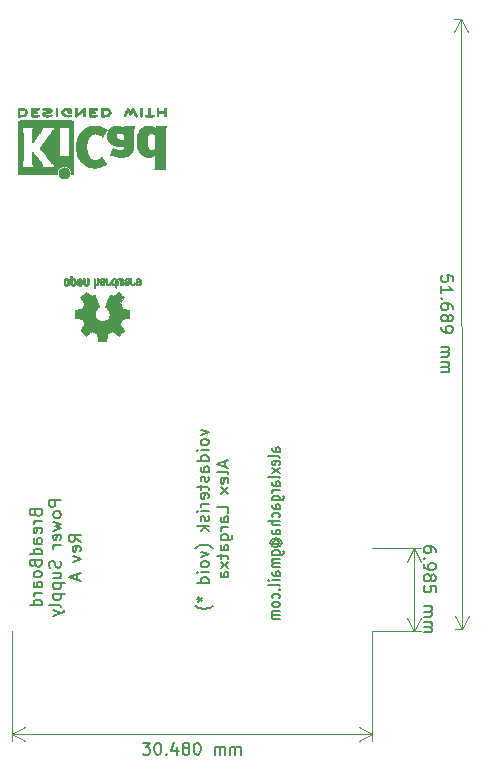
<source format=gbo>
%TF.GenerationSoftware,KiCad,Pcbnew,5.1.8-db9833491~88~ubuntu18.04.1*%
%TF.CreationDate,2021-01-02T19:35:10+01:00*%
%TF.ProjectId,Breadboard_power_supply,42726561-6462-46f6-9172-645f706f7765,Rev A*%
%TF.SameCoordinates,Original*%
%TF.FileFunction,Legend,Bot*%
%TF.FilePolarity,Positive*%
%FSLAX46Y46*%
G04 Gerber Fmt 4.6, Leading zero omitted, Abs format (unit mm)*
G04 Created by KiCad (PCBNEW 5.1.8-db9833491~88~ubuntu18.04.1) date 2021-01-02 19:35:10*
%MOMM*%
%LPD*%
G01*
G04 APERTURE LIST*
%ADD10C,0.150000*%
%ADD11C,0.120000*%
%ADD12C,0.180000*%
%ADD13C,0.010000*%
G04 APERTURE END LIST*
D10*
X124587523Y-121753380D02*
X125206571Y-121753380D01*
X124873238Y-122134333D01*
X125016095Y-122134333D01*
X125111333Y-122181952D01*
X125158952Y-122229571D01*
X125206571Y-122324809D01*
X125206571Y-122562904D01*
X125158952Y-122658142D01*
X125111333Y-122705761D01*
X125016095Y-122753380D01*
X124730380Y-122753380D01*
X124635142Y-122705761D01*
X124587523Y-122658142D01*
X125825619Y-121753380D02*
X125920857Y-121753380D01*
X126016095Y-121801000D01*
X126063714Y-121848619D01*
X126111333Y-121943857D01*
X126158952Y-122134333D01*
X126158952Y-122372428D01*
X126111333Y-122562904D01*
X126063714Y-122658142D01*
X126016095Y-122705761D01*
X125920857Y-122753380D01*
X125825619Y-122753380D01*
X125730380Y-122705761D01*
X125682761Y-122658142D01*
X125635142Y-122562904D01*
X125587523Y-122372428D01*
X125587523Y-122134333D01*
X125635142Y-121943857D01*
X125682761Y-121848619D01*
X125730380Y-121801000D01*
X125825619Y-121753380D01*
X126587523Y-122658142D02*
X126635142Y-122705761D01*
X126587523Y-122753380D01*
X126539904Y-122705761D01*
X126587523Y-122658142D01*
X126587523Y-122753380D01*
X127492285Y-122086714D02*
X127492285Y-122753380D01*
X127254190Y-121705761D02*
X127016095Y-122420047D01*
X127635142Y-122420047D01*
X128158952Y-122181952D02*
X128063714Y-122134333D01*
X128016095Y-122086714D01*
X127968476Y-121991476D01*
X127968476Y-121943857D01*
X128016095Y-121848619D01*
X128063714Y-121801000D01*
X128158952Y-121753380D01*
X128349428Y-121753380D01*
X128444666Y-121801000D01*
X128492285Y-121848619D01*
X128539904Y-121943857D01*
X128539904Y-121991476D01*
X128492285Y-122086714D01*
X128444666Y-122134333D01*
X128349428Y-122181952D01*
X128158952Y-122181952D01*
X128063714Y-122229571D01*
X128016095Y-122277190D01*
X127968476Y-122372428D01*
X127968476Y-122562904D01*
X128016095Y-122658142D01*
X128063714Y-122705761D01*
X128158952Y-122753380D01*
X128349428Y-122753380D01*
X128444666Y-122705761D01*
X128492285Y-122658142D01*
X128539904Y-122562904D01*
X128539904Y-122372428D01*
X128492285Y-122277190D01*
X128444666Y-122229571D01*
X128349428Y-122181952D01*
X129158952Y-121753380D02*
X129254190Y-121753380D01*
X129349428Y-121801000D01*
X129397047Y-121848619D01*
X129444666Y-121943857D01*
X129492285Y-122134333D01*
X129492285Y-122372428D01*
X129444666Y-122562904D01*
X129397047Y-122658142D01*
X129349428Y-122705761D01*
X129254190Y-122753380D01*
X129158952Y-122753380D01*
X129063714Y-122705761D01*
X129016095Y-122658142D01*
X128968476Y-122562904D01*
X128920857Y-122372428D01*
X128920857Y-122134333D01*
X128968476Y-121943857D01*
X129016095Y-121848619D01*
X129063714Y-121801000D01*
X129158952Y-121753380D01*
X130682761Y-122753380D02*
X130682761Y-122086714D01*
X130682761Y-122181952D02*
X130730380Y-122134333D01*
X130825619Y-122086714D01*
X130968476Y-122086714D01*
X131063714Y-122134333D01*
X131111333Y-122229571D01*
X131111333Y-122753380D01*
X131111333Y-122229571D02*
X131158952Y-122134333D01*
X131254190Y-122086714D01*
X131397047Y-122086714D01*
X131492285Y-122134333D01*
X131539904Y-122229571D01*
X131539904Y-122753380D01*
X132016095Y-122753380D02*
X132016095Y-122086714D01*
X132016095Y-122181952D02*
X132063714Y-122134333D01*
X132158952Y-122086714D01*
X132301809Y-122086714D01*
X132397047Y-122134333D01*
X132444666Y-122229571D01*
X132444666Y-122753380D01*
X132444666Y-122229571D02*
X132492285Y-122134333D01*
X132587523Y-122086714D01*
X132730380Y-122086714D01*
X132825619Y-122134333D01*
X132873238Y-122229571D01*
X132873238Y-122753380D01*
D11*
X113538000Y-121031000D02*
X144018000Y-121031000D01*
X113538000Y-112268000D02*
X113538000Y-121617421D01*
X144018000Y-112268000D02*
X144018000Y-121617421D01*
X144018000Y-121031000D02*
X142891496Y-121617421D01*
X144018000Y-121031000D02*
X142891496Y-120444579D01*
X113538000Y-121031000D02*
X114664504Y-121617421D01*
X113538000Y-121031000D02*
X114664504Y-120444579D01*
D10*
X149391619Y-105585023D02*
X149391619Y-105394547D01*
X149344000Y-105299309D01*
X149296380Y-105251690D01*
X149153523Y-105156452D01*
X148963047Y-105108833D01*
X148582095Y-105108833D01*
X148486857Y-105156452D01*
X148439238Y-105204071D01*
X148391619Y-105299309D01*
X148391619Y-105489785D01*
X148439238Y-105585023D01*
X148486857Y-105632642D01*
X148582095Y-105680261D01*
X148820190Y-105680261D01*
X148915428Y-105632642D01*
X148963047Y-105585023D01*
X149010666Y-105489785D01*
X149010666Y-105299309D01*
X148963047Y-105204071D01*
X148915428Y-105156452D01*
X148820190Y-105108833D01*
X148486857Y-106108833D02*
X148439238Y-106156452D01*
X148391619Y-106108833D01*
X148439238Y-106061214D01*
X148486857Y-106108833D01*
X148391619Y-106108833D01*
X148391619Y-106632642D02*
X148391619Y-106823119D01*
X148439238Y-106918357D01*
X148486857Y-106965976D01*
X148629714Y-107061214D01*
X148820190Y-107108833D01*
X149201142Y-107108833D01*
X149296380Y-107061214D01*
X149344000Y-107013595D01*
X149391619Y-106918357D01*
X149391619Y-106727880D01*
X149344000Y-106632642D01*
X149296380Y-106585023D01*
X149201142Y-106537404D01*
X148963047Y-106537404D01*
X148867809Y-106585023D01*
X148820190Y-106632642D01*
X148772571Y-106727880D01*
X148772571Y-106918357D01*
X148820190Y-107013595D01*
X148867809Y-107061214D01*
X148963047Y-107108833D01*
X148963047Y-107680261D02*
X149010666Y-107585023D01*
X149058285Y-107537404D01*
X149153523Y-107489785D01*
X149201142Y-107489785D01*
X149296380Y-107537404D01*
X149344000Y-107585023D01*
X149391619Y-107680261D01*
X149391619Y-107870738D01*
X149344000Y-107965976D01*
X149296380Y-108013595D01*
X149201142Y-108061214D01*
X149153523Y-108061214D01*
X149058285Y-108013595D01*
X149010666Y-107965976D01*
X148963047Y-107870738D01*
X148963047Y-107680261D01*
X148915428Y-107585023D01*
X148867809Y-107537404D01*
X148772571Y-107489785D01*
X148582095Y-107489785D01*
X148486857Y-107537404D01*
X148439238Y-107585023D01*
X148391619Y-107680261D01*
X148391619Y-107870738D01*
X148439238Y-107965976D01*
X148486857Y-108013595D01*
X148582095Y-108061214D01*
X148772571Y-108061214D01*
X148867809Y-108013595D01*
X148915428Y-107965976D01*
X148963047Y-107870738D01*
X149391619Y-108965976D02*
X149391619Y-108489785D01*
X148915428Y-108442166D01*
X148963047Y-108489785D01*
X149010666Y-108585023D01*
X149010666Y-108823119D01*
X148963047Y-108918357D01*
X148915428Y-108965976D01*
X148820190Y-109013595D01*
X148582095Y-109013595D01*
X148486857Y-108965976D01*
X148439238Y-108918357D01*
X148391619Y-108823119D01*
X148391619Y-108585023D01*
X148439238Y-108489785D01*
X148486857Y-108442166D01*
X148391619Y-110204071D02*
X149058285Y-110204071D01*
X148963047Y-110204071D02*
X149010666Y-110251690D01*
X149058285Y-110346928D01*
X149058285Y-110489785D01*
X149010666Y-110585023D01*
X148915428Y-110632642D01*
X148391619Y-110632642D01*
X148915428Y-110632642D02*
X149010666Y-110680261D01*
X149058285Y-110775500D01*
X149058285Y-110918357D01*
X149010666Y-111013595D01*
X148915428Y-111061214D01*
X148391619Y-111061214D01*
X148391619Y-111537404D02*
X149058285Y-111537404D01*
X148963047Y-111537404D02*
X149010666Y-111585023D01*
X149058285Y-111680261D01*
X149058285Y-111823119D01*
X149010666Y-111918357D01*
X148915428Y-111965976D01*
X148391619Y-111965976D01*
X148915428Y-111965976D02*
X149010666Y-112013595D01*
X149058285Y-112108833D01*
X149058285Y-112251690D01*
X149010666Y-112346928D01*
X148915428Y-112394547D01*
X148391619Y-112394547D01*
D11*
X147574000Y-105283000D02*
X147574000Y-112268000D01*
X144018000Y-105283000D02*
X148160421Y-105283000D01*
X144018000Y-112268000D02*
X148160421Y-112268000D01*
X147574000Y-112268000D02*
X146987579Y-111141496D01*
X147574000Y-112268000D02*
X148160421Y-111141496D01*
X147574000Y-105283000D02*
X146987579Y-106409504D01*
X147574000Y-105283000D02*
X148160421Y-106409504D01*
D10*
X150843229Y-82679237D02*
X150842059Y-82203048D01*
X150365753Y-82156599D01*
X150413489Y-82204101D01*
X150461342Y-82299222D01*
X150461927Y-82537317D01*
X150414542Y-82632671D01*
X150367040Y-82680407D01*
X150271919Y-82728260D01*
X150033825Y-82728845D01*
X149938470Y-82681460D01*
X149890734Y-82633958D01*
X149842881Y-82538838D01*
X149842296Y-82300743D01*
X149889681Y-82205388D01*
X149937183Y-82157652D01*
X149845689Y-83681691D02*
X149844285Y-83110264D01*
X149844987Y-83395978D02*
X150844984Y-83393521D01*
X150701893Y-83298634D01*
X150606421Y-83203630D01*
X150558568Y-83108509D01*
X149941980Y-84110027D02*
X149894478Y-84157763D01*
X149846742Y-84110261D01*
X149894244Y-84062526D01*
X149941980Y-84110027D01*
X149846742Y-84110261D01*
X150848962Y-85012564D02*
X150848494Y-84822088D01*
X150800641Y-84726967D01*
X150752905Y-84679465D01*
X150609814Y-84584578D01*
X150419222Y-84537428D01*
X150038271Y-84538364D01*
X149943150Y-84586216D01*
X149895648Y-84633952D01*
X149848263Y-84729307D01*
X149848731Y-84919783D01*
X149896584Y-85014904D01*
X149944320Y-85062405D01*
X150039675Y-85109790D01*
X150277769Y-85109205D01*
X150372890Y-85061352D01*
X150420392Y-85013617D01*
X150467777Y-84918262D01*
X150467309Y-84727786D01*
X150419456Y-84632665D01*
X150371720Y-84585163D01*
X150276365Y-84537779D01*
X150422030Y-85680281D02*
X150469415Y-85584926D01*
X150516917Y-85537191D01*
X150612037Y-85489338D01*
X150659656Y-85489221D01*
X150755011Y-85536606D01*
X150802747Y-85584107D01*
X150850600Y-85679228D01*
X150851068Y-85869704D01*
X150803683Y-85965059D01*
X150756181Y-86012795D01*
X150661060Y-86060647D01*
X150613441Y-86060764D01*
X150518087Y-86013380D01*
X150470351Y-85965878D01*
X150422498Y-85870757D01*
X150422030Y-85680281D01*
X150374177Y-85585160D01*
X150326441Y-85537659D01*
X150231086Y-85490274D01*
X150040611Y-85490742D01*
X149945490Y-85538595D01*
X149897988Y-85586330D01*
X149850603Y-85681685D01*
X149851071Y-85872161D01*
X149898924Y-85967282D01*
X149946660Y-86014784D01*
X150042015Y-86062168D01*
X150232490Y-86061700D01*
X150327611Y-86013848D01*
X150375113Y-85966112D01*
X150422498Y-85870757D01*
X149852709Y-86538826D02*
X149853177Y-86729301D01*
X149901030Y-86824422D01*
X149948766Y-86871924D01*
X150091856Y-86966811D01*
X150282449Y-87013962D01*
X150663400Y-87013026D01*
X150758521Y-86965173D01*
X150806023Y-86917437D01*
X150853408Y-86822082D01*
X150852940Y-86631606D01*
X150805087Y-86536486D01*
X150757351Y-86488984D01*
X150661996Y-86441599D01*
X150423902Y-86442184D01*
X150328781Y-86490037D01*
X150281279Y-86537773D01*
X150233894Y-86633127D01*
X150234362Y-86823603D01*
X150282215Y-86918724D01*
X150329951Y-86966226D01*
X150425306Y-87013611D01*
X149856804Y-88205487D02*
X150523469Y-88203849D01*
X150428231Y-88204083D02*
X150475967Y-88251585D01*
X150523820Y-88346706D01*
X150524171Y-88489563D01*
X150476786Y-88584917D01*
X150381665Y-88632770D01*
X149857857Y-88634057D01*
X150381665Y-88632770D02*
X150477020Y-88680155D01*
X150524873Y-88775276D01*
X150525224Y-88918133D01*
X150477839Y-89013488D01*
X150382718Y-89061340D01*
X149858910Y-89062627D01*
X149860080Y-89538816D02*
X150526745Y-89537178D01*
X150431507Y-89537412D02*
X150479243Y-89584914D01*
X150527096Y-89680035D01*
X150527447Y-89822892D01*
X150480062Y-89918247D01*
X150384941Y-89966100D01*
X149861133Y-89967387D01*
X150384941Y-89966100D02*
X150480296Y-90013485D01*
X150528149Y-90108605D01*
X150528500Y-90251462D01*
X150481115Y-90346817D01*
X150385994Y-90394670D01*
X149862186Y-90395957D01*
D11*
X151511000Y-60452000D02*
X151638000Y-112141000D01*
X151511000Y-60452000D02*
X150924581Y-60453441D01*
X151638000Y-112141000D02*
X151051581Y-112142441D01*
X151638000Y-112141000D02*
X151048813Y-111015940D01*
X151638000Y-112141000D02*
X152221651Y-111013059D01*
X151511000Y-60452000D02*
X150927349Y-61579941D01*
X151511000Y-60452000D02*
X152100187Y-61577060D01*
D10*
X136215380Y-97098714D02*
X135691571Y-97098714D01*
X135596333Y-97060619D01*
X135548714Y-96984428D01*
X135548714Y-96832047D01*
X135596333Y-96755857D01*
X136167761Y-97098714D02*
X136215380Y-97022523D01*
X136215380Y-96832047D01*
X136167761Y-96755857D01*
X136072523Y-96717761D01*
X135977285Y-96717761D01*
X135882047Y-96755857D01*
X135834428Y-96832047D01*
X135834428Y-97022523D01*
X135786809Y-97098714D01*
X136215380Y-97593952D02*
X136167761Y-97517761D01*
X136072523Y-97479666D01*
X135215380Y-97479666D01*
X136167761Y-98203476D02*
X136215380Y-98127285D01*
X136215380Y-97974904D01*
X136167761Y-97898714D01*
X136072523Y-97860619D01*
X135691571Y-97860619D01*
X135596333Y-97898714D01*
X135548714Y-97974904D01*
X135548714Y-98127285D01*
X135596333Y-98203476D01*
X135691571Y-98241571D01*
X135786809Y-98241571D01*
X135882047Y-97860619D01*
X136215380Y-98508238D02*
X135548714Y-98927285D01*
X135548714Y-98508238D02*
X136215380Y-98927285D01*
X136215380Y-99346333D02*
X136167761Y-99270142D01*
X136072523Y-99232047D01*
X135215380Y-99232047D01*
X136215380Y-99993952D02*
X135691571Y-99993952D01*
X135596333Y-99955857D01*
X135548714Y-99879666D01*
X135548714Y-99727285D01*
X135596333Y-99651095D01*
X136167761Y-99993952D02*
X136215380Y-99917761D01*
X136215380Y-99727285D01*
X136167761Y-99651095D01*
X136072523Y-99613000D01*
X135977285Y-99613000D01*
X135882047Y-99651095D01*
X135834428Y-99727285D01*
X135834428Y-99917761D01*
X135786809Y-99993952D01*
X136215380Y-100374904D02*
X135548714Y-100374904D01*
X135739190Y-100374904D02*
X135643952Y-100413000D01*
X135596333Y-100451095D01*
X135548714Y-100527285D01*
X135548714Y-100603476D01*
X135548714Y-101213000D02*
X136358238Y-101213000D01*
X136453476Y-101174904D01*
X136501095Y-101136809D01*
X136548714Y-101060619D01*
X136548714Y-100946333D01*
X136501095Y-100870142D01*
X136167761Y-101213000D02*
X136215380Y-101136809D01*
X136215380Y-100984428D01*
X136167761Y-100908238D01*
X136120142Y-100870142D01*
X136024904Y-100832047D01*
X135739190Y-100832047D01*
X135643952Y-100870142D01*
X135596333Y-100908238D01*
X135548714Y-100984428D01*
X135548714Y-101136809D01*
X135596333Y-101213000D01*
X136215380Y-101936809D02*
X135691571Y-101936809D01*
X135596333Y-101898714D01*
X135548714Y-101822523D01*
X135548714Y-101670142D01*
X135596333Y-101593952D01*
X136167761Y-101936809D02*
X136215380Y-101860619D01*
X136215380Y-101670142D01*
X136167761Y-101593952D01*
X136072523Y-101555857D01*
X135977285Y-101555857D01*
X135882047Y-101593952D01*
X135834428Y-101670142D01*
X135834428Y-101860619D01*
X135786809Y-101936809D01*
X136167761Y-102660619D02*
X136215380Y-102584428D01*
X136215380Y-102432047D01*
X136167761Y-102355857D01*
X136120142Y-102317761D01*
X136024904Y-102279666D01*
X135739190Y-102279666D01*
X135643952Y-102317761D01*
X135596333Y-102355857D01*
X135548714Y-102432047D01*
X135548714Y-102584428D01*
X135596333Y-102660619D01*
X136215380Y-103003476D02*
X135215380Y-103003476D01*
X136215380Y-103346333D02*
X135691571Y-103346333D01*
X135596333Y-103308238D01*
X135548714Y-103232047D01*
X135548714Y-103117761D01*
X135596333Y-103041571D01*
X135643952Y-103003476D01*
X136215380Y-104070142D02*
X135691571Y-104070142D01*
X135596333Y-104032047D01*
X135548714Y-103955857D01*
X135548714Y-103803476D01*
X135596333Y-103727285D01*
X136167761Y-104070142D02*
X136215380Y-103993952D01*
X136215380Y-103803476D01*
X136167761Y-103727285D01*
X136072523Y-103689190D01*
X135977285Y-103689190D01*
X135882047Y-103727285D01*
X135834428Y-103803476D01*
X135834428Y-103993952D01*
X135786809Y-104070142D01*
X135739190Y-104946333D02*
X135691571Y-104908238D01*
X135643952Y-104832047D01*
X135643952Y-104755857D01*
X135691571Y-104679666D01*
X135739190Y-104641571D01*
X135834428Y-104603476D01*
X135929666Y-104603476D01*
X136024904Y-104641571D01*
X136072523Y-104679666D01*
X136120142Y-104755857D01*
X136120142Y-104832047D01*
X136072523Y-104908238D01*
X136024904Y-104946333D01*
X135643952Y-104946333D02*
X136024904Y-104946333D01*
X136072523Y-104984428D01*
X136072523Y-105022523D01*
X136024904Y-105098714D01*
X135929666Y-105136809D01*
X135691571Y-105136809D01*
X135548714Y-105060619D01*
X135453476Y-104946333D01*
X135405857Y-104793952D01*
X135453476Y-104641571D01*
X135548714Y-104527285D01*
X135691571Y-104451095D01*
X135882047Y-104413000D01*
X136072523Y-104451095D01*
X136215380Y-104527285D01*
X136310619Y-104641571D01*
X136358238Y-104793952D01*
X136310619Y-104946333D01*
X136215380Y-105060619D01*
X135548714Y-105822523D02*
X136358238Y-105822523D01*
X136453476Y-105784428D01*
X136501095Y-105746333D01*
X136548714Y-105670142D01*
X136548714Y-105555857D01*
X136501095Y-105479666D01*
X136167761Y-105822523D02*
X136215380Y-105746333D01*
X136215380Y-105593952D01*
X136167761Y-105517761D01*
X136120142Y-105479666D01*
X136024904Y-105441571D01*
X135739190Y-105441571D01*
X135643952Y-105479666D01*
X135596333Y-105517761D01*
X135548714Y-105593952D01*
X135548714Y-105746333D01*
X135596333Y-105822523D01*
X136215380Y-106203476D02*
X135548714Y-106203476D01*
X135643952Y-106203476D02*
X135596333Y-106241571D01*
X135548714Y-106317761D01*
X135548714Y-106432047D01*
X135596333Y-106508238D01*
X135691571Y-106546333D01*
X136215380Y-106546333D01*
X135691571Y-106546333D02*
X135596333Y-106584428D01*
X135548714Y-106660619D01*
X135548714Y-106774904D01*
X135596333Y-106851095D01*
X135691571Y-106889190D01*
X136215380Y-106889190D01*
X136215380Y-107613000D02*
X135691571Y-107613000D01*
X135596333Y-107574904D01*
X135548714Y-107498714D01*
X135548714Y-107346333D01*
X135596333Y-107270142D01*
X136167761Y-107613000D02*
X136215380Y-107536809D01*
X136215380Y-107346333D01*
X136167761Y-107270142D01*
X136072523Y-107232047D01*
X135977285Y-107232047D01*
X135882047Y-107270142D01*
X135834428Y-107346333D01*
X135834428Y-107536809D01*
X135786809Y-107613000D01*
X136215380Y-107993952D02*
X135548714Y-107993952D01*
X135215380Y-107993952D02*
X135263000Y-107955857D01*
X135310619Y-107993952D01*
X135263000Y-108032047D01*
X135215380Y-107993952D01*
X135310619Y-107993952D01*
X136215380Y-108489190D02*
X136167761Y-108413000D01*
X136072523Y-108374904D01*
X135215380Y-108374904D01*
X136120142Y-108793952D02*
X136167761Y-108832047D01*
X136215380Y-108793952D01*
X136167761Y-108755857D01*
X136120142Y-108793952D01*
X136215380Y-108793952D01*
X136167761Y-109517761D02*
X136215380Y-109441571D01*
X136215380Y-109289190D01*
X136167761Y-109213000D01*
X136120142Y-109174904D01*
X136024904Y-109136809D01*
X135739190Y-109136809D01*
X135643952Y-109174904D01*
X135596333Y-109213000D01*
X135548714Y-109289190D01*
X135548714Y-109441571D01*
X135596333Y-109517761D01*
X136215380Y-109974904D02*
X136167761Y-109898714D01*
X136120142Y-109860619D01*
X136024904Y-109822523D01*
X135739190Y-109822523D01*
X135643952Y-109860619D01*
X135596333Y-109898714D01*
X135548714Y-109974904D01*
X135548714Y-110089190D01*
X135596333Y-110165380D01*
X135643952Y-110203476D01*
X135739190Y-110241571D01*
X136024904Y-110241571D01*
X136120142Y-110203476D01*
X136167761Y-110165380D01*
X136215380Y-110089190D01*
X136215380Y-109974904D01*
X136215380Y-110584428D02*
X135548714Y-110584428D01*
X135643952Y-110584428D02*
X135596333Y-110622523D01*
X135548714Y-110698714D01*
X135548714Y-110813000D01*
X135596333Y-110889190D01*
X135691571Y-110927285D01*
X136215380Y-110927285D01*
X135691571Y-110927285D02*
X135596333Y-110965380D01*
X135548714Y-111041571D01*
X135548714Y-111155857D01*
X135596333Y-111232047D01*
X135691571Y-111270142D01*
X136215380Y-111270142D01*
X115499571Y-102306904D02*
X115547190Y-102449761D01*
X115594809Y-102497380D01*
X115690047Y-102545000D01*
X115832904Y-102545000D01*
X115928142Y-102497380D01*
X115975761Y-102449761D01*
X116023380Y-102354523D01*
X116023380Y-101973571D01*
X115023380Y-101973571D01*
X115023380Y-102306904D01*
X115071000Y-102402142D01*
X115118619Y-102449761D01*
X115213857Y-102497380D01*
X115309095Y-102497380D01*
X115404333Y-102449761D01*
X115451952Y-102402142D01*
X115499571Y-102306904D01*
X115499571Y-101973571D01*
X116023380Y-102973571D02*
X115356714Y-102973571D01*
X115547190Y-102973571D02*
X115451952Y-103021190D01*
X115404333Y-103068809D01*
X115356714Y-103164047D01*
X115356714Y-103259285D01*
X115975761Y-103973571D02*
X116023380Y-103878333D01*
X116023380Y-103687857D01*
X115975761Y-103592619D01*
X115880523Y-103545000D01*
X115499571Y-103545000D01*
X115404333Y-103592619D01*
X115356714Y-103687857D01*
X115356714Y-103878333D01*
X115404333Y-103973571D01*
X115499571Y-104021190D01*
X115594809Y-104021190D01*
X115690047Y-103545000D01*
X116023380Y-104878333D02*
X115499571Y-104878333D01*
X115404333Y-104830714D01*
X115356714Y-104735476D01*
X115356714Y-104545000D01*
X115404333Y-104449761D01*
X115975761Y-104878333D02*
X116023380Y-104783095D01*
X116023380Y-104545000D01*
X115975761Y-104449761D01*
X115880523Y-104402142D01*
X115785285Y-104402142D01*
X115690047Y-104449761D01*
X115642428Y-104545000D01*
X115642428Y-104783095D01*
X115594809Y-104878333D01*
X116023380Y-105783095D02*
X115023380Y-105783095D01*
X115975761Y-105783095D02*
X116023380Y-105687857D01*
X116023380Y-105497380D01*
X115975761Y-105402142D01*
X115928142Y-105354523D01*
X115832904Y-105306904D01*
X115547190Y-105306904D01*
X115451952Y-105354523D01*
X115404333Y-105402142D01*
X115356714Y-105497380D01*
X115356714Y-105687857D01*
X115404333Y-105783095D01*
X115499571Y-106592619D02*
X115547190Y-106735476D01*
X115594809Y-106783095D01*
X115690047Y-106830714D01*
X115832904Y-106830714D01*
X115928142Y-106783095D01*
X115975761Y-106735476D01*
X116023380Y-106640238D01*
X116023380Y-106259285D01*
X115023380Y-106259285D01*
X115023380Y-106592619D01*
X115071000Y-106687857D01*
X115118619Y-106735476D01*
X115213857Y-106783095D01*
X115309095Y-106783095D01*
X115404333Y-106735476D01*
X115451952Y-106687857D01*
X115499571Y-106592619D01*
X115499571Y-106259285D01*
X116023380Y-107402142D02*
X115975761Y-107306904D01*
X115928142Y-107259285D01*
X115832904Y-107211666D01*
X115547190Y-107211666D01*
X115451952Y-107259285D01*
X115404333Y-107306904D01*
X115356714Y-107402142D01*
X115356714Y-107545000D01*
X115404333Y-107640238D01*
X115451952Y-107687857D01*
X115547190Y-107735476D01*
X115832904Y-107735476D01*
X115928142Y-107687857D01*
X115975761Y-107640238D01*
X116023380Y-107545000D01*
X116023380Y-107402142D01*
X116023380Y-108592619D02*
X115499571Y-108592619D01*
X115404333Y-108545000D01*
X115356714Y-108449761D01*
X115356714Y-108259285D01*
X115404333Y-108164047D01*
X115975761Y-108592619D02*
X116023380Y-108497380D01*
X116023380Y-108259285D01*
X115975761Y-108164047D01*
X115880523Y-108116428D01*
X115785285Y-108116428D01*
X115690047Y-108164047D01*
X115642428Y-108259285D01*
X115642428Y-108497380D01*
X115594809Y-108592619D01*
X116023380Y-109068809D02*
X115356714Y-109068809D01*
X115547190Y-109068809D02*
X115451952Y-109116428D01*
X115404333Y-109164047D01*
X115356714Y-109259285D01*
X115356714Y-109354523D01*
X116023380Y-110116428D02*
X115023380Y-110116428D01*
X115975761Y-110116428D02*
X116023380Y-110021190D01*
X116023380Y-109830714D01*
X115975761Y-109735476D01*
X115928142Y-109687857D01*
X115832904Y-109640238D01*
X115547190Y-109640238D01*
X115451952Y-109687857D01*
X115404333Y-109735476D01*
X115356714Y-109830714D01*
X115356714Y-110021190D01*
X115404333Y-110116428D01*
X117673380Y-101211666D02*
X116673380Y-101211666D01*
X116673380Y-101592619D01*
X116721000Y-101687857D01*
X116768619Y-101735476D01*
X116863857Y-101783095D01*
X117006714Y-101783095D01*
X117101952Y-101735476D01*
X117149571Y-101687857D01*
X117197190Y-101592619D01*
X117197190Y-101211666D01*
X117673380Y-102354523D02*
X117625761Y-102259285D01*
X117578142Y-102211666D01*
X117482904Y-102164047D01*
X117197190Y-102164047D01*
X117101952Y-102211666D01*
X117054333Y-102259285D01*
X117006714Y-102354523D01*
X117006714Y-102497380D01*
X117054333Y-102592619D01*
X117101952Y-102640238D01*
X117197190Y-102687857D01*
X117482904Y-102687857D01*
X117578142Y-102640238D01*
X117625761Y-102592619D01*
X117673380Y-102497380D01*
X117673380Y-102354523D01*
X117006714Y-103021190D02*
X117673380Y-103211666D01*
X117197190Y-103402142D01*
X117673380Y-103592619D01*
X117006714Y-103783095D01*
X117625761Y-104545000D02*
X117673380Y-104449761D01*
X117673380Y-104259285D01*
X117625761Y-104164047D01*
X117530523Y-104116428D01*
X117149571Y-104116428D01*
X117054333Y-104164047D01*
X117006714Y-104259285D01*
X117006714Y-104449761D01*
X117054333Y-104545000D01*
X117149571Y-104592619D01*
X117244809Y-104592619D01*
X117340047Y-104116428D01*
X117673380Y-105021190D02*
X117006714Y-105021190D01*
X117197190Y-105021190D02*
X117101952Y-105068809D01*
X117054333Y-105116428D01*
X117006714Y-105211666D01*
X117006714Y-105306904D01*
X117625761Y-106354523D02*
X117673380Y-106497380D01*
X117673380Y-106735476D01*
X117625761Y-106830714D01*
X117578142Y-106878333D01*
X117482904Y-106925952D01*
X117387666Y-106925952D01*
X117292428Y-106878333D01*
X117244809Y-106830714D01*
X117197190Y-106735476D01*
X117149571Y-106545000D01*
X117101952Y-106449761D01*
X117054333Y-106402142D01*
X116959095Y-106354523D01*
X116863857Y-106354523D01*
X116768619Y-106402142D01*
X116721000Y-106449761D01*
X116673380Y-106545000D01*
X116673380Y-106783095D01*
X116721000Y-106925952D01*
X117006714Y-107783095D02*
X117673380Y-107783095D01*
X117006714Y-107354523D02*
X117530523Y-107354523D01*
X117625761Y-107402142D01*
X117673380Y-107497380D01*
X117673380Y-107640238D01*
X117625761Y-107735476D01*
X117578142Y-107783095D01*
X117006714Y-108259285D02*
X118006714Y-108259285D01*
X117054333Y-108259285D02*
X117006714Y-108354523D01*
X117006714Y-108545000D01*
X117054333Y-108640238D01*
X117101952Y-108687857D01*
X117197190Y-108735476D01*
X117482904Y-108735476D01*
X117578142Y-108687857D01*
X117625761Y-108640238D01*
X117673380Y-108545000D01*
X117673380Y-108354523D01*
X117625761Y-108259285D01*
X117006714Y-109164047D02*
X118006714Y-109164047D01*
X117054333Y-109164047D02*
X117006714Y-109259285D01*
X117006714Y-109449761D01*
X117054333Y-109545000D01*
X117101952Y-109592619D01*
X117197190Y-109640238D01*
X117482904Y-109640238D01*
X117578142Y-109592619D01*
X117625761Y-109545000D01*
X117673380Y-109449761D01*
X117673380Y-109259285D01*
X117625761Y-109164047D01*
X117673380Y-110211666D02*
X117625761Y-110116428D01*
X117530523Y-110068809D01*
X116673380Y-110068809D01*
X117006714Y-110497380D02*
X117673380Y-110735476D01*
X117006714Y-110973571D02*
X117673380Y-110735476D01*
X117911476Y-110640238D01*
X117959095Y-110592619D01*
X118006714Y-110497380D01*
X119323380Y-104735476D02*
X118847190Y-104402142D01*
X119323380Y-104164047D02*
X118323380Y-104164047D01*
X118323380Y-104545000D01*
X118371000Y-104640238D01*
X118418619Y-104687857D01*
X118513857Y-104735476D01*
X118656714Y-104735476D01*
X118751952Y-104687857D01*
X118799571Y-104640238D01*
X118847190Y-104545000D01*
X118847190Y-104164047D01*
X119275761Y-105545000D02*
X119323380Y-105449761D01*
X119323380Y-105259285D01*
X119275761Y-105164047D01*
X119180523Y-105116428D01*
X118799571Y-105116428D01*
X118704333Y-105164047D01*
X118656714Y-105259285D01*
X118656714Y-105449761D01*
X118704333Y-105545000D01*
X118799571Y-105592619D01*
X118894809Y-105592619D01*
X118990047Y-105116428D01*
X118656714Y-105925952D02*
X119323380Y-106164047D01*
X118656714Y-106402142D01*
X119037666Y-107497380D02*
X119037666Y-107973571D01*
X119323380Y-107402142D02*
X118323380Y-107735476D01*
X119323380Y-108068809D01*
D12*
X129501714Y-95227142D02*
X130168380Y-95465238D01*
X129501714Y-95703333D01*
X130168380Y-96227142D02*
X130120761Y-96131904D01*
X130073142Y-96084285D01*
X129977904Y-96036666D01*
X129692190Y-96036666D01*
X129596952Y-96084285D01*
X129549333Y-96131904D01*
X129501714Y-96227142D01*
X129501714Y-96370000D01*
X129549333Y-96465238D01*
X129596952Y-96512857D01*
X129692190Y-96560476D01*
X129977904Y-96560476D01*
X130073142Y-96512857D01*
X130120761Y-96465238D01*
X130168380Y-96370000D01*
X130168380Y-96227142D01*
X130168380Y-96989047D02*
X129501714Y-96989047D01*
X129168380Y-96989047D02*
X129216000Y-96941428D01*
X129263619Y-96989047D01*
X129216000Y-97036666D01*
X129168380Y-96989047D01*
X129263619Y-96989047D01*
X130168380Y-97893809D02*
X129168380Y-97893809D01*
X130120761Y-97893809D02*
X130168380Y-97798571D01*
X130168380Y-97608095D01*
X130120761Y-97512857D01*
X130073142Y-97465238D01*
X129977904Y-97417619D01*
X129692190Y-97417619D01*
X129596952Y-97465238D01*
X129549333Y-97512857D01*
X129501714Y-97608095D01*
X129501714Y-97798571D01*
X129549333Y-97893809D01*
X130168380Y-98798571D02*
X129644571Y-98798571D01*
X129549333Y-98750952D01*
X129501714Y-98655714D01*
X129501714Y-98465238D01*
X129549333Y-98370000D01*
X130120761Y-98798571D02*
X130168380Y-98703333D01*
X130168380Y-98465238D01*
X130120761Y-98370000D01*
X130025523Y-98322380D01*
X129930285Y-98322380D01*
X129835047Y-98370000D01*
X129787428Y-98465238D01*
X129787428Y-98703333D01*
X129739809Y-98798571D01*
X130120761Y-99227142D02*
X130168380Y-99322380D01*
X130168380Y-99512857D01*
X130120761Y-99608095D01*
X130025523Y-99655714D01*
X129977904Y-99655714D01*
X129882666Y-99608095D01*
X129835047Y-99512857D01*
X129835047Y-99370000D01*
X129787428Y-99274761D01*
X129692190Y-99227142D01*
X129644571Y-99227142D01*
X129549333Y-99274761D01*
X129501714Y-99370000D01*
X129501714Y-99512857D01*
X129549333Y-99608095D01*
X129501714Y-99941428D02*
X129501714Y-100322380D01*
X129168380Y-100084285D02*
X130025523Y-100084285D01*
X130120761Y-100131904D01*
X130168380Y-100227142D01*
X130168380Y-100322380D01*
X130120761Y-101036666D02*
X130168380Y-100941428D01*
X130168380Y-100750952D01*
X130120761Y-100655714D01*
X130025523Y-100608095D01*
X129644571Y-100608095D01*
X129549333Y-100655714D01*
X129501714Y-100750952D01*
X129501714Y-100941428D01*
X129549333Y-101036666D01*
X129644571Y-101084285D01*
X129739809Y-101084285D01*
X129835047Y-100608095D01*
X130168380Y-101512857D02*
X129501714Y-101512857D01*
X129692190Y-101512857D02*
X129596952Y-101560476D01*
X129549333Y-101608095D01*
X129501714Y-101703333D01*
X129501714Y-101798571D01*
X130168380Y-102131904D02*
X129501714Y-102131904D01*
X129168380Y-102131904D02*
X129216000Y-102084285D01*
X129263619Y-102131904D01*
X129216000Y-102179523D01*
X129168380Y-102131904D01*
X129263619Y-102131904D01*
X130120761Y-102560476D02*
X130168380Y-102655714D01*
X130168380Y-102846190D01*
X130120761Y-102941428D01*
X130025523Y-102989047D01*
X129977904Y-102989047D01*
X129882666Y-102941428D01*
X129835047Y-102846190D01*
X129835047Y-102703333D01*
X129787428Y-102608095D01*
X129692190Y-102560476D01*
X129644571Y-102560476D01*
X129549333Y-102608095D01*
X129501714Y-102703333D01*
X129501714Y-102846190D01*
X129549333Y-102941428D01*
X130168380Y-103417619D02*
X129168380Y-103417619D01*
X129787428Y-103512857D02*
X130168380Y-103798571D01*
X129501714Y-103798571D02*
X129882666Y-103417619D01*
X130549333Y-105274761D02*
X130501714Y-105227142D01*
X130358857Y-105131904D01*
X130263619Y-105084285D01*
X130120761Y-105036666D01*
X129882666Y-104989047D01*
X129692190Y-104989047D01*
X129454095Y-105036666D01*
X129311238Y-105084285D01*
X129216000Y-105131904D01*
X129073142Y-105227142D01*
X129025523Y-105274761D01*
X129501714Y-105560476D02*
X130168380Y-105798571D01*
X129501714Y-106036666D01*
X130168380Y-106560476D02*
X130120761Y-106465238D01*
X130073142Y-106417619D01*
X129977904Y-106370000D01*
X129692190Y-106370000D01*
X129596952Y-106417619D01*
X129549333Y-106465238D01*
X129501714Y-106560476D01*
X129501714Y-106703333D01*
X129549333Y-106798571D01*
X129596952Y-106846190D01*
X129692190Y-106893809D01*
X129977904Y-106893809D01*
X130073142Y-106846190D01*
X130120761Y-106798571D01*
X130168380Y-106703333D01*
X130168380Y-106560476D01*
X130168380Y-107322380D02*
X129501714Y-107322380D01*
X129168380Y-107322380D02*
X129216000Y-107274761D01*
X129263619Y-107322380D01*
X129216000Y-107370000D01*
X129168380Y-107322380D01*
X129263619Y-107322380D01*
X130168380Y-108227142D02*
X129168380Y-108227142D01*
X130120761Y-108227142D02*
X130168380Y-108131904D01*
X130168380Y-107941428D01*
X130120761Y-107846190D01*
X130073142Y-107798571D01*
X129977904Y-107750952D01*
X129692190Y-107750952D01*
X129596952Y-107798571D01*
X129549333Y-107846190D01*
X129501714Y-107941428D01*
X129501714Y-108131904D01*
X129549333Y-108227142D01*
X129168380Y-109608095D02*
X129406476Y-109608095D01*
X129311238Y-109370000D02*
X129406476Y-109608095D01*
X129311238Y-109846190D01*
X129596952Y-109465238D02*
X129406476Y-109608095D01*
X129596952Y-109750952D01*
X130549333Y-110131904D02*
X130501714Y-110179523D01*
X130358857Y-110274761D01*
X130263619Y-110322380D01*
X130120761Y-110370000D01*
X129882666Y-110417619D01*
X129692190Y-110417619D01*
X129454095Y-110370000D01*
X129311238Y-110322380D01*
X129216000Y-110274761D01*
X129073142Y-110179523D01*
X129025523Y-110131904D01*
X131562666Y-97941428D02*
X131562666Y-98417619D01*
X131848380Y-97846190D02*
X130848380Y-98179523D01*
X131848380Y-98512857D01*
X131848380Y-98989047D02*
X131800761Y-98893809D01*
X131705523Y-98846190D01*
X130848380Y-98846190D01*
X131800761Y-99750952D02*
X131848380Y-99655714D01*
X131848380Y-99465238D01*
X131800761Y-99370000D01*
X131705523Y-99322380D01*
X131324571Y-99322380D01*
X131229333Y-99370000D01*
X131181714Y-99465238D01*
X131181714Y-99655714D01*
X131229333Y-99750952D01*
X131324571Y-99798571D01*
X131419809Y-99798571D01*
X131515047Y-99322380D01*
X131848380Y-100131904D02*
X131181714Y-100655714D01*
X131181714Y-100131904D02*
X131848380Y-100655714D01*
X131848380Y-102274761D02*
X131848380Y-101798571D01*
X130848380Y-101798571D01*
X131848380Y-103036666D02*
X131324571Y-103036666D01*
X131229333Y-102989047D01*
X131181714Y-102893809D01*
X131181714Y-102703333D01*
X131229333Y-102608095D01*
X131800761Y-103036666D02*
X131848380Y-102941428D01*
X131848380Y-102703333D01*
X131800761Y-102608095D01*
X131705523Y-102560476D01*
X131610285Y-102560476D01*
X131515047Y-102608095D01*
X131467428Y-102703333D01*
X131467428Y-102941428D01*
X131419809Y-103036666D01*
X131848380Y-103512857D02*
X131181714Y-103512857D01*
X131372190Y-103512857D02*
X131276952Y-103560476D01*
X131229333Y-103608095D01*
X131181714Y-103703333D01*
X131181714Y-103798571D01*
X131181714Y-104560476D02*
X131991238Y-104560476D01*
X132086476Y-104512857D01*
X132134095Y-104465238D01*
X132181714Y-104370000D01*
X132181714Y-104227142D01*
X132134095Y-104131904D01*
X131800761Y-104560476D02*
X131848380Y-104465238D01*
X131848380Y-104274761D01*
X131800761Y-104179523D01*
X131753142Y-104131904D01*
X131657904Y-104084285D01*
X131372190Y-104084285D01*
X131276952Y-104131904D01*
X131229333Y-104179523D01*
X131181714Y-104274761D01*
X131181714Y-104465238D01*
X131229333Y-104560476D01*
X131848380Y-105465238D02*
X131324571Y-105465238D01*
X131229333Y-105417619D01*
X131181714Y-105322380D01*
X131181714Y-105131904D01*
X131229333Y-105036666D01*
X131800761Y-105465238D02*
X131848380Y-105369999D01*
X131848380Y-105131904D01*
X131800761Y-105036666D01*
X131705523Y-104989047D01*
X131610285Y-104989047D01*
X131515047Y-105036666D01*
X131467428Y-105131904D01*
X131467428Y-105369999D01*
X131419809Y-105465238D01*
X131181714Y-105798571D02*
X131181714Y-106179523D01*
X130848380Y-105941428D02*
X131705523Y-105941428D01*
X131800761Y-105989047D01*
X131848380Y-106084285D01*
X131848380Y-106179523D01*
X131848380Y-106417619D02*
X131181714Y-106941428D01*
X131181714Y-106417619D02*
X131848380Y-106941428D01*
X131848380Y-107750952D02*
X131324571Y-107750952D01*
X131229333Y-107703333D01*
X131181714Y-107608095D01*
X131181714Y-107417619D01*
X131229333Y-107322380D01*
X131800761Y-107750952D02*
X131848380Y-107655714D01*
X131848380Y-107417619D01*
X131800761Y-107322380D01*
X131705523Y-107274761D01*
X131610285Y-107274761D01*
X131515047Y-107322380D01*
X131467428Y-107417619D01*
X131467428Y-107655714D01*
X131419809Y-107750952D01*
D13*
%TO.C,REF\u002A\u002A*%
G36*
X118757744Y-83043082D02*
G01*
X118813201Y-83015432D01*
X118862148Y-82964520D01*
X118875629Y-82945662D01*
X118890314Y-82920985D01*
X118899842Y-82894184D01*
X118905293Y-82858413D01*
X118907747Y-82806831D01*
X118908286Y-82738733D01*
X118905852Y-82645412D01*
X118897394Y-82575343D01*
X118881174Y-82523069D01*
X118855454Y-82483131D01*
X118818497Y-82450071D01*
X118815782Y-82448114D01*
X118779360Y-82428092D01*
X118735502Y-82418185D01*
X118679724Y-82415743D01*
X118589048Y-82415743D01*
X118589010Y-82327717D01*
X118588166Y-82278692D01*
X118583024Y-82249935D01*
X118569587Y-82232689D01*
X118543858Y-82218192D01*
X118537679Y-82215231D01*
X118508764Y-82201352D01*
X118486376Y-82192586D01*
X118469729Y-82191829D01*
X118458036Y-82201977D01*
X118450510Y-82225927D01*
X118446366Y-82266574D01*
X118444815Y-82326814D01*
X118445071Y-82409545D01*
X118446349Y-82517661D01*
X118446748Y-82550000D01*
X118448185Y-82661476D01*
X118449472Y-82734397D01*
X118588971Y-82734397D01*
X118589755Y-82672501D01*
X118593240Y-82632003D01*
X118601124Y-82605292D01*
X118615105Y-82584756D01*
X118624597Y-82574740D01*
X118663404Y-82545433D01*
X118697763Y-82543048D01*
X118733216Y-82567250D01*
X118734114Y-82568143D01*
X118748539Y-82586847D01*
X118757313Y-82612268D01*
X118761739Y-82651416D01*
X118763118Y-82711303D01*
X118763143Y-82724570D01*
X118759812Y-82807099D01*
X118748969Y-82864309D01*
X118729340Y-82899234D01*
X118699650Y-82914906D01*
X118682491Y-82916486D01*
X118641766Y-82909074D01*
X118613832Y-82884670D01*
X118597017Y-82840020D01*
X118589650Y-82771870D01*
X118588971Y-82734397D01*
X118449472Y-82734397D01*
X118449708Y-82747755D01*
X118451677Y-82812667D01*
X118454450Y-82860042D01*
X118458388Y-82893710D01*
X118463849Y-82917502D01*
X118471192Y-82935247D01*
X118480777Y-82950776D01*
X118484887Y-82956619D01*
X118539405Y-83011815D01*
X118608336Y-83043110D01*
X118688072Y-83051835D01*
X118757744Y-83043082D01*
G37*
X118757744Y-83043082D02*
X118813201Y-83015432D01*
X118862148Y-82964520D01*
X118875629Y-82945662D01*
X118890314Y-82920985D01*
X118899842Y-82894184D01*
X118905293Y-82858413D01*
X118907747Y-82806831D01*
X118908286Y-82738733D01*
X118905852Y-82645412D01*
X118897394Y-82575343D01*
X118881174Y-82523069D01*
X118855454Y-82483131D01*
X118818497Y-82450071D01*
X118815782Y-82448114D01*
X118779360Y-82428092D01*
X118735502Y-82418185D01*
X118679724Y-82415743D01*
X118589048Y-82415743D01*
X118589010Y-82327717D01*
X118588166Y-82278692D01*
X118583024Y-82249935D01*
X118569587Y-82232689D01*
X118543858Y-82218192D01*
X118537679Y-82215231D01*
X118508764Y-82201352D01*
X118486376Y-82192586D01*
X118469729Y-82191829D01*
X118458036Y-82201977D01*
X118450510Y-82225927D01*
X118446366Y-82266574D01*
X118444815Y-82326814D01*
X118445071Y-82409545D01*
X118446349Y-82517661D01*
X118446748Y-82550000D01*
X118448185Y-82661476D01*
X118449472Y-82734397D01*
X118588971Y-82734397D01*
X118589755Y-82672501D01*
X118593240Y-82632003D01*
X118601124Y-82605292D01*
X118615105Y-82584756D01*
X118624597Y-82574740D01*
X118663404Y-82545433D01*
X118697763Y-82543048D01*
X118733216Y-82567250D01*
X118734114Y-82568143D01*
X118748539Y-82586847D01*
X118757313Y-82612268D01*
X118761739Y-82651416D01*
X118763118Y-82711303D01*
X118763143Y-82724570D01*
X118759812Y-82807099D01*
X118748969Y-82864309D01*
X118729340Y-82899234D01*
X118699650Y-82914906D01*
X118682491Y-82916486D01*
X118641766Y-82909074D01*
X118613832Y-82884670D01*
X118597017Y-82840020D01*
X118589650Y-82771870D01*
X118588971Y-82734397D01*
X118449472Y-82734397D01*
X118449708Y-82747755D01*
X118451677Y-82812667D01*
X118454450Y-82860042D01*
X118458388Y-82893710D01*
X118463849Y-82917502D01*
X118471192Y-82935247D01*
X118480777Y-82950776D01*
X118484887Y-82956619D01*
X118539405Y-83011815D01*
X118608336Y-83043110D01*
X118688072Y-83051835D01*
X118757744Y-83043082D01*
G36*
X119874093Y-83035220D02*
G01*
X119920672Y-83008277D01*
X119953057Y-82981534D01*
X119976742Y-82953516D01*
X119993059Y-82919252D01*
X120003339Y-82873773D01*
X120008914Y-82812108D01*
X120011116Y-82729289D01*
X120011371Y-82669754D01*
X120011371Y-82450609D01*
X119949686Y-82422956D01*
X119888000Y-82395303D01*
X119880743Y-82635330D01*
X119877744Y-82724972D01*
X119874598Y-82790038D01*
X119870701Y-82834974D01*
X119865447Y-82864230D01*
X119858231Y-82882252D01*
X119848450Y-82893489D01*
X119845312Y-82895921D01*
X119797761Y-82914917D01*
X119749697Y-82907400D01*
X119721086Y-82887457D01*
X119709447Y-82873325D01*
X119701391Y-82854780D01*
X119696271Y-82826666D01*
X119693441Y-82783827D01*
X119692256Y-82721105D01*
X119692057Y-82655739D01*
X119692018Y-82573732D01*
X119690614Y-82515684D01*
X119685914Y-82476535D01*
X119675987Y-82451220D01*
X119658903Y-82434677D01*
X119632732Y-82421844D01*
X119597775Y-82408509D01*
X119559596Y-82393993D01*
X119564141Y-82651611D01*
X119565971Y-82744481D01*
X119568112Y-82813111D01*
X119571181Y-82862289D01*
X119575794Y-82896802D01*
X119582568Y-82921438D01*
X119592119Y-82940984D01*
X119603634Y-82958230D01*
X119659190Y-83013320D01*
X119726980Y-83045178D01*
X119800713Y-83052809D01*
X119874093Y-83035220D01*
G37*
X119874093Y-83035220D02*
X119920672Y-83008277D01*
X119953057Y-82981534D01*
X119976742Y-82953516D01*
X119993059Y-82919252D01*
X120003339Y-82873773D01*
X120008914Y-82812108D01*
X120011116Y-82729289D01*
X120011371Y-82669754D01*
X120011371Y-82450609D01*
X119949686Y-82422956D01*
X119888000Y-82395303D01*
X119880743Y-82635330D01*
X119877744Y-82724972D01*
X119874598Y-82790038D01*
X119870701Y-82834974D01*
X119865447Y-82864230D01*
X119858231Y-82882252D01*
X119848450Y-82893489D01*
X119845312Y-82895921D01*
X119797761Y-82914917D01*
X119749697Y-82907400D01*
X119721086Y-82887457D01*
X119709447Y-82873325D01*
X119701391Y-82854780D01*
X119696271Y-82826666D01*
X119693441Y-82783827D01*
X119692256Y-82721105D01*
X119692057Y-82655739D01*
X119692018Y-82573732D01*
X119690614Y-82515684D01*
X119685914Y-82476535D01*
X119675987Y-82451220D01*
X119658903Y-82434677D01*
X119632732Y-82421844D01*
X119597775Y-82408509D01*
X119559596Y-82393993D01*
X119564141Y-82651611D01*
X119565971Y-82744481D01*
X119568112Y-82813111D01*
X119571181Y-82862289D01*
X119575794Y-82896802D01*
X119582568Y-82921438D01*
X119592119Y-82940984D01*
X119603634Y-82958230D01*
X119659190Y-83013320D01*
X119726980Y-83045178D01*
X119800713Y-83052809D01*
X119874093Y-83035220D01*
G36*
X118199115Y-83041038D02*
G01*
X118267145Y-83005267D01*
X118317351Y-82947699D01*
X118335185Y-82910688D01*
X118349063Y-82855118D01*
X118356167Y-82784904D01*
X118356840Y-82708273D01*
X118351427Y-82633448D01*
X118340270Y-82568658D01*
X118323714Y-82522127D01*
X118318626Y-82514113D01*
X118258355Y-82454293D01*
X118186769Y-82418465D01*
X118109092Y-82407980D01*
X118030548Y-82424190D01*
X118008689Y-82433908D01*
X117966122Y-82463857D01*
X117928763Y-82503567D01*
X117925232Y-82508603D01*
X117910881Y-82532876D01*
X117901394Y-82558822D01*
X117895790Y-82592978D01*
X117893086Y-82641881D01*
X117892299Y-82712065D01*
X117892286Y-82727800D01*
X117892322Y-82732808D01*
X118037429Y-82732808D01*
X118038273Y-82666570D01*
X118041596Y-82622614D01*
X118048583Y-82594221D01*
X118060416Y-82574675D01*
X118066457Y-82568143D01*
X118101186Y-82543320D01*
X118134903Y-82544452D01*
X118168995Y-82565984D01*
X118189329Y-82588971D01*
X118201371Y-82622522D01*
X118208134Y-82675431D01*
X118208598Y-82681601D01*
X118209752Y-82777487D01*
X118197688Y-82848701D01*
X118172570Y-82894806D01*
X118134560Y-82915365D01*
X118120992Y-82916486D01*
X118085364Y-82910848D01*
X118060994Y-82891314D01*
X118046093Y-82853958D01*
X118038875Y-82794850D01*
X118037429Y-82732808D01*
X117892322Y-82732808D01*
X117892826Y-82802587D01*
X117895096Y-82854841D01*
X117900068Y-82891051D01*
X117908713Y-82917701D01*
X117922005Y-82941278D01*
X117924943Y-82945662D01*
X117974313Y-83004751D01*
X118028109Y-83039053D01*
X118093602Y-83052669D01*
X118115842Y-83053335D01*
X118199115Y-83041038D01*
G37*
X118199115Y-83041038D02*
X118267145Y-83005267D01*
X118317351Y-82947699D01*
X118335185Y-82910688D01*
X118349063Y-82855118D01*
X118356167Y-82784904D01*
X118356840Y-82708273D01*
X118351427Y-82633448D01*
X118340270Y-82568658D01*
X118323714Y-82522127D01*
X118318626Y-82514113D01*
X118258355Y-82454293D01*
X118186769Y-82418465D01*
X118109092Y-82407980D01*
X118030548Y-82424190D01*
X118008689Y-82433908D01*
X117966122Y-82463857D01*
X117928763Y-82503567D01*
X117925232Y-82508603D01*
X117910881Y-82532876D01*
X117901394Y-82558822D01*
X117895790Y-82592978D01*
X117893086Y-82641881D01*
X117892299Y-82712065D01*
X117892286Y-82727800D01*
X117892322Y-82732808D01*
X118037429Y-82732808D01*
X118038273Y-82666570D01*
X118041596Y-82622614D01*
X118048583Y-82594221D01*
X118060416Y-82574675D01*
X118066457Y-82568143D01*
X118101186Y-82543320D01*
X118134903Y-82544452D01*
X118168995Y-82565984D01*
X118189329Y-82588971D01*
X118201371Y-82622522D01*
X118208134Y-82675431D01*
X118208598Y-82681601D01*
X118209752Y-82777487D01*
X118197688Y-82848701D01*
X118172570Y-82894806D01*
X118134560Y-82915365D01*
X118120992Y-82916486D01*
X118085364Y-82910848D01*
X118060994Y-82891314D01*
X118046093Y-82853958D01*
X118038875Y-82794850D01*
X118037429Y-82732808D01*
X117892322Y-82732808D01*
X117892826Y-82802587D01*
X117895096Y-82854841D01*
X117900068Y-82891051D01*
X117908713Y-82917701D01*
X117922005Y-82941278D01*
X117924943Y-82945662D01*
X117974313Y-83004751D01*
X118028109Y-83039053D01*
X118093602Y-83052669D01*
X118115842Y-83053335D01*
X118199115Y-83041038D01*
G36*
X119326303Y-83031761D02*
G01*
X119383527Y-82993265D01*
X119427749Y-82937665D01*
X119454167Y-82866914D01*
X119459510Y-82814838D01*
X119458903Y-82793107D01*
X119453822Y-82776469D01*
X119439855Y-82761563D01*
X119412589Y-82745027D01*
X119367612Y-82723502D01*
X119300511Y-82693626D01*
X119300171Y-82693476D01*
X119238407Y-82665187D01*
X119187759Y-82640067D01*
X119153404Y-82620821D01*
X119140518Y-82610152D01*
X119140514Y-82610066D01*
X119151872Y-82586834D01*
X119178431Y-82561226D01*
X119208923Y-82542779D01*
X119224370Y-82539114D01*
X119266515Y-82551788D01*
X119302808Y-82583529D01*
X119320517Y-82618428D01*
X119337552Y-82644155D01*
X119370922Y-82673454D01*
X119410149Y-82698765D01*
X119444756Y-82712529D01*
X119451993Y-82713286D01*
X119460139Y-82700840D01*
X119460630Y-82669028D01*
X119454643Y-82626134D01*
X119443357Y-82580442D01*
X119427950Y-82540239D01*
X119427171Y-82538678D01*
X119380804Y-82473938D01*
X119320711Y-82429903D01*
X119252465Y-82408289D01*
X119181638Y-82410815D01*
X119113804Y-82439196D01*
X119110788Y-82441192D01*
X119057427Y-82489552D01*
X119022340Y-82552648D01*
X119002922Y-82635613D01*
X119000316Y-82658922D01*
X118995701Y-82768945D01*
X119001233Y-82820252D01*
X119140514Y-82820252D01*
X119142324Y-82788247D01*
X119152222Y-82778907D01*
X119176898Y-82785895D01*
X119215795Y-82802413D01*
X119259275Y-82823119D01*
X119260356Y-82823667D01*
X119297209Y-82843051D01*
X119312000Y-82855987D01*
X119308353Y-82869549D01*
X119292995Y-82887368D01*
X119253923Y-82913155D01*
X119211846Y-82915050D01*
X119174103Y-82896283D01*
X119148034Y-82860085D01*
X119140514Y-82820252D01*
X119001233Y-82820252D01*
X119005194Y-82856973D01*
X119029550Y-82926788D01*
X119063456Y-82975698D01*
X119124653Y-83025122D01*
X119192063Y-83049641D01*
X119260880Y-83051203D01*
X119326303Y-83031761D01*
G37*
X119326303Y-83031761D02*
X119383527Y-82993265D01*
X119427749Y-82937665D01*
X119454167Y-82866914D01*
X119459510Y-82814838D01*
X119458903Y-82793107D01*
X119453822Y-82776469D01*
X119439855Y-82761563D01*
X119412589Y-82745027D01*
X119367612Y-82723502D01*
X119300511Y-82693626D01*
X119300171Y-82693476D01*
X119238407Y-82665187D01*
X119187759Y-82640067D01*
X119153404Y-82620821D01*
X119140518Y-82610152D01*
X119140514Y-82610066D01*
X119151872Y-82586834D01*
X119178431Y-82561226D01*
X119208923Y-82542779D01*
X119224370Y-82539114D01*
X119266515Y-82551788D01*
X119302808Y-82583529D01*
X119320517Y-82618428D01*
X119337552Y-82644155D01*
X119370922Y-82673454D01*
X119410149Y-82698765D01*
X119444756Y-82712529D01*
X119451993Y-82713286D01*
X119460139Y-82700840D01*
X119460630Y-82669028D01*
X119454643Y-82626134D01*
X119443357Y-82580442D01*
X119427950Y-82540239D01*
X119427171Y-82538678D01*
X119380804Y-82473938D01*
X119320711Y-82429903D01*
X119252465Y-82408289D01*
X119181638Y-82410815D01*
X119113804Y-82439196D01*
X119110788Y-82441192D01*
X119057427Y-82489552D01*
X119022340Y-82552648D01*
X119002922Y-82635613D01*
X119000316Y-82658922D01*
X118995701Y-82768945D01*
X119001233Y-82820252D01*
X119140514Y-82820252D01*
X119142324Y-82788247D01*
X119152222Y-82778907D01*
X119176898Y-82785895D01*
X119215795Y-82802413D01*
X119259275Y-82823119D01*
X119260356Y-82823667D01*
X119297209Y-82843051D01*
X119312000Y-82855987D01*
X119308353Y-82869549D01*
X119292995Y-82887368D01*
X119253923Y-82913155D01*
X119211846Y-82915050D01*
X119174103Y-82896283D01*
X119148034Y-82860085D01*
X119140514Y-82820252D01*
X119001233Y-82820252D01*
X119005194Y-82856973D01*
X119029550Y-82926788D01*
X119063456Y-82975698D01*
X119124653Y-83025122D01*
X119192063Y-83049641D01*
X119260880Y-83051203D01*
X119326303Y-83031761D01*
G36*
X120533886Y-83111711D02*
G01*
X120538139Y-83052387D01*
X120543025Y-83017428D01*
X120549795Y-83002180D01*
X120559702Y-83001985D01*
X120562914Y-83003805D01*
X120605644Y-83016985D01*
X120661227Y-83016215D01*
X120717737Y-83002667D01*
X120753082Y-82985139D01*
X120789321Y-82957139D01*
X120815813Y-82925451D01*
X120833999Y-82885187D01*
X120845322Y-82831457D01*
X120851222Y-82759374D01*
X120853143Y-82664049D01*
X120853177Y-82645763D01*
X120853200Y-82440354D01*
X120807491Y-82424420D01*
X120775027Y-82413580D01*
X120757215Y-82408532D01*
X120756691Y-82408486D01*
X120754937Y-82422172D01*
X120753444Y-82459924D01*
X120752326Y-82516776D01*
X120751697Y-82587766D01*
X120751600Y-82630927D01*
X120751398Y-82716027D01*
X120750358Y-82777019D01*
X120747831Y-82818823D01*
X120743164Y-82846358D01*
X120735707Y-82864544D01*
X120724811Y-82878302D01*
X120718007Y-82884927D01*
X120671272Y-82911625D01*
X120620272Y-82913625D01*
X120574001Y-82891045D01*
X120565444Y-82882893D01*
X120552893Y-82867564D01*
X120544188Y-82849382D01*
X120538631Y-82823091D01*
X120535526Y-82783438D01*
X120534176Y-82725168D01*
X120533886Y-82644827D01*
X120533886Y-82440354D01*
X120488177Y-82424420D01*
X120455713Y-82413580D01*
X120437901Y-82408532D01*
X120437377Y-82408486D01*
X120436037Y-82422377D01*
X120434828Y-82461561D01*
X120433801Y-82522300D01*
X120433002Y-82600859D01*
X120432481Y-82693502D01*
X120432286Y-82796491D01*
X120432286Y-83193658D01*
X120479457Y-83213556D01*
X120526629Y-83233453D01*
X120533886Y-83111711D01*
G37*
X120533886Y-83111711D02*
X120538139Y-83052387D01*
X120543025Y-83017428D01*
X120549795Y-83002180D01*
X120559702Y-83001985D01*
X120562914Y-83003805D01*
X120605644Y-83016985D01*
X120661227Y-83016215D01*
X120717737Y-83002667D01*
X120753082Y-82985139D01*
X120789321Y-82957139D01*
X120815813Y-82925451D01*
X120833999Y-82885187D01*
X120845322Y-82831457D01*
X120851222Y-82759374D01*
X120853143Y-82664049D01*
X120853177Y-82645763D01*
X120853200Y-82440354D01*
X120807491Y-82424420D01*
X120775027Y-82413580D01*
X120757215Y-82408532D01*
X120756691Y-82408486D01*
X120754937Y-82422172D01*
X120753444Y-82459924D01*
X120752326Y-82516776D01*
X120751697Y-82587766D01*
X120751600Y-82630927D01*
X120751398Y-82716027D01*
X120750358Y-82777019D01*
X120747831Y-82818823D01*
X120743164Y-82846358D01*
X120735707Y-82864544D01*
X120724811Y-82878302D01*
X120718007Y-82884927D01*
X120671272Y-82911625D01*
X120620272Y-82913625D01*
X120574001Y-82891045D01*
X120565444Y-82882893D01*
X120552893Y-82867564D01*
X120544188Y-82849382D01*
X120538631Y-82823091D01*
X120535526Y-82783438D01*
X120534176Y-82725168D01*
X120533886Y-82644827D01*
X120533886Y-82440354D01*
X120488177Y-82424420D01*
X120455713Y-82413580D01*
X120437901Y-82408532D01*
X120437377Y-82408486D01*
X120436037Y-82422377D01*
X120434828Y-82461561D01*
X120433801Y-82522300D01*
X120433002Y-82600859D01*
X120432481Y-82693502D01*
X120432286Y-82796491D01*
X120432286Y-83193658D01*
X120479457Y-83213556D01*
X120526629Y-83233453D01*
X120533886Y-83111711D01*
G36*
X121197744Y-83012032D02*
G01*
X121254616Y-82990913D01*
X121255267Y-82990507D01*
X121290440Y-82964620D01*
X121316407Y-82934367D01*
X121334670Y-82894942D01*
X121346732Y-82841538D01*
X121354096Y-82769349D01*
X121358264Y-82673568D01*
X121358629Y-82659922D01*
X121363876Y-82454158D01*
X121319716Y-82431322D01*
X121287763Y-82415890D01*
X121268470Y-82408577D01*
X121267578Y-82408486D01*
X121264239Y-82421978D01*
X121261587Y-82458374D01*
X121259956Y-82511548D01*
X121259600Y-82554607D01*
X121259592Y-82624359D01*
X121256403Y-82668163D01*
X121245288Y-82689056D01*
X121221501Y-82690075D01*
X121180296Y-82674259D01*
X121118086Y-82645185D01*
X121072341Y-82621037D01*
X121048813Y-82600087D01*
X121041896Y-82577253D01*
X121041886Y-82576123D01*
X121053299Y-82536788D01*
X121087092Y-82515538D01*
X121138809Y-82512461D01*
X121176061Y-82512994D01*
X121195703Y-82502265D01*
X121207952Y-82476495D01*
X121215002Y-82443663D01*
X121204842Y-82425034D01*
X121201017Y-82422368D01*
X121165001Y-82411660D01*
X121114566Y-82410144D01*
X121062626Y-82417241D01*
X121025822Y-82430212D01*
X120974938Y-82473415D01*
X120946014Y-82533554D01*
X120940286Y-82580538D01*
X120944657Y-82622918D01*
X120960475Y-82657512D01*
X120991797Y-82688237D01*
X121042678Y-82719010D01*
X121117176Y-82753748D01*
X121121714Y-82755712D01*
X121188821Y-82786713D01*
X121230232Y-82812138D01*
X121247981Y-82834986D01*
X121244107Y-82858255D01*
X121220643Y-82884944D01*
X121213627Y-82891086D01*
X121166630Y-82914900D01*
X121117933Y-82913897D01*
X121075522Y-82890549D01*
X121047384Y-82847325D01*
X121044769Y-82838840D01*
X121019308Y-82797692D01*
X120987001Y-82777872D01*
X120940286Y-82758230D01*
X120940286Y-82809050D01*
X120954496Y-82882918D01*
X120996675Y-82950673D01*
X121018624Y-82973339D01*
X121068517Y-83002431D01*
X121131967Y-83015600D01*
X121197744Y-83012032D01*
G37*
X121197744Y-83012032D02*
X121254616Y-82990913D01*
X121255267Y-82990507D01*
X121290440Y-82964620D01*
X121316407Y-82934367D01*
X121334670Y-82894942D01*
X121346732Y-82841538D01*
X121354096Y-82769349D01*
X121358264Y-82673568D01*
X121358629Y-82659922D01*
X121363876Y-82454158D01*
X121319716Y-82431322D01*
X121287763Y-82415890D01*
X121268470Y-82408577D01*
X121267578Y-82408486D01*
X121264239Y-82421978D01*
X121261587Y-82458374D01*
X121259956Y-82511548D01*
X121259600Y-82554607D01*
X121259592Y-82624359D01*
X121256403Y-82668163D01*
X121245288Y-82689056D01*
X121221501Y-82690075D01*
X121180296Y-82674259D01*
X121118086Y-82645185D01*
X121072341Y-82621037D01*
X121048813Y-82600087D01*
X121041896Y-82577253D01*
X121041886Y-82576123D01*
X121053299Y-82536788D01*
X121087092Y-82515538D01*
X121138809Y-82512461D01*
X121176061Y-82512994D01*
X121195703Y-82502265D01*
X121207952Y-82476495D01*
X121215002Y-82443663D01*
X121204842Y-82425034D01*
X121201017Y-82422368D01*
X121165001Y-82411660D01*
X121114566Y-82410144D01*
X121062626Y-82417241D01*
X121025822Y-82430212D01*
X120974938Y-82473415D01*
X120946014Y-82533554D01*
X120940286Y-82580538D01*
X120944657Y-82622918D01*
X120960475Y-82657512D01*
X120991797Y-82688237D01*
X121042678Y-82719010D01*
X121117176Y-82753748D01*
X121121714Y-82755712D01*
X121188821Y-82786713D01*
X121230232Y-82812138D01*
X121247981Y-82834986D01*
X121244107Y-82858255D01*
X121220643Y-82884944D01*
X121213627Y-82891086D01*
X121166630Y-82914900D01*
X121117933Y-82913897D01*
X121075522Y-82890549D01*
X121047384Y-82847325D01*
X121044769Y-82838840D01*
X121019308Y-82797692D01*
X120987001Y-82777872D01*
X120940286Y-82758230D01*
X120940286Y-82809050D01*
X120954496Y-82882918D01*
X120996675Y-82950673D01*
X121018624Y-82973339D01*
X121068517Y-83002431D01*
X121131967Y-83015600D01*
X121197744Y-83012032D01*
G36*
X121687926Y-83013245D02*
G01*
X121753858Y-82988916D01*
X121807273Y-82945883D01*
X121828164Y-82915591D01*
X121850939Y-82860006D01*
X121850466Y-82819814D01*
X121826562Y-82792783D01*
X121817717Y-82788187D01*
X121779530Y-82773856D01*
X121760028Y-82777528D01*
X121753422Y-82801593D01*
X121753086Y-82814886D01*
X121740992Y-82863790D01*
X121709471Y-82898001D01*
X121665659Y-82914524D01*
X121616695Y-82910366D01*
X121576894Y-82888773D01*
X121563450Y-82876456D01*
X121553921Y-82861513D01*
X121547485Y-82838925D01*
X121543317Y-82803672D01*
X121540597Y-82750734D01*
X121538502Y-82675093D01*
X121537960Y-82651143D01*
X121535981Y-82569210D01*
X121533731Y-82511545D01*
X121530357Y-82473392D01*
X121525006Y-82449996D01*
X121516824Y-82436602D01*
X121504959Y-82428455D01*
X121497362Y-82424856D01*
X121465102Y-82412548D01*
X121446111Y-82408486D01*
X121439836Y-82422052D01*
X121436006Y-82463066D01*
X121434600Y-82532001D01*
X121435598Y-82629331D01*
X121435908Y-82644343D01*
X121438101Y-82733141D01*
X121440693Y-82797981D01*
X121444382Y-82843933D01*
X121449864Y-82876065D01*
X121457835Y-82899447D01*
X121468993Y-82919148D01*
X121474830Y-82927590D01*
X121508296Y-82964943D01*
X121545727Y-82993997D01*
X121550309Y-82996533D01*
X121617426Y-83016557D01*
X121687926Y-83013245D01*
G37*
X121687926Y-83013245D02*
X121753858Y-82988916D01*
X121807273Y-82945883D01*
X121828164Y-82915591D01*
X121850939Y-82860006D01*
X121850466Y-82819814D01*
X121826562Y-82792783D01*
X121817717Y-82788187D01*
X121779530Y-82773856D01*
X121760028Y-82777528D01*
X121753422Y-82801593D01*
X121753086Y-82814886D01*
X121740992Y-82863790D01*
X121709471Y-82898001D01*
X121665659Y-82914524D01*
X121616695Y-82910366D01*
X121576894Y-82888773D01*
X121563450Y-82876456D01*
X121553921Y-82861513D01*
X121547485Y-82838925D01*
X121543317Y-82803672D01*
X121540597Y-82750734D01*
X121538502Y-82675093D01*
X121537960Y-82651143D01*
X121535981Y-82569210D01*
X121533731Y-82511545D01*
X121530357Y-82473392D01*
X121525006Y-82449996D01*
X121516824Y-82436602D01*
X121504959Y-82428455D01*
X121497362Y-82424856D01*
X121465102Y-82412548D01*
X121446111Y-82408486D01*
X121439836Y-82422052D01*
X121436006Y-82463066D01*
X121434600Y-82532001D01*
X121435598Y-82629331D01*
X121435908Y-82644343D01*
X121438101Y-82733141D01*
X121440693Y-82797981D01*
X121444382Y-82843933D01*
X121449864Y-82876065D01*
X121457835Y-82899447D01*
X121468993Y-82919148D01*
X121474830Y-82927590D01*
X121508296Y-82964943D01*
X121545727Y-82993997D01*
X121550309Y-82996533D01*
X121617426Y-83016557D01*
X121687926Y-83013245D01*
G36*
X122348117Y-82897642D02*
G01*
X122347933Y-82789163D01*
X122347219Y-82705713D01*
X122345675Y-82643296D01*
X122343001Y-82597915D01*
X122338894Y-82565571D01*
X122333055Y-82542267D01*
X122325182Y-82524005D01*
X122319221Y-82513582D01*
X122269855Y-82457055D01*
X122207264Y-82421623D01*
X122138013Y-82408910D01*
X122068668Y-82420537D01*
X122027375Y-82441432D01*
X121984025Y-82477578D01*
X121954481Y-82521724D01*
X121936655Y-82579538D01*
X121928463Y-82656687D01*
X121927302Y-82713286D01*
X121927458Y-82717353D01*
X122028857Y-82717353D01*
X122029476Y-82652450D01*
X122032314Y-82609486D01*
X122038840Y-82581378D01*
X122050523Y-82561047D01*
X122064483Y-82545712D01*
X122111365Y-82516110D01*
X122161701Y-82513581D01*
X122209276Y-82538295D01*
X122212979Y-82541644D01*
X122228783Y-82559065D01*
X122238693Y-82579791D01*
X122244058Y-82610638D01*
X122246228Y-82658423D01*
X122246571Y-82711252D01*
X122245827Y-82777619D01*
X122242748Y-82821894D01*
X122236061Y-82850991D01*
X122224496Y-82871827D01*
X122215013Y-82882893D01*
X122170960Y-82910802D01*
X122120224Y-82914157D01*
X122071796Y-82892841D01*
X122062450Y-82884927D01*
X122046540Y-82867353D01*
X122036610Y-82846413D01*
X122031278Y-82815218D01*
X122029163Y-82766878D01*
X122028857Y-82717353D01*
X121927458Y-82717353D01*
X121930810Y-82804432D01*
X121942726Y-82872914D01*
X121965135Y-82924400D01*
X122000124Y-82964557D01*
X122027375Y-82985139D01*
X122076907Y-83007375D01*
X122134316Y-83017696D01*
X122187682Y-83014933D01*
X122217543Y-83003788D01*
X122229261Y-83000617D01*
X122237037Y-83012443D01*
X122242465Y-83044134D01*
X122246571Y-83092407D01*
X122251067Y-83146171D01*
X122257313Y-83178518D01*
X122268676Y-83197015D01*
X122288528Y-83209230D01*
X122301000Y-83214638D01*
X122348171Y-83234399D01*
X122348117Y-82897642D01*
G37*
X122348117Y-82897642D02*
X122347933Y-82789163D01*
X122347219Y-82705713D01*
X122345675Y-82643296D01*
X122343001Y-82597915D01*
X122338894Y-82565571D01*
X122333055Y-82542267D01*
X122325182Y-82524005D01*
X122319221Y-82513582D01*
X122269855Y-82457055D01*
X122207264Y-82421623D01*
X122138013Y-82408910D01*
X122068668Y-82420537D01*
X122027375Y-82441432D01*
X121984025Y-82477578D01*
X121954481Y-82521724D01*
X121936655Y-82579538D01*
X121928463Y-82656687D01*
X121927302Y-82713286D01*
X121927458Y-82717353D01*
X122028857Y-82717353D01*
X122029476Y-82652450D01*
X122032314Y-82609486D01*
X122038840Y-82581378D01*
X122050523Y-82561047D01*
X122064483Y-82545712D01*
X122111365Y-82516110D01*
X122161701Y-82513581D01*
X122209276Y-82538295D01*
X122212979Y-82541644D01*
X122228783Y-82559065D01*
X122238693Y-82579791D01*
X122244058Y-82610638D01*
X122246228Y-82658423D01*
X122246571Y-82711252D01*
X122245827Y-82777619D01*
X122242748Y-82821894D01*
X122236061Y-82850991D01*
X122224496Y-82871827D01*
X122215013Y-82882893D01*
X122170960Y-82910802D01*
X122120224Y-82914157D01*
X122071796Y-82892841D01*
X122062450Y-82884927D01*
X122046540Y-82867353D01*
X122036610Y-82846413D01*
X122031278Y-82815218D01*
X122029163Y-82766878D01*
X122028857Y-82717353D01*
X121927458Y-82717353D01*
X121930810Y-82804432D01*
X121942726Y-82872914D01*
X121965135Y-82924400D01*
X122000124Y-82964557D01*
X122027375Y-82985139D01*
X122076907Y-83007375D01*
X122134316Y-83017696D01*
X122187682Y-83014933D01*
X122217543Y-83003788D01*
X122229261Y-83000617D01*
X122237037Y-83012443D01*
X122242465Y-83044134D01*
X122246571Y-83092407D01*
X122251067Y-83146171D01*
X122257313Y-83178518D01*
X122268676Y-83197015D01*
X122288528Y-83209230D01*
X122301000Y-83214638D01*
X122348171Y-83234399D01*
X122348117Y-82897642D01*
G36*
X122937833Y-83004337D02*
G01*
X122940048Y-82966150D01*
X122941784Y-82908114D01*
X122942899Y-82834820D01*
X122943257Y-82757945D01*
X122943257Y-82497804D01*
X122897326Y-82451873D01*
X122865675Y-82423571D01*
X122837890Y-82412107D01*
X122799915Y-82412832D01*
X122784840Y-82414679D01*
X122737726Y-82420052D01*
X122698756Y-82423131D01*
X122689257Y-82423415D01*
X122657233Y-82421555D01*
X122611432Y-82416886D01*
X122593674Y-82414679D01*
X122550057Y-82411265D01*
X122520745Y-82418680D01*
X122491680Y-82441573D01*
X122481188Y-82451873D01*
X122435257Y-82497804D01*
X122435257Y-82984398D01*
X122472226Y-83001242D01*
X122504059Y-83013718D01*
X122522683Y-83018086D01*
X122527458Y-83004282D01*
X122531921Y-82965714D01*
X122535775Y-82906644D01*
X122538722Y-82831337D01*
X122540143Y-82767714D01*
X122544114Y-82517343D01*
X122578759Y-82512444D01*
X122610268Y-82515869D01*
X122625708Y-82526959D01*
X122630023Y-82547692D01*
X122633708Y-82591855D01*
X122636469Y-82653854D01*
X122638012Y-82728091D01*
X122638235Y-82766294D01*
X122638457Y-82986217D01*
X122684166Y-83002151D01*
X122716518Y-83012985D01*
X122734115Y-83018038D01*
X122734623Y-83018086D01*
X122736388Y-83004352D01*
X122738329Y-82966270D01*
X122740282Y-82908518D01*
X122742084Y-82835773D01*
X122743343Y-82767714D01*
X122747314Y-82517343D01*
X122834400Y-82517343D01*
X122838396Y-82745760D01*
X122842392Y-82974178D01*
X122884847Y-82996132D01*
X122916192Y-83011207D01*
X122934744Y-83018049D01*
X122935279Y-83018086D01*
X122937833Y-83004337D01*
G37*
X122937833Y-83004337D02*
X122940048Y-82966150D01*
X122941784Y-82908114D01*
X122942899Y-82834820D01*
X122943257Y-82757945D01*
X122943257Y-82497804D01*
X122897326Y-82451873D01*
X122865675Y-82423571D01*
X122837890Y-82412107D01*
X122799915Y-82412832D01*
X122784840Y-82414679D01*
X122737726Y-82420052D01*
X122698756Y-82423131D01*
X122689257Y-82423415D01*
X122657233Y-82421555D01*
X122611432Y-82416886D01*
X122593674Y-82414679D01*
X122550057Y-82411265D01*
X122520745Y-82418680D01*
X122491680Y-82441573D01*
X122481188Y-82451873D01*
X122435257Y-82497804D01*
X122435257Y-82984398D01*
X122472226Y-83001242D01*
X122504059Y-83013718D01*
X122522683Y-83018086D01*
X122527458Y-83004282D01*
X122531921Y-82965714D01*
X122535775Y-82906644D01*
X122538722Y-82831337D01*
X122540143Y-82767714D01*
X122544114Y-82517343D01*
X122578759Y-82512444D01*
X122610268Y-82515869D01*
X122625708Y-82526959D01*
X122630023Y-82547692D01*
X122633708Y-82591855D01*
X122636469Y-82653854D01*
X122638012Y-82728091D01*
X122638235Y-82766294D01*
X122638457Y-82986217D01*
X122684166Y-83002151D01*
X122716518Y-83012985D01*
X122734115Y-83018038D01*
X122734623Y-83018086D01*
X122736388Y-83004352D01*
X122738329Y-82966270D01*
X122740282Y-82908518D01*
X122742084Y-82835773D01*
X122743343Y-82767714D01*
X122747314Y-82517343D01*
X122834400Y-82517343D01*
X122838396Y-82745760D01*
X122842392Y-82974178D01*
X122884847Y-82996132D01*
X122916192Y-83011207D01*
X122934744Y-83018049D01*
X122935279Y-83018086D01*
X122937833Y-83004337D01*
G36*
X123302876Y-83006665D02*
G01*
X123344667Y-82987656D01*
X123377469Y-82964622D01*
X123401503Y-82938867D01*
X123418097Y-82905642D01*
X123428577Y-82860200D01*
X123434271Y-82797793D01*
X123436507Y-82713673D01*
X123436743Y-82658279D01*
X123436743Y-82442174D01*
X123399774Y-82425330D01*
X123370656Y-82413019D01*
X123356231Y-82408486D01*
X123353472Y-82421975D01*
X123351282Y-82458347D01*
X123349942Y-82511458D01*
X123349657Y-82553628D01*
X123348434Y-82614553D01*
X123345136Y-82662885D01*
X123340321Y-82692482D01*
X123336496Y-82698771D01*
X123310783Y-82692348D01*
X123270418Y-82675875D01*
X123223679Y-82653542D01*
X123178845Y-82629543D01*
X123144193Y-82608070D01*
X123128002Y-82593315D01*
X123127938Y-82593155D01*
X123129330Y-82565848D01*
X123141818Y-82539781D01*
X123163743Y-82518608D01*
X123195743Y-82511526D01*
X123223092Y-82512351D01*
X123261826Y-82512958D01*
X123282158Y-82503884D01*
X123294369Y-82479908D01*
X123295909Y-82475387D01*
X123301203Y-82441194D01*
X123287047Y-82420432D01*
X123250148Y-82410538D01*
X123210289Y-82408708D01*
X123138562Y-82422273D01*
X123101432Y-82441645D01*
X123055576Y-82487155D01*
X123031256Y-82543017D01*
X123029073Y-82602043D01*
X123049629Y-82657047D01*
X123080549Y-82691514D01*
X123111420Y-82710811D01*
X123159942Y-82735241D01*
X123216485Y-82760015D01*
X123225910Y-82763801D01*
X123288019Y-82791209D01*
X123323822Y-82815366D01*
X123335337Y-82839381D01*
X123324580Y-82866365D01*
X123306114Y-82887457D01*
X123262469Y-82913428D01*
X123214446Y-82915376D01*
X123170406Y-82895363D01*
X123138709Y-82855449D01*
X123134549Y-82845152D01*
X123110327Y-82807276D01*
X123074965Y-82779158D01*
X123030343Y-82756083D01*
X123030343Y-82821515D01*
X123032969Y-82861494D01*
X123044230Y-82893003D01*
X123069199Y-82926622D01*
X123093169Y-82952516D01*
X123130441Y-82989183D01*
X123159401Y-83008879D01*
X123190505Y-83016780D01*
X123225713Y-83018086D01*
X123302876Y-83006665D01*
G37*
X123302876Y-83006665D02*
X123344667Y-82987656D01*
X123377469Y-82964622D01*
X123401503Y-82938867D01*
X123418097Y-82905642D01*
X123428577Y-82860200D01*
X123434271Y-82797793D01*
X123436507Y-82713673D01*
X123436743Y-82658279D01*
X123436743Y-82442174D01*
X123399774Y-82425330D01*
X123370656Y-82413019D01*
X123356231Y-82408486D01*
X123353472Y-82421975D01*
X123351282Y-82458347D01*
X123349942Y-82511458D01*
X123349657Y-82553628D01*
X123348434Y-82614553D01*
X123345136Y-82662885D01*
X123340321Y-82692482D01*
X123336496Y-82698771D01*
X123310783Y-82692348D01*
X123270418Y-82675875D01*
X123223679Y-82653542D01*
X123178845Y-82629543D01*
X123144193Y-82608070D01*
X123128002Y-82593315D01*
X123127938Y-82593155D01*
X123129330Y-82565848D01*
X123141818Y-82539781D01*
X123163743Y-82518608D01*
X123195743Y-82511526D01*
X123223092Y-82512351D01*
X123261826Y-82512958D01*
X123282158Y-82503884D01*
X123294369Y-82479908D01*
X123295909Y-82475387D01*
X123301203Y-82441194D01*
X123287047Y-82420432D01*
X123250148Y-82410538D01*
X123210289Y-82408708D01*
X123138562Y-82422273D01*
X123101432Y-82441645D01*
X123055576Y-82487155D01*
X123031256Y-82543017D01*
X123029073Y-82602043D01*
X123049629Y-82657047D01*
X123080549Y-82691514D01*
X123111420Y-82710811D01*
X123159942Y-82735241D01*
X123216485Y-82760015D01*
X123225910Y-82763801D01*
X123288019Y-82791209D01*
X123323822Y-82815366D01*
X123335337Y-82839381D01*
X123324580Y-82866365D01*
X123306114Y-82887457D01*
X123262469Y-82913428D01*
X123214446Y-82915376D01*
X123170406Y-82895363D01*
X123138709Y-82855449D01*
X123134549Y-82845152D01*
X123110327Y-82807276D01*
X123074965Y-82779158D01*
X123030343Y-82756083D01*
X123030343Y-82821515D01*
X123032969Y-82861494D01*
X123044230Y-82893003D01*
X123069199Y-82926622D01*
X123093169Y-82952516D01*
X123130441Y-82989183D01*
X123159401Y-83008879D01*
X123190505Y-83016780D01*
X123225713Y-83018086D01*
X123302876Y-83006665D01*
G36*
X123810600Y-83004248D02*
G01*
X123827948Y-82996666D01*
X123869356Y-82963872D01*
X123904765Y-82916453D01*
X123926664Y-82865849D01*
X123930229Y-82840902D01*
X123918279Y-82806073D01*
X123892067Y-82787643D01*
X123863964Y-82776484D01*
X123851095Y-82774428D01*
X123844829Y-82789351D01*
X123832456Y-82821825D01*
X123827028Y-82836498D01*
X123796590Y-82887256D01*
X123752520Y-82912573D01*
X123696010Y-82911794D01*
X123691825Y-82910797D01*
X123661655Y-82896493D01*
X123639476Y-82868607D01*
X123624327Y-82823713D01*
X123615250Y-82758385D01*
X123611286Y-82669196D01*
X123610914Y-82621739D01*
X123610730Y-82546929D01*
X123609522Y-82495931D01*
X123606309Y-82463529D01*
X123600109Y-82444505D01*
X123589940Y-82433644D01*
X123574819Y-82425728D01*
X123573946Y-82425330D01*
X123544828Y-82413019D01*
X123530403Y-82408486D01*
X123528186Y-82422191D01*
X123526289Y-82460075D01*
X123524847Y-82517285D01*
X123523998Y-82588973D01*
X123523829Y-82641435D01*
X123524692Y-82742953D01*
X123528070Y-82819968D01*
X123535142Y-82876977D01*
X123547088Y-82918474D01*
X123565090Y-82948957D01*
X123590327Y-82972920D01*
X123615247Y-82989645D01*
X123675171Y-83011903D01*
X123744911Y-83016924D01*
X123810600Y-83004248D01*
G37*
X123810600Y-83004248D02*
X123827948Y-82996666D01*
X123869356Y-82963872D01*
X123904765Y-82916453D01*
X123926664Y-82865849D01*
X123930229Y-82840902D01*
X123918279Y-82806073D01*
X123892067Y-82787643D01*
X123863964Y-82776484D01*
X123851095Y-82774428D01*
X123844829Y-82789351D01*
X123832456Y-82821825D01*
X123827028Y-82836498D01*
X123796590Y-82887256D01*
X123752520Y-82912573D01*
X123696010Y-82911794D01*
X123691825Y-82910797D01*
X123661655Y-82896493D01*
X123639476Y-82868607D01*
X123624327Y-82823713D01*
X123615250Y-82758385D01*
X123611286Y-82669196D01*
X123610914Y-82621739D01*
X123610730Y-82546929D01*
X123609522Y-82495931D01*
X123606309Y-82463529D01*
X123600109Y-82444505D01*
X123589940Y-82433644D01*
X123574819Y-82425728D01*
X123573946Y-82425330D01*
X123544828Y-82413019D01*
X123530403Y-82408486D01*
X123528186Y-82422191D01*
X123526289Y-82460075D01*
X123524847Y-82517285D01*
X123523998Y-82588973D01*
X123523829Y-82641435D01*
X123524692Y-82742953D01*
X123528070Y-82819968D01*
X123535142Y-82876977D01*
X123547088Y-82918474D01*
X123565090Y-82948957D01*
X123590327Y-82972920D01*
X123615247Y-82989645D01*
X123675171Y-83011903D01*
X123744911Y-83016924D01*
X123810600Y-83004248D01*
G36*
X124311595Y-82996034D02*
G01*
X124369021Y-82958503D01*
X124396719Y-82924904D01*
X124418662Y-82863936D01*
X124420405Y-82815692D01*
X124416457Y-82751184D01*
X124267686Y-82686066D01*
X124195349Y-82652798D01*
X124148084Y-82626036D01*
X124123507Y-82602856D01*
X124119237Y-82580333D01*
X124132889Y-82555545D01*
X124147943Y-82539114D01*
X124191746Y-82512765D01*
X124239389Y-82510919D01*
X124283145Y-82531454D01*
X124315289Y-82572248D01*
X124321038Y-82586653D01*
X124348576Y-82631644D01*
X124380258Y-82650818D01*
X124423714Y-82667221D01*
X124423714Y-82605034D01*
X124419872Y-82562717D01*
X124404823Y-82527031D01*
X124373280Y-82486057D01*
X124368592Y-82480733D01*
X124333506Y-82444280D01*
X124303347Y-82424717D01*
X124265615Y-82415717D01*
X124234335Y-82412770D01*
X124178385Y-82412035D01*
X124138555Y-82421340D01*
X124113708Y-82435154D01*
X124074656Y-82465533D01*
X124047625Y-82498387D01*
X124030517Y-82539706D01*
X124021238Y-82595479D01*
X124017693Y-82671695D01*
X124017410Y-82710378D01*
X124018372Y-82756753D01*
X124106007Y-82756753D01*
X124107023Y-82731874D01*
X124109556Y-82727800D01*
X124126274Y-82733335D01*
X124162249Y-82747983D01*
X124210331Y-82768810D01*
X124220386Y-82773286D01*
X124281152Y-82804186D01*
X124314632Y-82831343D01*
X124321990Y-82856780D01*
X124304391Y-82882519D01*
X124289856Y-82893891D01*
X124237410Y-82916636D01*
X124188322Y-82912878D01*
X124147227Y-82885116D01*
X124118758Y-82835848D01*
X124109631Y-82796743D01*
X124106007Y-82756753D01*
X124018372Y-82756753D01*
X124019285Y-82800751D01*
X124026196Y-82867616D01*
X124039884Y-82916305D01*
X124062096Y-82952151D01*
X124094574Y-82980487D01*
X124108733Y-82989645D01*
X124173053Y-83013493D01*
X124243473Y-83014994D01*
X124311595Y-82996034D01*
G37*
X124311595Y-82996034D02*
X124369021Y-82958503D01*
X124396719Y-82924904D01*
X124418662Y-82863936D01*
X124420405Y-82815692D01*
X124416457Y-82751184D01*
X124267686Y-82686066D01*
X124195349Y-82652798D01*
X124148084Y-82626036D01*
X124123507Y-82602856D01*
X124119237Y-82580333D01*
X124132889Y-82555545D01*
X124147943Y-82539114D01*
X124191746Y-82512765D01*
X124239389Y-82510919D01*
X124283145Y-82531454D01*
X124315289Y-82572248D01*
X124321038Y-82586653D01*
X124348576Y-82631644D01*
X124380258Y-82650818D01*
X124423714Y-82667221D01*
X124423714Y-82605034D01*
X124419872Y-82562717D01*
X124404823Y-82527031D01*
X124373280Y-82486057D01*
X124368592Y-82480733D01*
X124333506Y-82444280D01*
X124303347Y-82424717D01*
X124265615Y-82415717D01*
X124234335Y-82412770D01*
X124178385Y-82412035D01*
X124138555Y-82421340D01*
X124113708Y-82435154D01*
X124074656Y-82465533D01*
X124047625Y-82498387D01*
X124030517Y-82539706D01*
X124021238Y-82595479D01*
X124017693Y-82671695D01*
X124017410Y-82710378D01*
X124018372Y-82756753D01*
X124106007Y-82756753D01*
X124107023Y-82731874D01*
X124109556Y-82727800D01*
X124126274Y-82733335D01*
X124162249Y-82747983D01*
X124210331Y-82768810D01*
X124220386Y-82773286D01*
X124281152Y-82804186D01*
X124314632Y-82831343D01*
X124321990Y-82856780D01*
X124304391Y-82882519D01*
X124289856Y-82893891D01*
X124237410Y-82916636D01*
X124188322Y-82912878D01*
X124147227Y-82885116D01*
X124118758Y-82835848D01*
X124109631Y-82796743D01*
X124106007Y-82756753D01*
X124018372Y-82756753D01*
X124019285Y-82800751D01*
X124026196Y-82867616D01*
X124039884Y-82916305D01*
X124062096Y-82952151D01*
X124094574Y-82980487D01*
X124108733Y-82989645D01*
X124173053Y-83013493D01*
X124243473Y-83014994D01*
X124311595Y-82996034D01*
G36*
X121261910Y-87720652D02*
G01*
X121340454Y-87720222D01*
X121397298Y-87719058D01*
X121436105Y-87716793D01*
X121460538Y-87713060D01*
X121474262Y-87707494D01*
X121480940Y-87699727D01*
X121484236Y-87689395D01*
X121484556Y-87688057D01*
X121489562Y-87663921D01*
X121498829Y-87616299D01*
X121511392Y-87550259D01*
X121526287Y-87470872D01*
X121542551Y-87383204D01*
X121543119Y-87380125D01*
X121559410Y-87294211D01*
X121574652Y-87218304D01*
X121587861Y-87156955D01*
X121598054Y-87114718D01*
X121604248Y-87096145D01*
X121604543Y-87095816D01*
X121622788Y-87086747D01*
X121660405Y-87071633D01*
X121709271Y-87053738D01*
X121709543Y-87053642D01*
X121771093Y-87030507D01*
X121843657Y-87001035D01*
X121912057Y-86971403D01*
X121915294Y-86969938D01*
X122026702Y-86919374D01*
X122273399Y-87087840D01*
X122349077Y-87139197D01*
X122417631Y-87185111D01*
X122475088Y-87222970D01*
X122517476Y-87250163D01*
X122540825Y-87264079D01*
X122543042Y-87265111D01*
X122560010Y-87260516D01*
X122591701Y-87238345D01*
X122639352Y-87197553D01*
X122704198Y-87137095D01*
X122770397Y-87072773D01*
X122834214Y-87009388D01*
X122891329Y-86951549D01*
X122938305Y-86902825D01*
X122971703Y-86866790D01*
X122988085Y-86847016D01*
X122988694Y-86845998D01*
X122990505Y-86832428D01*
X122983683Y-86810267D01*
X122966540Y-86776522D01*
X122937393Y-86728200D01*
X122894555Y-86662308D01*
X122837448Y-86577483D01*
X122786766Y-86502823D01*
X122741461Y-86435860D01*
X122704150Y-86380484D01*
X122677452Y-86340580D01*
X122663985Y-86320038D01*
X122663137Y-86318644D01*
X122664781Y-86298962D01*
X122677245Y-86260707D01*
X122698048Y-86211111D01*
X122705462Y-86195272D01*
X122737814Y-86124710D01*
X122772328Y-86044647D01*
X122800365Y-85975371D01*
X122820568Y-85923955D01*
X122836615Y-85884881D01*
X122845888Y-85864459D01*
X122847041Y-85862886D01*
X122864096Y-85860279D01*
X122904298Y-85853137D01*
X122962302Y-85842477D01*
X123032763Y-85829315D01*
X123110335Y-85814667D01*
X123189672Y-85799551D01*
X123265431Y-85784982D01*
X123332264Y-85771978D01*
X123384828Y-85761555D01*
X123417776Y-85754730D01*
X123425857Y-85752801D01*
X123434205Y-85748038D01*
X123440506Y-85737282D01*
X123445045Y-85716902D01*
X123448104Y-85683266D01*
X123449967Y-85632745D01*
X123450918Y-85561708D01*
X123451240Y-85466524D01*
X123451257Y-85427508D01*
X123451257Y-85110201D01*
X123375057Y-85095161D01*
X123332663Y-85087005D01*
X123269400Y-85075101D01*
X123192962Y-85060884D01*
X123111043Y-85045790D01*
X123088400Y-85041645D01*
X123012806Y-85026947D01*
X122946953Y-85012495D01*
X122896366Y-84999625D01*
X122866574Y-84989678D01*
X122861612Y-84986713D01*
X122849426Y-84965717D01*
X122831953Y-84925033D01*
X122812577Y-84872678D01*
X122808734Y-84861400D01*
X122783339Y-84791477D01*
X122751817Y-84712582D01*
X122720969Y-84641734D01*
X122720817Y-84641405D01*
X122669447Y-84530267D01*
X122838399Y-84281747D01*
X123007352Y-84033228D01*
X122790429Y-83815942D01*
X122724819Y-83751274D01*
X122664979Y-83694267D01*
X122614267Y-83647967D01*
X122576046Y-83615416D01*
X122553675Y-83599657D01*
X122550466Y-83598657D01*
X122531626Y-83606531D01*
X122493180Y-83628422D01*
X122439330Y-83661733D01*
X122374276Y-83703869D01*
X122303940Y-83751057D01*
X122232555Y-83799190D01*
X122168908Y-83841072D01*
X122117041Y-83874129D01*
X122080995Y-83895782D01*
X122064867Y-83903457D01*
X122045189Y-83896963D01*
X122007875Y-83879850D01*
X121960621Y-83855674D01*
X121955612Y-83852987D01*
X121891977Y-83821073D01*
X121848341Y-83805421D01*
X121821202Y-83805255D01*
X121807057Y-83819796D01*
X121806975Y-83820000D01*
X121799905Y-83837221D01*
X121783042Y-83878101D01*
X121757695Y-83939475D01*
X121725171Y-84018181D01*
X121686778Y-84111053D01*
X121643822Y-84214928D01*
X121602222Y-84315498D01*
X121556504Y-84426484D01*
X121514526Y-84529297D01*
X121477548Y-84620785D01*
X121446827Y-84697799D01*
X121423622Y-84757185D01*
X121409190Y-84795791D01*
X121404743Y-84810200D01*
X121415896Y-84826728D01*
X121445069Y-84853070D01*
X121483971Y-84882113D01*
X121594757Y-84973961D01*
X121681351Y-85079241D01*
X121742716Y-85195734D01*
X121777815Y-85321224D01*
X121785608Y-85453493D01*
X121779943Y-85514543D01*
X121749078Y-85641205D01*
X121695920Y-85753059D01*
X121623767Y-85848999D01*
X121535917Y-85927924D01*
X121435665Y-85988730D01*
X121326310Y-86030313D01*
X121211147Y-86051572D01*
X121093475Y-86051401D01*
X120976590Y-86028699D01*
X120863789Y-85982362D01*
X120758369Y-85911287D01*
X120714368Y-85871089D01*
X120629979Y-85767871D01*
X120571222Y-85655075D01*
X120537704Y-85535990D01*
X120529035Y-85413905D01*
X120544823Y-85292107D01*
X120584678Y-85173884D01*
X120648207Y-85062525D01*
X120735021Y-84961316D01*
X120832029Y-84882113D01*
X120872437Y-84851838D01*
X120900982Y-84825781D01*
X120911257Y-84810175D01*
X120905877Y-84793157D01*
X120890575Y-84752500D01*
X120866612Y-84691358D01*
X120835244Y-84612881D01*
X120797732Y-84520220D01*
X120755333Y-84416528D01*
X120713663Y-84315474D01*
X120667690Y-84204393D01*
X120625107Y-84101459D01*
X120587221Y-84009835D01*
X120555340Y-83932684D01*
X120530771Y-83873169D01*
X120514820Y-83834456D01*
X120508910Y-83820000D01*
X120494948Y-83805315D01*
X120467940Y-83805358D01*
X120424413Y-83820901D01*
X120360890Y-83852716D01*
X120360388Y-83852987D01*
X120312560Y-83877677D01*
X120273897Y-83895662D01*
X120252095Y-83903386D01*
X120251133Y-83903457D01*
X120234721Y-83895622D01*
X120198487Y-83873835D01*
X120146474Y-83840672D01*
X120082725Y-83798709D01*
X120012060Y-83751057D01*
X119940116Y-83702809D01*
X119875274Y-83660849D01*
X119821735Y-83627773D01*
X119783697Y-83606179D01*
X119765533Y-83598657D01*
X119748808Y-83608543D01*
X119715180Y-83636174D01*
X119668010Y-83678505D01*
X119610658Y-83732495D01*
X119546484Y-83795101D01*
X119525497Y-83816017D01*
X119308499Y-84033377D01*
X119473668Y-84275780D01*
X119523864Y-84350219D01*
X119567919Y-84417028D01*
X119603362Y-84472335D01*
X119627719Y-84512271D01*
X119638522Y-84532964D01*
X119638838Y-84534437D01*
X119633143Y-84553942D01*
X119617826Y-84593178D01*
X119595537Y-84645570D01*
X119579893Y-84680645D01*
X119550641Y-84747799D01*
X119523094Y-84815642D01*
X119501737Y-84872966D01*
X119495935Y-84890428D01*
X119479452Y-84937062D01*
X119463340Y-84973095D01*
X119454490Y-84986713D01*
X119434960Y-84995048D01*
X119392334Y-85006863D01*
X119332145Y-85020819D01*
X119259922Y-85035578D01*
X119227600Y-85041645D01*
X119145522Y-85056727D01*
X119066795Y-85071331D01*
X118999109Y-85084020D01*
X118950160Y-85093358D01*
X118940943Y-85095161D01*
X118864743Y-85110201D01*
X118864743Y-85427508D01*
X118864914Y-85531846D01*
X118865616Y-85610787D01*
X118867134Y-85667962D01*
X118869749Y-85707001D01*
X118873746Y-85731535D01*
X118879409Y-85745195D01*
X118887020Y-85751611D01*
X118890143Y-85752801D01*
X118908978Y-85757020D01*
X118950588Y-85765438D01*
X119009630Y-85777039D01*
X119080757Y-85790805D01*
X119158625Y-85805720D01*
X119237887Y-85820768D01*
X119313198Y-85834931D01*
X119379213Y-85847194D01*
X119430587Y-85856539D01*
X119461975Y-85861950D01*
X119468959Y-85862886D01*
X119475285Y-85875404D01*
X119489290Y-85908754D01*
X119508355Y-85956623D01*
X119515634Y-85975371D01*
X119544996Y-86047805D01*
X119579571Y-86127830D01*
X119610537Y-86195272D01*
X119633323Y-86246841D01*
X119648482Y-86289215D01*
X119653542Y-86315166D01*
X119652736Y-86318644D01*
X119642041Y-86335064D01*
X119617620Y-86371583D01*
X119582095Y-86424313D01*
X119538087Y-86489365D01*
X119488217Y-86562849D01*
X119478356Y-86577355D01*
X119420492Y-86663296D01*
X119377956Y-86728739D01*
X119349054Y-86776696D01*
X119332090Y-86810180D01*
X119325367Y-86832205D01*
X119327190Y-86845783D01*
X119327236Y-86845869D01*
X119341586Y-86863703D01*
X119373323Y-86898183D01*
X119419010Y-86945732D01*
X119475204Y-87002778D01*
X119538468Y-87065745D01*
X119545602Y-87072773D01*
X119625330Y-87149980D01*
X119686857Y-87206670D01*
X119731421Y-87243890D01*
X119760257Y-87262685D01*
X119772958Y-87265111D01*
X119791494Y-87254529D01*
X119829961Y-87230084D01*
X119884386Y-87194388D01*
X119950798Y-87150053D01*
X120025225Y-87099689D01*
X120042601Y-87087840D01*
X120289297Y-86919374D01*
X120400706Y-86969938D01*
X120468457Y-86999405D01*
X120541183Y-87029041D01*
X120603703Y-87052670D01*
X120606457Y-87053642D01*
X120655360Y-87071543D01*
X120693057Y-87086680D01*
X120711425Y-87095790D01*
X120711456Y-87095816D01*
X120717285Y-87112283D01*
X120727192Y-87152781D01*
X120740195Y-87212758D01*
X120755309Y-87287660D01*
X120771552Y-87372936D01*
X120772881Y-87380125D01*
X120789175Y-87467986D01*
X120804133Y-87547740D01*
X120816791Y-87614319D01*
X120826186Y-87662653D01*
X120831354Y-87687675D01*
X120831444Y-87688057D01*
X120834589Y-87698701D01*
X120840704Y-87706738D01*
X120853453Y-87712533D01*
X120876500Y-87716453D01*
X120913509Y-87718865D01*
X120968144Y-87720135D01*
X121044067Y-87720629D01*
X121144944Y-87720714D01*
X121158000Y-87720714D01*
X121261910Y-87720652D01*
G37*
X121261910Y-87720652D02*
X121340454Y-87720222D01*
X121397298Y-87719058D01*
X121436105Y-87716793D01*
X121460538Y-87713060D01*
X121474262Y-87707494D01*
X121480940Y-87699727D01*
X121484236Y-87689395D01*
X121484556Y-87688057D01*
X121489562Y-87663921D01*
X121498829Y-87616299D01*
X121511392Y-87550259D01*
X121526287Y-87470872D01*
X121542551Y-87383204D01*
X121543119Y-87380125D01*
X121559410Y-87294211D01*
X121574652Y-87218304D01*
X121587861Y-87156955D01*
X121598054Y-87114718D01*
X121604248Y-87096145D01*
X121604543Y-87095816D01*
X121622788Y-87086747D01*
X121660405Y-87071633D01*
X121709271Y-87053738D01*
X121709543Y-87053642D01*
X121771093Y-87030507D01*
X121843657Y-87001035D01*
X121912057Y-86971403D01*
X121915294Y-86969938D01*
X122026702Y-86919374D01*
X122273399Y-87087840D01*
X122349077Y-87139197D01*
X122417631Y-87185111D01*
X122475088Y-87222970D01*
X122517476Y-87250163D01*
X122540825Y-87264079D01*
X122543042Y-87265111D01*
X122560010Y-87260516D01*
X122591701Y-87238345D01*
X122639352Y-87197553D01*
X122704198Y-87137095D01*
X122770397Y-87072773D01*
X122834214Y-87009388D01*
X122891329Y-86951549D01*
X122938305Y-86902825D01*
X122971703Y-86866790D01*
X122988085Y-86847016D01*
X122988694Y-86845998D01*
X122990505Y-86832428D01*
X122983683Y-86810267D01*
X122966540Y-86776522D01*
X122937393Y-86728200D01*
X122894555Y-86662308D01*
X122837448Y-86577483D01*
X122786766Y-86502823D01*
X122741461Y-86435860D01*
X122704150Y-86380484D01*
X122677452Y-86340580D01*
X122663985Y-86320038D01*
X122663137Y-86318644D01*
X122664781Y-86298962D01*
X122677245Y-86260707D01*
X122698048Y-86211111D01*
X122705462Y-86195272D01*
X122737814Y-86124710D01*
X122772328Y-86044647D01*
X122800365Y-85975371D01*
X122820568Y-85923955D01*
X122836615Y-85884881D01*
X122845888Y-85864459D01*
X122847041Y-85862886D01*
X122864096Y-85860279D01*
X122904298Y-85853137D01*
X122962302Y-85842477D01*
X123032763Y-85829315D01*
X123110335Y-85814667D01*
X123189672Y-85799551D01*
X123265431Y-85784982D01*
X123332264Y-85771978D01*
X123384828Y-85761555D01*
X123417776Y-85754730D01*
X123425857Y-85752801D01*
X123434205Y-85748038D01*
X123440506Y-85737282D01*
X123445045Y-85716902D01*
X123448104Y-85683266D01*
X123449967Y-85632745D01*
X123450918Y-85561708D01*
X123451240Y-85466524D01*
X123451257Y-85427508D01*
X123451257Y-85110201D01*
X123375057Y-85095161D01*
X123332663Y-85087005D01*
X123269400Y-85075101D01*
X123192962Y-85060884D01*
X123111043Y-85045790D01*
X123088400Y-85041645D01*
X123012806Y-85026947D01*
X122946953Y-85012495D01*
X122896366Y-84999625D01*
X122866574Y-84989678D01*
X122861612Y-84986713D01*
X122849426Y-84965717D01*
X122831953Y-84925033D01*
X122812577Y-84872678D01*
X122808734Y-84861400D01*
X122783339Y-84791477D01*
X122751817Y-84712582D01*
X122720969Y-84641734D01*
X122720817Y-84641405D01*
X122669447Y-84530267D01*
X122838399Y-84281747D01*
X123007352Y-84033228D01*
X122790429Y-83815942D01*
X122724819Y-83751274D01*
X122664979Y-83694267D01*
X122614267Y-83647967D01*
X122576046Y-83615416D01*
X122553675Y-83599657D01*
X122550466Y-83598657D01*
X122531626Y-83606531D01*
X122493180Y-83628422D01*
X122439330Y-83661733D01*
X122374276Y-83703869D01*
X122303940Y-83751057D01*
X122232555Y-83799190D01*
X122168908Y-83841072D01*
X122117041Y-83874129D01*
X122080995Y-83895782D01*
X122064867Y-83903457D01*
X122045189Y-83896963D01*
X122007875Y-83879850D01*
X121960621Y-83855674D01*
X121955612Y-83852987D01*
X121891977Y-83821073D01*
X121848341Y-83805421D01*
X121821202Y-83805255D01*
X121807057Y-83819796D01*
X121806975Y-83820000D01*
X121799905Y-83837221D01*
X121783042Y-83878101D01*
X121757695Y-83939475D01*
X121725171Y-84018181D01*
X121686778Y-84111053D01*
X121643822Y-84214928D01*
X121602222Y-84315498D01*
X121556504Y-84426484D01*
X121514526Y-84529297D01*
X121477548Y-84620785D01*
X121446827Y-84697799D01*
X121423622Y-84757185D01*
X121409190Y-84795791D01*
X121404743Y-84810200D01*
X121415896Y-84826728D01*
X121445069Y-84853070D01*
X121483971Y-84882113D01*
X121594757Y-84973961D01*
X121681351Y-85079241D01*
X121742716Y-85195734D01*
X121777815Y-85321224D01*
X121785608Y-85453493D01*
X121779943Y-85514543D01*
X121749078Y-85641205D01*
X121695920Y-85753059D01*
X121623767Y-85848999D01*
X121535917Y-85927924D01*
X121435665Y-85988730D01*
X121326310Y-86030313D01*
X121211147Y-86051572D01*
X121093475Y-86051401D01*
X120976590Y-86028699D01*
X120863789Y-85982362D01*
X120758369Y-85911287D01*
X120714368Y-85871089D01*
X120629979Y-85767871D01*
X120571222Y-85655075D01*
X120537704Y-85535990D01*
X120529035Y-85413905D01*
X120544823Y-85292107D01*
X120584678Y-85173884D01*
X120648207Y-85062525D01*
X120735021Y-84961316D01*
X120832029Y-84882113D01*
X120872437Y-84851838D01*
X120900982Y-84825781D01*
X120911257Y-84810175D01*
X120905877Y-84793157D01*
X120890575Y-84752500D01*
X120866612Y-84691358D01*
X120835244Y-84612881D01*
X120797732Y-84520220D01*
X120755333Y-84416528D01*
X120713663Y-84315474D01*
X120667690Y-84204393D01*
X120625107Y-84101459D01*
X120587221Y-84009835D01*
X120555340Y-83932684D01*
X120530771Y-83873169D01*
X120514820Y-83834456D01*
X120508910Y-83820000D01*
X120494948Y-83805315D01*
X120467940Y-83805358D01*
X120424413Y-83820901D01*
X120360890Y-83852716D01*
X120360388Y-83852987D01*
X120312560Y-83877677D01*
X120273897Y-83895662D01*
X120252095Y-83903386D01*
X120251133Y-83903457D01*
X120234721Y-83895622D01*
X120198487Y-83873835D01*
X120146474Y-83840672D01*
X120082725Y-83798709D01*
X120012060Y-83751057D01*
X119940116Y-83702809D01*
X119875274Y-83660849D01*
X119821735Y-83627773D01*
X119783697Y-83606179D01*
X119765533Y-83598657D01*
X119748808Y-83608543D01*
X119715180Y-83636174D01*
X119668010Y-83678505D01*
X119610658Y-83732495D01*
X119546484Y-83795101D01*
X119525497Y-83816017D01*
X119308499Y-84033377D01*
X119473668Y-84275780D01*
X119523864Y-84350219D01*
X119567919Y-84417028D01*
X119603362Y-84472335D01*
X119627719Y-84512271D01*
X119638522Y-84532964D01*
X119638838Y-84534437D01*
X119633143Y-84553942D01*
X119617826Y-84593178D01*
X119595537Y-84645570D01*
X119579893Y-84680645D01*
X119550641Y-84747799D01*
X119523094Y-84815642D01*
X119501737Y-84872966D01*
X119495935Y-84890428D01*
X119479452Y-84937062D01*
X119463340Y-84973095D01*
X119454490Y-84986713D01*
X119434960Y-84995048D01*
X119392334Y-85006863D01*
X119332145Y-85020819D01*
X119259922Y-85035578D01*
X119227600Y-85041645D01*
X119145522Y-85056727D01*
X119066795Y-85071331D01*
X118999109Y-85084020D01*
X118950160Y-85093358D01*
X118940943Y-85095161D01*
X118864743Y-85110201D01*
X118864743Y-85427508D01*
X118864914Y-85531846D01*
X118865616Y-85610787D01*
X118867134Y-85667962D01*
X118869749Y-85707001D01*
X118873746Y-85731535D01*
X118879409Y-85745195D01*
X118887020Y-85751611D01*
X118890143Y-85752801D01*
X118908978Y-85757020D01*
X118950588Y-85765438D01*
X119009630Y-85777039D01*
X119080757Y-85790805D01*
X119158625Y-85805720D01*
X119237887Y-85820768D01*
X119313198Y-85834931D01*
X119379213Y-85847194D01*
X119430587Y-85856539D01*
X119461975Y-85861950D01*
X119468959Y-85862886D01*
X119475285Y-85875404D01*
X119489290Y-85908754D01*
X119508355Y-85956623D01*
X119515634Y-85975371D01*
X119544996Y-86047805D01*
X119579571Y-86127830D01*
X119610537Y-86195272D01*
X119633323Y-86246841D01*
X119648482Y-86289215D01*
X119653542Y-86315166D01*
X119652736Y-86318644D01*
X119642041Y-86335064D01*
X119617620Y-86371583D01*
X119582095Y-86424313D01*
X119538087Y-86489365D01*
X119488217Y-86562849D01*
X119478356Y-86577355D01*
X119420492Y-86663296D01*
X119377956Y-86728739D01*
X119349054Y-86776696D01*
X119332090Y-86810180D01*
X119325367Y-86832205D01*
X119327190Y-86845783D01*
X119327236Y-86845869D01*
X119341586Y-86863703D01*
X119373323Y-86898183D01*
X119419010Y-86945732D01*
X119475204Y-87002778D01*
X119538468Y-87065745D01*
X119545602Y-87072773D01*
X119625330Y-87149980D01*
X119686857Y-87206670D01*
X119731421Y-87243890D01*
X119760257Y-87262685D01*
X119772958Y-87265111D01*
X119791494Y-87254529D01*
X119829961Y-87230084D01*
X119884386Y-87194388D01*
X119950798Y-87150053D01*
X120025225Y-87099689D01*
X120042601Y-87087840D01*
X120289297Y-86919374D01*
X120400706Y-86969938D01*
X120468457Y-86999405D01*
X120541183Y-87029041D01*
X120603703Y-87052670D01*
X120606457Y-87053642D01*
X120655360Y-87071543D01*
X120693057Y-87086680D01*
X120711425Y-87095790D01*
X120711456Y-87095816D01*
X120717285Y-87112283D01*
X120727192Y-87152781D01*
X120740195Y-87212758D01*
X120755309Y-87287660D01*
X120771552Y-87372936D01*
X120772881Y-87380125D01*
X120789175Y-87467986D01*
X120804133Y-87547740D01*
X120816791Y-87614319D01*
X120826186Y-87662653D01*
X120831354Y-87687675D01*
X120831444Y-87688057D01*
X120834589Y-87698701D01*
X120840704Y-87706738D01*
X120853453Y-87712533D01*
X120876500Y-87716453D01*
X120913509Y-87718865D01*
X120968144Y-87720135D01*
X121044067Y-87720629D01*
X121144944Y-87720714D01*
X121158000Y-87720714D01*
X121261910Y-87720652D01*
G36*
X117322600Y-73503946D02*
G01*
X117333465Y-73390007D01*
X117365082Y-73282384D01*
X117415985Y-73183385D01*
X117484707Y-73095316D01*
X117569781Y-73020484D01*
X117666768Y-72962616D01*
X117773036Y-72922995D01*
X117880050Y-72904427D01*
X117985700Y-72905566D01*
X118087875Y-72925070D01*
X118184466Y-72961594D01*
X118273362Y-73013795D01*
X118352454Y-73080327D01*
X118419631Y-73159848D01*
X118472783Y-73251013D01*
X118509801Y-73352477D01*
X118528573Y-73462898D01*
X118530511Y-73512794D01*
X118530511Y-73600733D01*
X118582440Y-73600733D01*
X118618747Y-73597889D01*
X118645645Y-73586089D01*
X118672751Y-73562351D01*
X118711133Y-73523969D01*
X118711133Y-71332398D01*
X118711124Y-71070261D01*
X118711092Y-70829759D01*
X118711028Y-70609952D01*
X118710924Y-70409899D01*
X118710773Y-70228656D01*
X118710566Y-70065284D01*
X118710294Y-69918840D01*
X118709950Y-69788383D01*
X118709526Y-69672971D01*
X118709013Y-69571662D01*
X118708403Y-69483516D01*
X118707688Y-69407590D01*
X118706860Y-69342943D01*
X118705911Y-69288633D01*
X118704833Y-69243720D01*
X118703617Y-69207260D01*
X118702255Y-69178313D01*
X118700739Y-69155937D01*
X118699062Y-69139191D01*
X118697214Y-69127132D01*
X118695187Y-69118820D01*
X118692975Y-69113313D01*
X118691892Y-69111463D01*
X118687729Y-69104451D01*
X118684195Y-69098004D01*
X118680365Y-69092100D01*
X118675318Y-69086714D01*
X118668129Y-69081822D01*
X118657877Y-69077402D01*
X118643636Y-69073428D01*
X118624486Y-69069879D01*
X118599501Y-69066730D01*
X118567760Y-69063958D01*
X118528338Y-69061539D01*
X118480314Y-69059449D01*
X118422763Y-69057665D01*
X118354763Y-69056163D01*
X118275390Y-69054920D01*
X118183721Y-69053911D01*
X118078834Y-69053115D01*
X117959804Y-69052506D01*
X117825710Y-69052061D01*
X117675627Y-69051757D01*
X117508633Y-69051570D01*
X117323804Y-69051476D01*
X117120217Y-69051452D01*
X116896950Y-69051475D01*
X116653078Y-69051520D01*
X116387679Y-69051563D01*
X116349296Y-69051568D01*
X116082318Y-69051611D01*
X115836998Y-69051682D01*
X115612417Y-69051787D01*
X115407655Y-69051934D01*
X115221794Y-69052131D01*
X115053912Y-69052384D01*
X114903092Y-69052700D01*
X114768413Y-69053087D01*
X114648956Y-69053553D01*
X114543801Y-69054103D01*
X114452029Y-69054747D01*
X114372721Y-69055489D01*
X114304957Y-69056339D01*
X114247818Y-69057303D01*
X114200383Y-69058389D01*
X114161734Y-69059603D01*
X114130951Y-69060953D01*
X114107115Y-69062445D01*
X114089306Y-69064089D01*
X114076605Y-69065889D01*
X114068092Y-69067855D01*
X114063734Y-69069523D01*
X114055272Y-69073094D01*
X114047503Y-69075730D01*
X114040398Y-69078366D01*
X114033927Y-69081938D01*
X114028061Y-69087379D01*
X114022771Y-69095625D01*
X114018026Y-69107610D01*
X114013798Y-69124269D01*
X114010057Y-69146537D01*
X114006773Y-69175348D01*
X114003917Y-69211637D01*
X114001460Y-69256339D01*
X113999371Y-69310389D01*
X113997622Y-69374721D01*
X113996183Y-69450270D01*
X113995024Y-69537970D01*
X113994117Y-69638757D01*
X113993431Y-69753566D01*
X113992937Y-69883330D01*
X113992605Y-70028985D01*
X113992407Y-70191465D01*
X113992313Y-70371705D01*
X113992292Y-70570640D01*
X113992315Y-70789204D01*
X113992354Y-71028332D01*
X113992378Y-71288960D01*
X113992378Y-71331111D01*
X113992364Y-71594008D01*
X113992339Y-71835268D01*
X113992329Y-72055835D01*
X113992358Y-72256648D01*
X113992452Y-72438651D01*
X113992638Y-72602784D01*
X113992941Y-72749989D01*
X113993386Y-72881208D01*
X113993966Y-72991133D01*
X114296803Y-72991133D01*
X114336593Y-72933289D01*
X114347764Y-72917521D01*
X114357834Y-72903559D01*
X114366862Y-72890216D01*
X114374903Y-72876307D01*
X114382014Y-72860644D01*
X114388253Y-72842042D01*
X114393675Y-72819314D01*
X114398338Y-72791273D01*
X114402299Y-72756733D01*
X114405615Y-72714508D01*
X114408341Y-72663411D01*
X114410536Y-72602256D01*
X114412255Y-72529856D01*
X114413556Y-72445025D01*
X114414495Y-72346578D01*
X114415130Y-72233326D01*
X114415516Y-72104084D01*
X114415712Y-71957666D01*
X114415773Y-71792884D01*
X114415757Y-71608553D01*
X114415720Y-71403487D01*
X114415711Y-71280867D01*
X114415735Y-71063918D01*
X114415769Y-70868358D01*
X114415757Y-70693001D01*
X114415642Y-70536659D01*
X114415370Y-70398143D01*
X114414882Y-70276266D01*
X114414124Y-70169840D01*
X114413038Y-70077678D01*
X114411569Y-69998591D01*
X114409660Y-69931392D01*
X114407256Y-69874893D01*
X114404299Y-69827907D01*
X114400734Y-69789245D01*
X114396505Y-69757720D01*
X114391554Y-69732145D01*
X114385827Y-69711330D01*
X114379267Y-69694089D01*
X114371817Y-69679235D01*
X114363421Y-69665578D01*
X114354024Y-69651931D01*
X114343568Y-69637107D01*
X114337477Y-69628217D01*
X114298704Y-69570600D01*
X114830268Y-69570600D01*
X114953517Y-69570635D01*
X115056013Y-69570785D01*
X115139580Y-69571122D01*
X115206044Y-69571714D01*
X115257229Y-69572633D01*
X115294959Y-69573949D01*
X115321060Y-69575731D01*
X115337356Y-69578049D01*
X115345672Y-69580974D01*
X115347832Y-69584576D01*
X115345661Y-69588925D01*
X115344465Y-69590355D01*
X115319315Y-69627427D01*
X115293417Y-69680228D01*
X115269808Y-69742230D01*
X115261539Y-69768643D01*
X115256922Y-69786584D01*
X115253021Y-69807645D01*
X115249752Y-69833911D01*
X115247034Y-69867468D01*
X115244785Y-69910401D01*
X115242923Y-69964796D01*
X115241364Y-70032738D01*
X115240028Y-70116312D01*
X115238831Y-70217605D01*
X115237692Y-70338700D01*
X115237315Y-70383400D01*
X115236298Y-70508551D01*
X115235540Y-70612918D01*
X115235097Y-70698293D01*
X115235030Y-70766467D01*
X115235395Y-70819235D01*
X115236252Y-70858386D01*
X115237659Y-70885715D01*
X115239675Y-70903014D01*
X115242357Y-70912074D01*
X115245764Y-70914688D01*
X115249956Y-70912649D01*
X115254429Y-70908333D01*
X115264784Y-70895398D01*
X115286842Y-70866324D01*
X115319043Y-70823241D01*
X115359826Y-70768282D01*
X115407630Y-70703577D01*
X115460895Y-70631258D01*
X115518060Y-70553456D01*
X115577563Y-70472302D01*
X115637845Y-70389928D01*
X115697345Y-70308464D01*
X115754502Y-70230043D01*
X115807755Y-70156796D01*
X115855543Y-70090853D01*
X115896307Y-70034346D01*
X115928484Y-69989407D01*
X115950515Y-69958166D01*
X115955083Y-69951534D01*
X115978004Y-69914631D01*
X116004812Y-69866641D01*
X116030211Y-69817103D01*
X116033432Y-69810423D01*
X116055110Y-69762228D01*
X116067696Y-69724666D01*
X116073426Y-69688840D01*
X116074544Y-69646800D01*
X116073910Y-69570600D01*
X117228349Y-69570600D01*
X117137185Y-69664331D01*
X117090388Y-69714225D01*
X117040101Y-69770705D01*
X116994056Y-69824974D01*
X116973631Y-69850327D01*
X116943193Y-69889872D01*
X116903138Y-69943084D01*
X116854639Y-70008333D01*
X116798865Y-70083989D01*
X116736989Y-70168423D01*
X116670181Y-70260006D01*
X116599613Y-70357108D01*
X116526455Y-70458099D01*
X116451879Y-70561350D01*
X116377056Y-70665232D01*
X116303157Y-70768115D01*
X116231354Y-70868369D01*
X116162816Y-70964364D01*
X116098716Y-71054473D01*
X116040225Y-71137064D01*
X115988514Y-71210508D01*
X115944753Y-71273176D01*
X115910115Y-71323439D01*
X115885770Y-71359666D01*
X115872889Y-71380229D01*
X115871131Y-71384332D01*
X115879090Y-71395658D01*
X115899885Y-71422838D01*
X115932153Y-71464171D01*
X115974530Y-71517956D01*
X116025653Y-71582494D01*
X116084159Y-71656082D01*
X116148686Y-71737022D01*
X116217869Y-71823612D01*
X116290347Y-71914152D01*
X116364754Y-72006940D01*
X116424483Y-72081298D01*
X117435489Y-72081298D01*
X117441398Y-72068341D01*
X117455728Y-72046092D01*
X117456775Y-72044609D01*
X117475562Y-72014456D01*
X117495209Y-71977625D01*
X117499108Y-71969489D01*
X117502644Y-71961060D01*
X117505770Y-71950941D01*
X117508514Y-71937740D01*
X117510908Y-71920062D01*
X117512981Y-71896516D01*
X117514765Y-71865707D01*
X117516288Y-71826243D01*
X117517581Y-71776731D01*
X117518674Y-71715777D01*
X117519597Y-71641989D01*
X117520381Y-71553972D01*
X117521055Y-71450335D01*
X117521650Y-71329684D01*
X117522195Y-71190626D01*
X117522721Y-71031768D01*
X117523255Y-70852911D01*
X117523794Y-70667793D01*
X117524228Y-70503855D01*
X117524491Y-70359697D01*
X117524516Y-70233921D01*
X117524235Y-70125129D01*
X117523581Y-70031923D01*
X117522486Y-69952903D01*
X117520882Y-69886672D01*
X117518703Y-69831830D01*
X117515881Y-69786979D01*
X117512349Y-69750722D01*
X117508039Y-69721659D01*
X117502883Y-69698391D01*
X117496815Y-69679521D01*
X117489767Y-69663649D01*
X117481671Y-69649378D01*
X117472460Y-69635309D01*
X117463960Y-69622842D01*
X117446824Y-69596548D01*
X117436678Y-69578963D01*
X117435489Y-69575743D01*
X117446396Y-69574666D01*
X117477589Y-69573665D01*
X117526777Y-69572765D01*
X117591667Y-69571990D01*
X117669970Y-69571363D01*
X117759393Y-69570909D01*
X117857644Y-69570651D01*
X117926555Y-69570600D01*
X118031548Y-69570820D01*
X118128390Y-69571452D01*
X118214893Y-69572451D01*
X118288868Y-69573773D01*
X118348126Y-69575374D01*
X118390480Y-69577209D01*
X118413740Y-69579235D01*
X118417622Y-69580507D01*
X118409924Y-69595409D01*
X118401926Y-69603440D01*
X118388754Y-69620566D01*
X118371515Y-69650817D01*
X118359593Y-69675378D01*
X118332955Y-69734289D01*
X118329880Y-70911155D01*
X118326805Y-72088022D01*
X117881147Y-72088022D01*
X117783330Y-72087858D01*
X117692936Y-72087389D01*
X117612370Y-72086653D01*
X117544038Y-72085684D01*
X117490344Y-72084520D01*
X117453695Y-72083197D01*
X117436496Y-72081751D01*
X117435489Y-72081298D01*
X116424483Y-72081298D01*
X116439730Y-72100278D01*
X116513910Y-72192463D01*
X116585931Y-72281796D01*
X116654431Y-72366576D01*
X116718045Y-72445102D01*
X116775412Y-72515674D01*
X116825167Y-72576591D01*
X116865948Y-72626153D01*
X116883112Y-72646822D01*
X116969404Y-72747484D01*
X117046003Y-72830741D01*
X117114817Y-72898562D01*
X117177752Y-72952911D01*
X117187133Y-72960278D01*
X117226644Y-72990883D01*
X116094884Y-72991133D01*
X116100173Y-72943156D01*
X116096870Y-72885812D01*
X116075339Y-72817537D01*
X116035365Y-72737788D01*
X115990057Y-72665505D01*
X115973839Y-72642860D01*
X115945786Y-72605304D01*
X115907570Y-72554979D01*
X115860863Y-72494027D01*
X115807339Y-72424589D01*
X115748669Y-72348806D01*
X115686525Y-72268820D01*
X115622579Y-72186772D01*
X115558505Y-72104804D01*
X115495973Y-72025057D01*
X115436657Y-71949673D01*
X115382229Y-71880793D01*
X115334361Y-71820558D01*
X115294725Y-71771111D01*
X115264994Y-71734592D01*
X115246839Y-71713142D01*
X115243780Y-71709844D01*
X115240921Y-71717851D01*
X115238707Y-71748145D01*
X115237143Y-71800444D01*
X115236233Y-71874469D01*
X115235980Y-71969937D01*
X115236387Y-72086566D01*
X115237296Y-72206555D01*
X115238618Y-72338667D01*
X115240143Y-72450406D01*
X115242119Y-72543975D01*
X115244794Y-72621581D01*
X115248418Y-72685426D01*
X115253239Y-72737717D01*
X115259506Y-72780656D01*
X115267468Y-72816449D01*
X115277373Y-72847300D01*
X115289469Y-72875414D01*
X115304007Y-72902995D01*
X115318689Y-72928034D01*
X115356686Y-72991133D01*
X114296803Y-72991133D01*
X113993966Y-72991133D01*
X113993999Y-72997383D01*
X113994805Y-73099456D01*
X113995830Y-73188367D01*
X113997100Y-73265059D01*
X113998640Y-73330473D01*
X114000476Y-73385551D01*
X114002633Y-73431235D01*
X114005137Y-73468466D01*
X114008013Y-73498187D01*
X114011287Y-73521338D01*
X114014985Y-73538861D01*
X114019131Y-73551699D01*
X114023753Y-73560792D01*
X114028874Y-73567082D01*
X114034522Y-73571512D01*
X114040721Y-73575022D01*
X114047496Y-73578555D01*
X114053492Y-73582124D01*
X114058725Y-73584700D01*
X114066901Y-73587028D01*
X114079114Y-73589122D01*
X114096459Y-73590993D01*
X114120031Y-73592653D01*
X114150923Y-73594116D01*
X114190232Y-73595392D01*
X114239050Y-73596496D01*
X114298473Y-73597439D01*
X114369596Y-73598233D01*
X114453512Y-73598891D01*
X114551317Y-73599425D01*
X114664106Y-73599847D01*
X114792971Y-73600171D01*
X114939009Y-73600408D01*
X115103314Y-73600570D01*
X115286980Y-73600670D01*
X115491103Y-73600720D01*
X115702247Y-73600733D01*
X117322600Y-73600733D01*
X117322600Y-73503946D01*
G37*
X117322600Y-73503946D02*
X117333465Y-73390007D01*
X117365082Y-73282384D01*
X117415985Y-73183385D01*
X117484707Y-73095316D01*
X117569781Y-73020484D01*
X117666768Y-72962616D01*
X117773036Y-72922995D01*
X117880050Y-72904427D01*
X117985700Y-72905566D01*
X118087875Y-72925070D01*
X118184466Y-72961594D01*
X118273362Y-73013795D01*
X118352454Y-73080327D01*
X118419631Y-73159848D01*
X118472783Y-73251013D01*
X118509801Y-73352477D01*
X118528573Y-73462898D01*
X118530511Y-73512794D01*
X118530511Y-73600733D01*
X118582440Y-73600733D01*
X118618747Y-73597889D01*
X118645645Y-73586089D01*
X118672751Y-73562351D01*
X118711133Y-73523969D01*
X118711133Y-71332398D01*
X118711124Y-71070261D01*
X118711092Y-70829759D01*
X118711028Y-70609952D01*
X118710924Y-70409899D01*
X118710773Y-70228656D01*
X118710566Y-70065284D01*
X118710294Y-69918840D01*
X118709950Y-69788383D01*
X118709526Y-69672971D01*
X118709013Y-69571662D01*
X118708403Y-69483516D01*
X118707688Y-69407590D01*
X118706860Y-69342943D01*
X118705911Y-69288633D01*
X118704833Y-69243720D01*
X118703617Y-69207260D01*
X118702255Y-69178313D01*
X118700739Y-69155937D01*
X118699062Y-69139191D01*
X118697214Y-69127132D01*
X118695187Y-69118820D01*
X118692975Y-69113313D01*
X118691892Y-69111463D01*
X118687729Y-69104451D01*
X118684195Y-69098004D01*
X118680365Y-69092100D01*
X118675318Y-69086714D01*
X118668129Y-69081822D01*
X118657877Y-69077402D01*
X118643636Y-69073428D01*
X118624486Y-69069879D01*
X118599501Y-69066730D01*
X118567760Y-69063958D01*
X118528338Y-69061539D01*
X118480314Y-69059449D01*
X118422763Y-69057665D01*
X118354763Y-69056163D01*
X118275390Y-69054920D01*
X118183721Y-69053911D01*
X118078834Y-69053115D01*
X117959804Y-69052506D01*
X117825710Y-69052061D01*
X117675627Y-69051757D01*
X117508633Y-69051570D01*
X117323804Y-69051476D01*
X117120217Y-69051452D01*
X116896950Y-69051475D01*
X116653078Y-69051520D01*
X116387679Y-69051563D01*
X116349296Y-69051568D01*
X116082318Y-69051611D01*
X115836998Y-69051682D01*
X115612417Y-69051787D01*
X115407655Y-69051934D01*
X115221794Y-69052131D01*
X115053912Y-69052384D01*
X114903092Y-69052700D01*
X114768413Y-69053087D01*
X114648956Y-69053553D01*
X114543801Y-69054103D01*
X114452029Y-69054747D01*
X114372721Y-69055489D01*
X114304957Y-69056339D01*
X114247818Y-69057303D01*
X114200383Y-69058389D01*
X114161734Y-69059603D01*
X114130951Y-69060953D01*
X114107115Y-69062445D01*
X114089306Y-69064089D01*
X114076605Y-69065889D01*
X114068092Y-69067855D01*
X114063734Y-69069523D01*
X114055272Y-69073094D01*
X114047503Y-69075730D01*
X114040398Y-69078366D01*
X114033927Y-69081938D01*
X114028061Y-69087379D01*
X114022771Y-69095625D01*
X114018026Y-69107610D01*
X114013798Y-69124269D01*
X114010057Y-69146537D01*
X114006773Y-69175348D01*
X114003917Y-69211637D01*
X114001460Y-69256339D01*
X113999371Y-69310389D01*
X113997622Y-69374721D01*
X113996183Y-69450270D01*
X113995024Y-69537970D01*
X113994117Y-69638757D01*
X113993431Y-69753566D01*
X113992937Y-69883330D01*
X113992605Y-70028985D01*
X113992407Y-70191465D01*
X113992313Y-70371705D01*
X113992292Y-70570640D01*
X113992315Y-70789204D01*
X113992354Y-71028332D01*
X113992378Y-71288960D01*
X113992378Y-71331111D01*
X113992364Y-71594008D01*
X113992339Y-71835268D01*
X113992329Y-72055835D01*
X113992358Y-72256648D01*
X113992452Y-72438651D01*
X113992638Y-72602784D01*
X113992941Y-72749989D01*
X113993386Y-72881208D01*
X113993966Y-72991133D01*
X114296803Y-72991133D01*
X114336593Y-72933289D01*
X114347764Y-72917521D01*
X114357834Y-72903559D01*
X114366862Y-72890216D01*
X114374903Y-72876307D01*
X114382014Y-72860644D01*
X114388253Y-72842042D01*
X114393675Y-72819314D01*
X114398338Y-72791273D01*
X114402299Y-72756733D01*
X114405615Y-72714508D01*
X114408341Y-72663411D01*
X114410536Y-72602256D01*
X114412255Y-72529856D01*
X114413556Y-72445025D01*
X114414495Y-72346578D01*
X114415130Y-72233326D01*
X114415516Y-72104084D01*
X114415712Y-71957666D01*
X114415773Y-71792884D01*
X114415757Y-71608553D01*
X114415720Y-71403487D01*
X114415711Y-71280867D01*
X114415735Y-71063918D01*
X114415769Y-70868358D01*
X114415757Y-70693001D01*
X114415642Y-70536659D01*
X114415370Y-70398143D01*
X114414882Y-70276266D01*
X114414124Y-70169840D01*
X114413038Y-70077678D01*
X114411569Y-69998591D01*
X114409660Y-69931392D01*
X114407256Y-69874893D01*
X114404299Y-69827907D01*
X114400734Y-69789245D01*
X114396505Y-69757720D01*
X114391554Y-69732145D01*
X114385827Y-69711330D01*
X114379267Y-69694089D01*
X114371817Y-69679235D01*
X114363421Y-69665578D01*
X114354024Y-69651931D01*
X114343568Y-69637107D01*
X114337477Y-69628217D01*
X114298704Y-69570600D01*
X114830268Y-69570600D01*
X114953517Y-69570635D01*
X115056013Y-69570785D01*
X115139580Y-69571122D01*
X115206044Y-69571714D01*
X115257229Y-69572633D01*
X115294959Y-69573949D01*
X115321060Y-69575731D01*
X115337356Y-69578049D01*
X115345672Y-69580974D01*
X115347832Y-69584576D01*
X115345661Y-69588925D01*
X115344465Y-69590355D01*
X115319315Y-69627427D01*
X115293417Y-69680228D01*
X115269808Y-69742230D01*
X115261539Y-69768643D01*
X115256922Y-69786584D01*
X115253021Y-69807645D01*
X115249752Y-69833911D01*
X115247034Y-69867468D01*
X115244785Y-69910401D01*
X115242923Y-69964796D01*
X115241364Y-70032738D01*
X115240028Y-70116312D01*
X115238831Y-70217605D01*
X115237692Y-70338700D01*
X115237315Y-70383400D01*
X115236298Y-70508551D01*
X115235540Y-70612918D01*
X115235097Y-70698293D01*
X115235030Y-70766467D01*
X115235395Y-70819235D01*
X115236252Y-70858386D01*
X115237659Y-70885715D01*
X115239675Y-70903014D01*
X115242357Y-70912074D01*
X115245764Y-70914688D01*
X115249956Y-70912649D01*
X115254429Y-70908333D01*
X115264784Y-70895398D01*
X115286842Y-70866324D01*
X115319043Y-70823241D01*
X115359826Y-70768282D01*
X115407630Y-70703577D01*
X115460895Y-70631258D01*
X115518060Y-70553456D01*
X115577563Y-70472302D01*
X115637845Y-70389928D01*
X115697345Y-70308464D01*
X115754502Y-70230043D01*
X115807755Y-70156796D01*
X115855543Y-70090853D01*
X115896307Y-70034346D01*
X115928484Y-69989407D01*
X115950515Y-69958166D01*
X115955083Y-69951534D01*
X115978004Y-69914631D01*
X116004812Y-69866641D01*
X116030211Y-69817103D01*
X116033432Y-69810423D01*
X116055110Y-69762228D01*
X116067696Y-69724666D01*
X116073426Y-69688840D01*
X116074544Y-69646800D01*
X116073910Y-69570600D01*
X117228349Y-69570600D01*
X117137185Y-69664331D01*
X117090388Y-69714225D01*
X117040101Y-69770705D01*
X116994056Y-69824974D01*
X116973631Y-69850327D01*
X116943193Y-69889872D01*
X116903138Y-69943084D01*
X116854639Y-70008333D01*
X116798865Y-70083989D01*
X116736989Y-70168423D01*
X116670181Y-70260006D01*
X116599613Y-70357108D01*
X116526455Y-70458099D01*
X116451879Y-70561350D01*
X116377056Y-70665232D01*
X116303157Y-70768115D01*
X116231354Y-70868369D01*
X116162816Y-70964364D01*
X116098716Y-71054473D01*
X116040225Y-71137064D01*
X115988514Y-71210508D01*
X115944753Y-71273176D01*
X115910115Y-71323439D01*
X115885770Y-71359666D01*
X115872889Y-71380229D01*
X115871131Y-71384332D01*
X115879090Y-71395658D01*
X115899885Y-71422838D01*
X115932153Y-71464171D01*
X115974530Y-71517956D01*
X116025653Y-71582494D01*
X116084159Y-71656082D01*
X116148686Y-71737022D01*
X116217869Y-71823612D01*
X116290347Y-71914152D01*
X116364754Y-72006940D01*
X116424483Y-72081298D01*
X117435489Y-72081298D01*
X117441398Y-72068341D01*
X117455728Y-72046092D01*
X117456775Y-72044609D01*
X117475562Y-72014456D01*
X117495209Y-71977625D01*
X117499108Y-71969489D01*
X117502644Y-71961060D01*
X117505770Y-71950941D01*
X117508514Y-71937740D01*
X117510908Y-71920062D01*
X117512981Y-71896516D01*
X117514765Y-71865707D01*
X117516288Y-71826243D01*
X117517581Y-71776731D01*
X117518674Y-71715777D01*
X117519597Y-71641989D01*
X117520381Y-71553972D01*
X117521055Y-71450335D01*
X117521650Y-71329684D01*
X117522195Y-71190626D01*
X117522721Y-71031768D01*
X117523255Y-70852911D01*
X117523794Y-70667793D01*
X117524228Y-70503855D01*
X117524491Y-70359697D01*
X117524516Y-70233921D01*
X117524235Y-70125129D01*
X117523581Y-70031923D01*
X117522486Y-69952903D01*
X117520882Y-69886672D01*
X117518703Y-69831830D01*
X117515881Y-69786979D01*
X117512349Y-69750722D01*
X117508039Y-69721659D01*
X117502883Y-69698391D01*
X117496815Y-69679521D01*
X117489767Y-69663649D01*
X117481671Y-69649378D01*
X117472460Y-69635309D01*
X117463960Y-69622842D01*
X117446824Y-69596548D01*
X117436678Y-69578963D01*
X117435489Y-69575743D01*
X117446396Y-69574666D01*
X117477589Y-69573665D01*
X117526777Y-69572765D01*
X117591667Y-69571990D01*
X117669970Y-69571363D01*
X117759393Y-69570909D01*
X117857644Y-69570651D01*
X117926555Y-69570600D01*
X118031548Y-69570820D01*
X118128390Y-69571452D01*
X118214893Y-69572451D01*
X118288868Y-69573773D01*
X118348126Y-69575374D01*
X118390480Y-69577209D01*
X118413740Y-69579235D01*
X118417622Y-69580507D01*
X118409924Y-69595409D01*
X118401926Y-69603440D01*
X118388754Y-69620566D01*
X118371515Y-69650817D01*
X118359593Y-69675378D01*
X118332955Y-69734289D01*
X118329880Y-70911155D01*
X118326805Y-72088022D01*
X117881147Y-72088022D01*
X117783330Y-72087858D01*
X117692936Y-72087389D01*
X117612370Y-72086653D01*
X117544038Y-72085684D01*
X117490344Y-72084520D01*
X117453695Y-72083197D01*
X117436496Y-72081751D01*
X117435489Y-72081298D01*
X116424483Y-72081298D01*
X116439730Y-72100278D01*
X116513910Y-72192463D01*
X116585931Y-72281796D01*
X116654431Y-72366576D01*
X116718045Y-72445102D01*
X116775412Y-72515674D01*
X116825167Y-72576591D01*
X116865948Y-72626153D01*
X116883112Y-72646822D01*
X116969404Y-72747484D01*
X117046003Y-72830741D01*
X117114817Y-72898562D01*
X117177752Y-72952911D01*
X117187133Y-72960278D01*
X117226644Y-72990883D01*
X116094884Y-72991133D01*
X116100173Y-72943156D01*
X116096870Y-72885812D01*
X116075339Y-72817537D01*
X116035365Y-72737788D01*
X115990057Y-72665505D01*
X115973839Y-72642860D01*
X115945786Y-72605304D01*
X115907570Y-72554979D01*
X115860863Y-72494027D01*
X115807339Y-72424589D01*
X115748669Y-72348806D01*
X115686525Y-72268820D01*
X115622579Y-72186772D01*
X115558505Y-72104804D01*
X115495973Y-72025057D01*
X115436657Y-71949673D01*
X115382229Y-71880793D01*
X115334361Y-71820558D01*
X115294725Y-71771111D01*
X115264994Y-71734592D01*
X115246839Y-71713142D01*
X115243780Y-71709844D01*
X115240921Y-71717851D01*
X115238707Y-71748145D01*
X115237143Y-71800444D01*
X115236233Y-71874469D01*
X115235980Y-71969937D01*
X115236387Y-72086566D01*
X115237296Y-72206555D01*
X115238618Y-72338667D01*
X115240143Y-72450406D01*
X115242119Y-72543975D01*
X115244794Y-72621581D01*
X115248418Y-72685426D01*
X115253239Y-72737717D01*
X115259506Y-72780656D01*
X115267468Y-72816449D01*
X115277373Y-72847300D01*
X115289469Y-72875414D01*
X115304007Y-72902995D01*
X115318689Y-72928034D01*
X115356686Y-72991133D01*
X114296803Y-72991133D01*
X113993966Y-72991133D01*
X113993999Y-72997383D01*
X113994805Y-73099456D01*
X113995830Y-73188367D01*
X113997100Y-73265059D01*
X113998640Y-73330473D01*
X114000476Y-73385551D01*
X114002633Y-73431235D01*
X114005137Y-73468466D01*
X114008013Y-73498187D01*
X114011287Y-73521338D01*
X114014985Y-73538861D01*
X114019131Y-73551699D01*
X114023753Y-73560792D01*
X114028874Y-73567082D01*
X114034522Y-73571512D01*
X114040721Y-73575022D01*
X114047496Y-73578555D01*
X114053492Y-73582124D01*
X114058725Y-73584700D01*
X114066901Y-73587028D01*
X114079114Y-73589122D01*
X114096459Y-73590993D01*
X114120031Y-73592653D01*
X114150923Y-73594116D01*
X114190232Y-73595392D01*
X114239050Y-73596496D01*
X114298473Y-73597439D01*
X114369596Y-73598233D01*
X114453512Y-73598891D01*
X114551317Y-73599425D01*
X114664106Y-73599847D01*
X114792971Y-73600171D01*
X114939009Y-73600408D01*
X115103314Y-73600570D01*
X115286980Y-73600670D01*
X115491103Y-73600720D01*
X115702247Y-73600733D01*
X117322600Y-73600733D01*
X117322600Y-73503946D01*
G36*
X120597429Y-73043929D02*
G01*
X120757570Y-73022755D01*
X120921510Y-72982615D01*
X121091313Y-72923111D01*
X121269043Y-72843846D01*
X121280310Y-72838301D01*
X121338005Y-72810275D01*
X121389552Y-72786198D01*
X121431191Y-72767751D01*
X121459162Y-72756614D01*
X121468733Y-72754067D01*
X121487950Y-72749059D01*
X121492561Y-72744853D01*
X121487458Y-72734420D01*
X121471418Y-72708132D01*
X121446288Y-72668743D01*
X121413914Y-72619009D01*
X121376143Y-72561685D01*
X121334822Y-72499524D01*
X121291798Y-72435282D01*
X121248917Y-72371715D01*
X121208026Y-72311575D01*
X121170971Y-72257620D01*
X121139600Y-72212603D01*
X121115759Y-72179279D01*
X121101294Y-72160403D01*
X121099309Y-72158213D01*
X121089191Y-72162862D01*
X121066850Y-72180038D01*
X121036280Y-72206560D01*
X121020536Y-72221036D01*
X120924047Y-72296318D01*
X120817336Y-72351759D01*
X120701832Y-72386859D01*
X120578962Y-72401120D01*
X120509561Y-72399949D01*
X120388423Y-72382788D01*
X120279205Y-72346906D01*
X120181582Y-72292041D01*
X120095228Y-72217930D01*
X120019815Y-72124312D01*
X119955018Y-72010924D01*
X119917601Y-71924333D01*
X119873748Y-71788634D01*
X119841428Y-71641150D01*
X119820557Y-71485686D01*
X119811051Y-71326044D01*
X119812827Y-71166027D01*
X119825803Y-71009439D01*
X119849894Y-70860082D01*
X119885018Y-70721760D01*
X119931092Y-70598276D01*
X119947373Y-70564022D01*
X120015620Y-70449936D01*
X120096079Y-70353443D01*
X120187570Y-70275330D01*
X120288911Y-70216383D01*
X120398920Y-70177388D01*
X120516415Y-70159132D01*
X120557883Y-70157789D01*
X120679441Y-70168710D01*
X120799878Y-70201526D01*
X120917666Y-70255561D01*
X121031277Y-70330135D01*
X121122685Y-70408461D01*
X121169215Y-70452992D01*
X121350483Y-70155729D01*
X121395580Y-70081567D01*
X121436819Y-70013354D01*
X121472735Y-69953541D01*
X121501866Y-69904580D01*
X121522750Y-69868921D01*
X121533924Y-69849016D01*
X121535375Y-69845921D01*
X121527146Y-69836282D01*
X121501567Y-69819001D01*
X121461873Y-69795717D01*
X121411297Y-69768066D01*
X121353074Y-69737685D01*
X121290437Y-69706210D01*
X121226621Y-69675278D01*
X121164860Y-69646527D01*
X121108388Y-69621592D01*
X121060438Y-69602111D01*
X121036986Y-69593682D01*
X120903221Y-69555867D01*
X120765327Y-69530864D01*
X120617622Y-69517860D01*
X120490833Y-69515532D01*
X120422878Y-69516627D01*
X120357277Y-69518725D01*
X120299847Y-69521566D01*
X120256403Y-69524894D01*
X120242298Y-69526578D01*
X120103284Y-69555413D01*
X119961757Y-69600532D01*
X119824275Y-69659250D01*
X119697394Y-69728880D01*
X119619889Y-69781559D01*
X119492481Y-69889761D01*
X119374178Y-70016329D01*
X119267172Y-70158134D01*
X119173652Y-70312049D01*
X119095810Y-70474947D01*
X119051956Y-70592244D01*
X119001708Y-70775872D01*
X118968209Y-70970419D01*
X118951449Y-71171675D01*
X118951416Y-71375432D01*
X118968101Y-71577479D01*
X119001493Y-71773608D01*
X119051580Y-71959609D01*
X119055397Y-71971197D01*
X119118281Y-72133250D01*
X119195028Y-72281168D01*
X119288242Y-72419135D01*
X119400527Y-72551339D01*
X119444392Y-72596601D01*
X119580534Y-72720543D01*
X119720491Y-72823085D01*
X119866411Y-72905344D01*
X120020442Y-72968436D01*
X120184732Y-73013477D01*
X120280289Y-73030967D01*
X120439023Y-73046534D01*
X120597429Y-73043929D01*
G37*
X120597429Y-73043929D02*
X120757570Y-73022755D01*
X120921510Y-72982615D01*
X121091313Y-72923111D01*
X121269043Y-72843846D01*
X121280310Y-72838301D01*
X121338005Y-72810275D01*
X121389552Y-72786198D01*
X121431191Y-72767751D01*
X121459162Y-72756614D01*
X121468733Y-72754067D01*
X121487950Y-72749059D01*
X121492561Y-72744853D01*
X121487458Y-72734420D01*
X121471418Y-72708132D01*
X121446288Y-72668743D01*
X121413914Y-72619009D01*
X121376143Y-72561685D01*
X121334822Y-72499524D01*
X121291798Y-72435282D01*
X121248917Y-72371715D01*
X121208026Y-72311575D01*
X121170971Y-72257620D01*
X121139600Y-72212603D01*
X121115759Y-72179279D01*
X121101294Y-72160403D01*
X121099309Y-72158213D01*
X121089191Y-72162862D01*
X121066850Y-72180038D01*
X121036280Y-72206560D01*
X121020536Y-72221036D01*
X120924047Y-72296318D01*
X120817336Y-72351759D01*
X120701832Y-72386859D01*
X120578962Y-72401120D01*
X120509561Y-72399949D01*
X120388423Y-72382788D01*
X120279205Y-72346906D01*
X120181582Y-72292041D01*
X120095228Y-72217930D01*
X120019815Y-72124312D01*
X119955018Y-72010924D01*
X119917601Y-71924333D01*
X119873748Y-71788634D01*
X119841428Y-71641150D01*
X119820557Y-71485686D01*
X119811051Y-71326044D01*
X119812827Y-71166027D01*
X119825803Y-71009439D01*
X119849894Y-70860082D01*
X119885018Y-70721760D01*
X119931092Y-70598276D01*
X119947373Y-70564022D01*
X120015620Y-70449936D01*
X120096079Y-70353443D01*
X120187570Y-70275330D01*
X120288911Y-70216383D01*
X120398920Y-70177388D01*
X120516415Y-70159132D01*
X120557883Y-70157789D01*
X120679441Y-70168710D01*
X120799878Y-70201526D01*
X120917666Y-70255561D01*
X121031277Y-70330135D01*
X121122685Y-70408461D01*
X121169215Y-70452992D01*
X121350483Y-70155729D01*
X121395580Y-70081567D01*
X121436819Y-70013354D01*
X121472735Y-69953541D01*
X121501866Y-69904580D01*
X121522750Y-69868921D01*
X121533924Y-69849016D01*
X121535375Y-69845921D01*
X121527146Y-69836282D01*
X121501567Y-69819001D01*
X121461873Y-69795717D01*
X121411297Y-69768066D01*
X121353074Y-69737685D01*
X121290437Y-69706210D01*
X121226621Y-69675278D01*
X121164860Y-69646527D01*
X121108388Y-69621592D01*
X121060438Y-69602111D01*
X121036986Y-69593682D01*
X120903221Y-69555867D01*
X120765327Y-69530864D01*
X120617622Y-69517860D01*
X120490833Y-69515532D01*
X120422878Y-69516627D01*
X120357277Y-69518725D01*
X120299847Y-69521566D01*
X120256403Y-69524894D01*
X120242298Y-69526578D01*
X120103284Y-69555413D01*
X119961757Y-69600532D01*
X119824275Y-69659250D01*
X119697394Y-69728880D01*
X119619889Y-69781559D01*
X119492481Y-69889761D01*
X119374178Y-70016329D01*
X119267172Y-70158134D01*
X119173652Y-70312049D01*
X119095810Y-70474947D01*
X119051956Y-70592244D01*
X119001708Y-70775872D01*
X118968209Y-70970419D01*
X118951449Y-71171675D01*
X118951416Y-71375432D01*
X118968101Y-71577479D01*
X119001493Y-71773608D01*
X119051580Y-71959609D01*
X119055397Y-71971197D01*
X119118281Y-72133250D01*
X119195028Y-72281168D01*
X119288242Y-72419135D01*
X119400527Y-72551339D01*
X119444392Y-72596601D01*
X119580534Y-72720543D01*
X119720491Y-72823085D01*
X119866411Y-72905344D01*
X120020442Y-72968436D01*
X120184732Y-73013477D01*
X120280289Y-73030967D01*
X120439023Y-73046534D01*
X120597429Y-73043929D01*
G36*
X122942574Y-72126448D02*
G01*
X123094492Y-72106433D01*
X123229756Y-72072798D01*
X123349239Y-72025275D01*
X123453815Y-71963595D01*
X123531424Y-71900035D01*
X123600265Y-71825901D01*
X123654006Y-71746129D01*
X123696910Y-71653909D01*
X123712384Y-71610839D01*
X123725244Y-71571858D01*
X123736446Y-71535711D01*
X123746120Y-71500566D01*
X123754396Y-71464590D01*
X123761403Y-71425950D01*
X123767272Y-71382815D01*
X123772131Y-71333351D01*
X123776110Y-71275727D01*
X123779340Y-71208109D01*
X123781949Y-71128666D01*
X123784067Y-71035564D01*
X123785824Y-70926973D01*
X123787349Y-70801058D01*
X123788772Y-70655988D01*
X123790025Y-70513222D01*
X123791351Y-70357032D01*
X123792556Y-70221761D01*
X123793766Y-70105754D01*
X123795106Y-70007355D01*
X123796700Y-69924907D01*
X123798675Y-69856754D01*
X123801156Y-69801240D01*
X123804269Y-69756708D01*
X123808138Y-69721502D01*
X123812889Y-69693966D01*
X123818648Y-69672444D01*
X123825539Y-69655278D01*
X123833689Y-69640814D01*
X123843223Y-69627394D01*
X123854266Y-69613362D01*
X123858566Y-69607929D01*
X123874386Y-69585090D01*
X123881422Y-69569537D01*
X123881444Y-69569078D01*
X123870567Y-69566879D01*
X123839582Y-69564853D01*
X123790957Y-69563058D01*
X123727163Y-69561549D01*
X123650669Y-69560384D01*
X123563944Y-69559620D01*
X123469457Y-69559314D01*
X123458550Y-69559311D01*
X123035657Y-69559311D01*
X123032395Y-69655378D01*
X123029133Y-69751444D01*
X122967044Y-69700457D01*
X122869714Y-69632943D01*
X122759813Y-69578251D01*
X122673349Y-69548022D01*
X122604278Y-69533334D01*
X122520925Y-69523341D01*
X122431159Y-69518354D01*
X122342845Y-69518687D01*
X122263851Y-69524649D01*
X122227622Y-69530362D01*
X122087603Y-69568224D01*
X121961178Y-69623068D01*
X121849260Y-69694076D01*
X121752762Y-69780432D01*
X121672600Y-69881321D01*
X121609687Y-69995924D01*
X121565312Y-70122016D01*
X121552978Y-70178599D01*
X121545368Y-70240798D01*
X121541739Y-70315637D01*
X121541245Y-70349533D01*
X121541310Y-70352718D01*
X122301248Y-70352718D01*
X122310541Y-70277667D01*
X122338728Y-70213840D01*
X122387197Y-70158202D01*
X122392254Y-70153789D01*
X122440548Y-70118963D01*
X122492257Y-70096380D01*
X122552989Y-70084460D01*
X122628352Y-70081617D01*
X122646459Y-70082022D01*
X122700278Y-70084675D01*
X122740308Y-70090091D01*
X122775324Y-70100255D01*
X122814103Y-70117150D01*
X122824745Y-70122328D01*
X122885396Y-70158156D01*
X122932215Y-70200788D01*
X122944952Y-70216027D01*
X122989622Y-70272538D01*
X122989622Y-70468414D01*
X122989086Y-70547061D01*
X122987396Y-70605012D01*
X122984428Y-70644125D01*
X122980057Y-70666259D01*
X122975972Y-70672726D01*
X122960047Y-70675889D01*
X122926264Y-70678512D01*
X122879340Y-70680345D01*
X122823993Y-70681143D01*
X122815106Y-70681158D01*
X122694330Y-70675904D01*
X122591660Y-70659737D01*
X122505106Y-70632039D01*
X122432681Y-70592192D01*
X122377751Y-70545242D01*
X122333204Y-70487355D01*
X122308480Y-70424307D01*
X122301248Y-70352718D01*
X121541310Y-70352718D01*
X121543178Y-70443288D01*
X121551522Y-70522188D01*
X121567768Y-70593410D01*
X121593405Y-70664136D01*
X121617401Y-70716507D01*
X121676020Y-70811804D01*
X121754117Y-70899830D01*
X121849315Y-70978983D01*
X121959238Y-71047660D01*
X122081510Y-71104259D01*
X122213755Y-71147179D01*
X122278422Y-71162118D01*
X122414604Y-71184223D01*
X122563049Y-71198806D01*
X122714505Y-71205187D01*
X122841064Y-71203555D01*
X123002950Y-71196776D01*
X122995530Y-71255755D01*
X122976238Y-71354908D01*
X122945104Y-71435628D01*
X122901269Y-71498534D01*
X122843871Y-71544244D01*
X122772048Y-71573378D01*
X122684941Y-71586553D01*
X122581686Y-71584389D01*
X122543711Y-71580388D01*
X122402520Y-71555220D01*
X122265707Y-71514186D01*
X122171178Y-71476185D01*
X122126018Y-71456810D01*
X122087585Y-71441240D01*
X122061234Y-71431595D01*
X122053546Y-71429548D01*
X122043802Y-71438626D01*
X122027083Y-71467595D01*
X122003232Y-71516783D01*
X121972093Y-71586516D01*
X121933507Y-71677121D01*
X121926910Y-71692911D01*
X121896853Y-71765228D01*
X121869874Y-71830575D01*
X121847136Y-71886094D01*
X121829806Y-71928928D01*
X121819048Y-71956219D01*
X121815941Y-71965058D01*
X121825940Y-71969813D01*
X121852217Y-71975090D01*
X121880489Y-71978769D01*
X121910646Y-71983526D01*
X121958433Y-71992972D01*
X122019612Y-72006180D01*
X122089946Y-72022224D01*
X122165194Y-72040180D01*
X122193755Y-72047203D01*
X122298816Y-72072791D01*
X122386480Y-72092853D01*
X122461068Y-72108031D01*
X122526903Y-72118965D01*
X122588307Y-72126296D01*
X122649602Y-72130665D01*
X122715110Y-72132713D01*
X122773128Y-72133111D01*
X122942574Y-72126448D01*
G37*
X122942574Y-72126448D02*
X123094492Y-72106433D01*
X123229756Y-72072798D01*
X123349239Y-72025275D01*
X123453815Y-71963595D01*
X123531424Y-71900035D01*
X123600265Y-71825901D01*
X123654006Y-71746129D01*
X123696910Y-71653909D01*
X123712384Y-71610839D01*
X123725244Y-71571858D01*
X123736446Y-71535711D01*
X123746120Y-71500566D01*
X123754396Y-71464590D01*
X123761403Y-71425950D01*
X123767272Y-71382815D01*
X123772131Y-71333351D01*
X123776110Y-71275727D01*
X123779340Y-71208109D01*
X123781949Y-71128666D01*
X123784067Y-71035564D01*
X123785824Y-70926973D01*
X123787349Y-70801058D01*
X123788772Y-70655988D01*
X123790025Y-70513222D01*
X123791351Y-70357032D01*
X123792556Y-70221761D01*
X123793766Y-70105754D01*
X123795106Y-70007355D01*
X123796700Y-69924907D01*
X123798675Y-69856754D01*
X123801156Y-69801240D01*
X123804269Y-69756708D01*
X123808138Y-69721502D01*
X123812889Y-69693966D01*
X123818648Y-69672444D01*
X123825539Y-69655278D01*
X123833689Y-69640814D01*
X123843223Y-69627394D01*
X123854266Y-69613362D01*
X123858566Y-69607929D01*
X123874386Y-69585090D01*
X123881422Y-69569537D01*
X123881444Y-69569078D01*
X123870567Y-69566879D01*
X123839582Y-69564853D01*
X123790957Y-69563058D01*
X123727163Y-69561549D01*
X123650669Y-69560384D01*
X123563944Y-69559620D01*
X123469457Y-69559314D01*
X123458550Y-69559311D01*
X123035657Y-69559311D01*
X123032395Y-69655378D01*
X123029133Y-69751444D01*
X122967044Y-69700457D01*
X122869714Y-69632943D01*
X122759813Y-69578251D01*
X122673349Y-69548022D01*
X122604278Y-69533334D01*
X122520925Y-69523341D01*
X122431159Y-69518354D01*
X122342845Y-69518687D01*
X122263851Y-69524649D01*
X122227622Y-69530362D01*
X122087603Y-69568224D01*
X121961178Y-69623068D01*
X121849260Y-69694076D01*
X121752762Y-69780432D01*
X121672600Y-69881321D01*
X121609687Y-69995924D01*
X121565312Y-70122016D01*
X121552978Y-70178599D01*
X121545368Y-70240798D01*
X121541739Y-70315637D01*
X121541245Y-70349533D01*
X121541310Y-70352718D01*
X122301248Y-70352718D01*
X122310541Y-70277667D01*
X122338728Y-70213840D01*
X122387197Y-70158202D01*
X122392254Y-70153789D01*
X122440548Y-70118963D01*
X122492257Y-70096380D01*
X122552989Y-70084460D01*
X122628352Y-70081617D01*
X122646459Y-70082022D01*
X122700278Y-70084675D01*
X122740308Y-70090091D01*
X122775324Y-70100255D01*
X122814103Y-70117150D01*
X122824745Y-70122328D01*
X122885396Y-70158156D01*
X122932215Y-70200788D01*
X122944952Y-70216027D01*
X122989622Y-70272538D01*
X122989622Y-70468414D01*
X122989086Y-70547061D01*
X122987396Y-70605012D01*
X122984428Y-70644125D01*
X122980057Y-70666259D01*
X122975972Y-70672726D01*
X122960047Y-70675889D01*
X122926264Y-70678512D01*
X122879340Y-70680345D01*
X122823993Y-70681143D01*
X122815106Y-70681158D01*
X122694330Y-70675904D01*
X122591660Y-70659737D01*
X122505106Y-70632039D01*
X122432681Y-70592192D01*
X122377751Y-70545242D01*
X122333204Y-70487355D01*
X122308480Y-70424307D01*
X122301248Y-70352718D01*
X121541310Y-70352718D01*
X121543178Y-70443288D01*
X121551522Y-70522188D01*
X121567768Y-70593410D01*
X121593405Y-70664136D01*
X121617401Y-70716507D01*
X121676020Y-70811804D01*
X121754117Y-70899830D01*
X121849315Y-70978983D01*
X121959238Y-71047660D01*
X122081510Y-71104259D01*
X122213755Y-71147179D01*
X122278422Y-71162118D01*
X122414604Y-71184223D01*
X122563049Y-71198806D01*
X122714505Y-71205187D01*
X122841064Y-71203555D01*
X123002950Y-71196776D01*
X122995530Y-71255755D01*
X122976238Y-71354908D01*
X122945104Y-71435628D01*
X122901269Y-71498534D01*
X122843871Y-71544244D01*
X122772048Y-71573378D01*
X122684941Y-71586553D01*
X122581686Y-71584389D01*
X122543711Y-71580388D01*
X122402520Y-71555220D01*
X122265707Y-71514186D01*
X122171178Y-71476185D01*
X122126018Y-71456810D01*
X122087585Y-71441240D01*
X122061234Y-71431595D01*
X122053546Y-71429548D01*
X122043802Y-71438626D01*
X122027083Y-71467595D01*
X122003232Y-71516783D01*
X121972093Y-71586516D01*
X121933507Y-71677121D01*
X121926910Y-71692911D01*
X121896853Y-71765228D01*
X121869874Y-71830575D01*
X121847136Y-71886094D01*
X121829806Y-71928928D01*
X121819048Y-71956219D01*
X121815941Y-71965058D01*
X121825940Y-71969813D01*
X121852217Y-71975090D01*
X121880489Y-71978769D01*
X121910646Y-71983526D01*
X121958433Y-71992972D01*
X122019612Y-72006180D01*
X122089946Y-72022224D01*
X122165194Y-72040180D01*
X122193755Y-72047203D01*
X122298816Y-72072791D01*
X122386480Y-72092853D01*
X122461068Y-72108031D01*
X122526903Y-72118965D01*
X122588307Y-72126296D01*
X122649602Y-72130665D01*
X122715110Y-72132713D01*
X122773128Y-72133111D01*
X122942574Y-72126448D01*
G36*
X126455507Y-71520755D02*
G01*
X126455526Y-71286338D01*
X126455552Y-71073397D01*
X126455625Y-70880832D01*
X126455782Y-70707541D01*
X126456064Y-70552424D01*
X126456509Y-70414380D01*
X126457156Y-70292308D01*
X126458045Y-70185106D01*
X126459213Y-70091674D01*
X126460701Y-70010910D01*
X126462546Y-69941714D01*
X126464789Y-69882985D01*
X126467469Y-69833621D01*
X126470623Y-69792522D01*
X126474292Y-69758587D01*
X126478513Y-69730714D01*
X126483327Y-69707802D01*
X126488773Y-69688751D01*
X126494888Y-69672460D01*
X126501712Y-69657827D01*
X126509285Y-69643751D01*
X126517645Y-69629132D01*
X126522839Y-69620026D01*
X126557104Y-69559311D01*
X125698955Y-69559311D01*
X125698955Y-69655267D01*
X125698224Y-69698630D01*
X125696272Y-69731795D01*
X125693463Y-69749576D01*
X125692221Y-69751222D01*
X125680799Y-69744338D01*
X125658084Y-69726495D01*
X125635385Y-69707121D01*
X125580800Y-69666386D01*
X125511321Y-69625383D01*
X125434270Y-69587877D01*
X125356965Y-69557636D01*
X125326113Y-69547988D01*
X125257616Y-69533422D01*
X125174764Y-69523461D01*
X125085371Y-69518417D01*
X124997248Y-69518604D01*
X124918207Y-69524334D01*
X124880511Y-69530142D01*
X124742414Y-69568203D01*
X124615113Y-69625927D01*
X124499292Y-69702789D01*
X124395637Y-69798261D01*
X124304833Y-69911821D01*
X124238031Y-70022619D01*
X124183164Y-70139375D01*
X124141163Y-70258724D01*
X124111167Y-70384717D01*
X124092311Y-70521406D01*
X124083732Y-70672842D01*
X124083006Y-70750289D01*
X124085100Y-70807066D01*
X124914217Y-70807066D01*
X124914424Y-70713998D01*
X124917337Y-70626308D01*
X124923000Y-70549228D01*
X124931455Y-70487991D01*
X124934038Y-70475650D01*
X124965840Y-70368367D01*
X125007498Y-70281342D01*
X125059363Y-70214358D01*
X125121781Y-70167195D01*
X125195100Y-70139635D01*
X125279669Y-70131459D01*
X125375835Y-70142449D01*
X125439311Y-70158171D01*
X125488454Y-70176361D01*
X125542583Y-70202209D01*
X125583244Y-70225911D01*
X125653800Y-70272279D01*
X125653800Y-71422470D01*
X125586392Y-71466038D01*
X125507867Y-71506960D01*
X125423681Y-71533611D01*
X125338557Y-71545535D01*
X125257216Y-71542278D01*
X125184380Y-71523385D01*
X125152426Y-71507816D01*
X125094501Y-71464819D01*
X125045544Y-71408047D01*
X125004390Y-71335425D01*
X124969874Y-71244879D01*
X124940833Y-71134334D01*
X124939552Y-71128467D01*
X124929381Y-71066212D01*
X124921739Y-70988406D01*
X124916670Y-70900280D01*
X124914217Y-70807066D01*
X124085100Y-70807066D01*
X124090857Y-70963105D01*
X124112802Y-71158941D01*
X124148786Y-71337668D01*
X124198759Y-71499155D01*
X124262668Y-71643274D01*
X124340462Y-71769894D01*
X124432089Y-71878885D01*
X124537497Y-71970117D01*
X124582662Y-72001068D01*
X124683611Y-72057215D01*
X124786901Y-72096826D01*
X124896989Y-72120986D01*
X125018330Y-72130781D01*
X125110836Y-72129735D01*
X125240490Y-72118769D01*
X125353084Y-72096954D01*
X125451875Y-72063286D01*
X125540121Y-72016764D01*
X125588986Y-71982552D01*
X125618353Y-71960638D01*
X125640043Y-71945667D01*
X125648253Y-71941267D01*
X125649868Y-71952096D01*
X125651159Y-71982749D01*
X125652138Y-72030474D01*
X125652817Y-72092521D01*
X125653210Y-72166138D01*
X125653330Y-72248573D01*
X125653188Y-72337075D01*
X125652797Y-72428893D01*
X125652171Y-72521276D01*
X125651320Y-72611472D01*
X125650260Y-72696729D01*
X125649001Y-72774297D01*
X125647556Y-72841424D01*
X125645938Y-72895359D01*
X125644161Y-72933350D01*
X125643669Y-72940333D01*
X125636092Y-73010749D01*
X125624531Y-73065898D01*
X125606792Y-73113019D01*
X125580682Y-73159353D01*
X125574415Y-73168933D01*
X125549983Y-73205622D01*
X126455311Y-73205622D01*
X126455507Y-71520755D01*
G37*
X126455507Y-71520755D02*
X126455526Y-71286338D01*
X126455552Y-71073397D01*
X126455625Y-70880832D01*
X126455782Y-70707541D01*
X126456064Y-70552424D01*
X126456509Y-70414380D01*
X126457156Y-70292308D01*
X126458045Y-70185106D01*
X126459213Y-70091674D01*
X126460701Y-70010910D01*
X126462546Y-69941714D01*
X126464789Y-69882985D01*
X126467469Y-69833621D01*
X126470623Y-69792522D01*
X126474292Y-69758587D01*
X126478513Y-69730714D01*
X126483327Y-69707802D01*
X126488773Y-69688751D01*
X126494888Y-69672460D01*
X126501712Y-69657827D01*
X126509285Y-69643751D01*
X126517645Y-69629132D01*
X126522839Y-69620026D01*
X126557104Y-69559311D01*
X125698955Y-69559311D01*
X125698955Y-69655267D01*
X125698224Y-69698630D01*
X125696272Y-69731795D01*
X125693463Y-69749576D01*
X125692221Y-69751222D01*
X125680799Y-69744338D01*
X125658084Y-69726495D01*
X125635385Y-69707121D01*
X125580800Y-69666386D01*
X125511321Y-69625383D01*
X125434270Y-69587877D01*
X125356965Y-69557636D01*
X125326113Y-69547988D01*
X125257616Y-69533422D01*
X125174764Y-69523461D01*
X125085371Y-69518417D01*
X124997248Y-69518604D01*
X124918207Y-69524334D01*
X124880511Y-69530142D01*
X124742414Y-69568203D01*
X124615113Y-69625927D01*
X124499292Y-69702789D01*
X124395637Y-69798261D01*
X124304833Y-69911821D01*
X124238031Y-70022619D01*
X124183164Y-70139375D01*
X124141163Y-70258724D01*
X124111167Y-70384717D01*
X124092311Y-70521406D01*
X124083732Y-70672842D01*
X124083006Y-70750289D01*
X124085100Y-70807066D01*
X124914217Y-70807066D01*
X124914424Y-70713998D01*
X124917337Y-70626308D01*
X124923000Y-70549228D01*
X124931455Y-70487991D01*
X124934038Y-70475650D01*
X124965840Y-70368367D01*
X125007498Y-70281342D01*
X125059363Y-70214358D01*
X125121781Y-70167195D01*
X125195100Y-70139635D01*
X125279669Y-70131459D01*
X125375835Y-70142449D01*
X125439311Y-70158171D01*
X125488454Y-70176361D01*
X125542583Y-70202209D01*
X125583244Y-70225911D01*
X125653800Y-70272279D01*
X125653800Y-71422470D01*
X125586392Y-71466038D01*
X125507867Y-71506960D01*
X125423681Y-71533611D01*
X125338557Y-71545535D01*
X125257216Y-71542278D01*
X125184380Y-71523385D01*
X125152426Y-71507816D01*
X125094501Y-71464819D01*
X125045544Y-71408047D01*
X125004390Y-71335425D01*
X124969874Y-71244879D01*
X124940833Y-71134334D01*
X124939552Y-71128467D01*
X124929381Y-71066212D01*
X124921739Y-70988406D01*
X124916670Y-70900280D01*
X124914217Y-70807066D01*
X124085100Y-70807066D01*
X124090857Y-70963105D01*
X124112802Y-71158941D01*
X124148786Y-71337668D01*
X124198759Y-71499155D01*
X124262668Y-71643274D01*
X124340462Y-71769894D01*
X124432089Y-71878885D01*
X124537497Y-71970117D01*
X124582662Y-72001068D01*
X124683611Y-72057215D01*
X124786901Y-72096826D01*
X124896989Y-72120986D01*
X125018330Y-72130781D01*
X125110836Y-72129735D01*
X125240490Y-72118769D01*
X125353084Y-72096954D01*
X125451875Y-72063286D01*
X125540121Y-72016764D01*
X125588986Y-71982552D01*
X125618353Y-71960638D01*
X125640043Y-71945667D01*
X125648253Y-71941267D01*
X125649868Y-71952096D01*
X125651159Y-71982749D01*
X125652138Y-72030474D01*
X125652817Y-72092521D01*
X125653210Y-72166138D01*
X125653330Y-72248573D01*
X125653188Y-72337075D01*
X125652797Y-72428893D01*
X125652171Y-72521276D01*
X125651320Y-72611472D01*
X125650260Y-72696729D01*
X125649001Y-72774297D01*
X125647556Y-72841424D01*
X125645938Y-72895359D01*
X125644161Y-72933350D01*
X125643669Y-72940333D01*
X125636092Y-73010749D01*
X125624531Y-73065898D01*
X125606792Y-73113019D01*
X125580682Y-73159353D01*
X125574415Y-73168933D01*
X125549983Y-73205622D01*
X126455311Y-73205622D01*
X126455507Y-71520755D01*
G36*
X117995957Y-73966429D02*
G01*
X118092232Y-73942191D01*
X118178816Y-73899359D01*
X118253627Y-73839581D01*
X118314582Y-73764506D01*
X118359601Y-73675780D01*
X118385864Y-73579470D01*
X118391714Y-73482205D01*
X118376860Y-73388346D01*
X118343160Y-73300489D01*
X118292472Y-73221230D01*
X118226655Y-73153164D01*
X118147566Y-73098888D01*
X118057066Y-73060998D01*
X118005800Y-73048574D01*
X117961302Y-73041053D01*
X117927001Y-73038081D01*
X117894040Y-73039906D01*
X117853566Y-73046775D01*
X117820469Y-73053750D01*
X117727053Y-73085259D01*
X117643381Y-73136383D01*
X117571335Y-73205571D01*
X117512800Y-73291272D01*
X117498852Y-73318511D01*
X117482414Y-73354878D01*
X117472106Y-73385418D01*
X117466540Y-73417550D01*
X117464331Y-73458693D01*
X117464052Y-73504778D01*
X117468139Y-73589135D01*
X117481554Y-73658414D01*
X117506744Y-73719039D01*
X117546154Y-73777433D01*
X117584702Y-73821698D01*
X117656594Y-73887516D01*
X117731687Y-73932947D01*
X117814438Y-73960150D01*
X117892072Y-73970424D01*
X117995957Y-73966429D01*
G37*
X117995957Y-73966429D02*
X118092232Y-73942191D01*
X118178816Y-73899359D01*
X118253627Y-73839581D01*
X118314582Y-73764506D01*
X118359601Y-73675780D01*
X118385864Y-73579470D01*
X118391714Y-73482205D01*
X118376860Y-73388346D01*
X118343160Y-73300489D01*
X118292472Y-73221230D01*
X118226655Y-73153164D01*
X118147566Y-73098888D01*
X118057066Y-73060998D01*
X118005800Y-73048574D01*
X117961302Y-73041053D01*
X117927001Y-73038081D01*
X117894040Y-73039906D01*
X117853566Y-73046775D01*
X117820469Y-73053750D01*
X117727053Y-73085259D01*
X117643381Y-73136383D01*
X117571335Y-73205571D01*
X117512800Y-73291272D01*
X117498852Y-73318511D01*
X117482414Y-73354878D01*
X117472106Y-73385418D01*
X117466540Y-73417550D01*
X117464331Y-73458693D01*
X117464052Y-73504778D01*
X117468139Y-73589135D01*
X117481554Y-73658414D01*
X117506744Y-73719039D01*
X117546154Y-73777433D01*
X117584702Y-73821698D01*
X117656594Y-73887516D01*
X117731687Y-73932947D01*
X117814438Y-73960150D01*
X117892072Y-73970424D01*
X117995957Y-73966429D01*
G36*
X114147629Y-68723934D02*
G01*
X114187111Y-68723533D01*
X114302800Y-68720741D01*
X114399689Y-68712450D01*
X114481081Y-68697768D01*
X114550277Y-68675807D01*
X114610580Y-68645678D01*
X114665292Y-68606490D01*
X114684833Y-68589468D01*
X114717250Y-68549637D01*
X114746480Y-68495587D01*
X114769009Y-68435677D01*
X114781321Y-68378261D01*
X114782600Y-68357044D01*
X114774583Y-68298231D01*
X114753101Y-68233987D01*
X114722001Y-68173179D01*
X114685134Y-68124670D01*
X114679146Y-68118818D01*
X114628421Y-68077679D01*
X114572875Y-68045565D01*
X114509304Y-68021635D01*
X114434506Y-68005047D01*
X114345278Y-67994959D01*
X114238418Y-67990531D01*
X114189472Y-67990155D01*
X114127238Y-67990455D01*
X114083472Y-67991708D01*
X114054069Y-67994446D01*
X114034921Y-67999199D01*
X114021923Y-68006499D01*
X114014955Y-68012733D01*
X114008374Y-68020306D01*
X114003212Y-68030076D01*
X113999297Y-68044660D01*
X113996457Y-68066674D01*
X113994520Y-68098736D01*
X113993316Y-68143464D01*
X113992672Y-68203474D01*
X113992417Y-68281383D01*
X113992378Y-68357044D01*
X113992130Y-68457959D01*
X113992183Y-68538573D01*
X113993143Y-68577178D01*
X114139133Y-68577178D01*
X114139133Y-68136911D01*
X114232266Y-68136996D01*
X114288307Y-68138604D01*
X114347001Y-68142744D01*
X114395972Y-68148536D01*
X114397462Y-68148774D01*
X114476608Y-68167910D01*
X114537998Y-68197713D01*
X114584695Y-68240122D01*
X114614365Y-68286039D01*
X114632647Y-68336974D01*
X114631229Y-68384800D01*
X114610012Y-68436067D01*
X114568511Y-68489101D01*
X114511002Y-68528400D01*
X114436250Y-68554669D01*
X114386292Y-68563965D01*
X114329584Y-68570493D01*
X114269481Y-68575218D01*
X114218361Y-68577183D01*
X114215333Y-68577192D01*
X114139133Y-68577178D01*
X113993143Y-68577178D01*
X113993740Y-68601149D01*
X113998002Y-68647945D01*
X114006170Y-68681222D01*
X114019444Y-68703241D01*
X114039026Y-68716261D01*
X114066117Y-68722543D01*
X114101918Y-68724347D01*
X114147629Y-68723934D01*
G37*
X114147629Y-68723934D02*
X114187111Y-68723533D01*
X114302800Y-68720741D01*
X114399689Y-68712450D01*
X114481081Y-68697768D01*
X114550277Y-68675807D01*
X114610580Y-68645678D01*
X114665292Y-68606490D01*
X114684833Y-68589468D01*
X114717250Y-68549637D01*
X114746480Y-68495587D01*
X114769009Y-68435677D01*
X114781321Y-68378261D01*
X114782600Y-68357044D01*
X114774583Y-68298231D01*
X114753101Y-68233987D01*
X114722001Y-68173179D01*
X114685134Y-68124670D01*
X114679146Y-68118818D01*
X114628421Y-68077679D01*
X114572875Y-68045565D01*
X114509304Y-68021635D01*
X114434506Y-68005047D01*
X114345278Y-67994959D01*
X114238418Y-67990531D01*
X114189472Y-67990155D01*
X114127238Y-67990455D01*
X114083472Y-67991708D01*
X114054069Y-67994446D01*
X114034921Y-67999199D01*
X114021923Y-68006499D01*
X114014955Y-68012733D01*
X114008374Y-68020306D01*
X114003212Y-68030076D01*
X113999297Y-68044660D01*
X113996457Y-68066674D01*
X113994520Y-68098736D01*
X113993316Y-68143464D01*
X113992672Y-68203474D01*
X113992417Y-68281383D01*
X113992378Y-68357044D01*
X113992130Y-68457959D01*
X113992183Y-68538573D01*
X113993143Y-68577178D01*
X114139133Y-68577178D01*
X114139133Y-68136911D01*
X114232266Y-68136996D01*
X114288307Y-68138604D01*
X114347001Y-68142744D01*
X114395972Y-68148536D01*
X114397462Y-68148774D01*
X114476608Y-68167910D01*
X114537998Y-68197713D01*
X114584695Y-68240122D01*
X114614365Y-68286039D01*
X114632647Y-68336974D01*
X114631229Y-68384800D01*
X114610012Y-68436067D01*
X114568511Y-68489101D01*
X114511002Y-68528400D01*
X114436250Y-68554669D01*
X114386292Y-68563965D01*
X114329584Y-68570493D01*
X114269481Y-68575218D01*
X114218361Y-68577183D01*
X114215333Y-68577192D01*
X114139133Y-68577178D01*
X113993143Y-68577178D01*
X113993740Y-68601149D01*
X113998002Y-68647945D01*
X114006170Y-68681222D01*
X114019444Y-68703241D01*
X114039026Y-68716261D01*
X114066117Y-68722543D01*
X114101918Y-68724347D01*
X114147629Y-68723934D01*
G36*
X115556206Y-68723854D02*
G01*
X115625614Y-68723482D01*
X115678003Y-68722615D01*
X115716153Y-68721054D01*
X115742841Y-68718597D01*
X115760847Y-68715043D01*
X115772951Y-68710190D01*
X115781931Y-68703839D01*
X115785182Y-68700916D01*
X115804957Y-68669858D01*
X115808518Y-68634172D01*
X115795509Y-68602490D01*
X115789494Y-68596087D01*
X115779765Y-68589879D01*
X115764099Y-68585090D01*
X115739592Y-68581486D01*
X115703339Y-68578836D01*
X115652435Y-68576905D01*
X115583974Y-68575461D01*
X115521383Y-68574582D01*
X115273666Y-68571533D01*
X115270281Y-68506622D01*
X115266895Y-68441711D01*
X115435042Y-68441711D01*
X115508041Y-68441081D01*
X115561483Y-68438447D01*
X115598372Y-68432691D01*
X115621712Y-68422696D01*
X115634506Y-68407344D01*
X115639758Y-68385518D01*
X115640555Y-68365262D01*
X115638077Y-68340408D01*
X115628723Y-68322094D01*
X115609617Y-68309363D01*
X115577882Y-68301259D01*
X115530641Y-68296824D01*
X115465017Y-68295101D01*
X115429199Y-68294955D01*
X115268022Y-68294955D01*
X115268022Y-68136911D01*
X115516378Y-68136911D01*
X115597787Y-68136798D01*
X115659658Y-68136288D01*
X115705032Y-68135130D01*
X115736946Y-68133070D01*
X115758441Y-68129854D01*
X115772557Y-68125228D01*
X115782332Y-68118941D01*
X115787311Y-68114333D01*
X115804390Y-68087440D01*
X115809889Y-68063533D01*
X115802037Y-68034333D01*
X115787311Y-68012733D01*
X115779454Y-68005934D01*
X115769312Y-68000654D01*
X115754156Y-67996702D01*
X115731259Y-67993887D01*
X115697891Y-67992018D01*
X115651325Y-67990902D01*
X115588833Y-67990349D01*
X115507686Y-67990167D01*
X115465578Y-67990155D01*
X115375402Y-67990235D01*
X115305076Y-67990602D01*
X115251871Y-67991448D01*
X115213060Y-67992964D01*
X115185913Y-67995341D01*
X115167702Y-67998771D01*
X115155700Y-68003446D01*
X115147178Y-68009556D01*
X115143844Y-68012733D01*
X115137245Y-68020330D01*
X115132073Y-68030130D01*
X115128154Y-68044761D01*
X115125316Y-68066848D01*
X115123385Y-68099018D01*
X115122188Y-68143897D01*
X115121552Y-68204111D01*
X115121303Y-68282287D01*
X115121266Y-68355077D01*
X115121300Y-68448293D01*
X115121535Y-68521569D01*
X115122170Y-68577542D01*
X115123406Y-68618849D01*
X115125444Y-68648128D01*
X115128483Y-68668016D01*
X115132723Y-68681150D01*
X115138365Y-68690168D01*
X115145609Y-68697707D01*
X115147394Y-68699388D01*
X115156055Y-68706828D01*
X115166118Y-68712591D01*
X115180375Y-68716888D01*
X115201617Y-68719936D01*
X115232636Y-68721949D01*
X115276223Y-68723140D01*
X115335169Y-68723725D01*
X115412266Y-68723917D01*
X115466999Y-68723933D01*
X115556206Y-68723854D01*
G37*
X115556206Y-68723854D02*
X115625614Y-68723482D01*
X115678003Y-68722615D01*
X115716153Y-68721054D01*
X115742841Y-68718597D01*
X115760847Y-68715043D01*
X115772951Y-68710190D01*
X115781931Y-68703839D01*
X115785182Y-68700916D01*
X115804957Y-68669858D01*
X115808518Y-68634172D01*
X115795509Y-68602490D01*
X115789494Y-68596087D01*
X115779765Y-68589879D01*
X115764099Y-68585090D01*
X115739592Y-68581486D01*
X115703339Y-68578836D01*
X115652435Y-68576905D01*
X115583974Y-68575461D01*
X115521383Y-68574582D01*
X115273666Y-68571533D01*
X115270281Y-68506622D01*
X115266895Y-68441711D01*
X115435042Y-68441711D01*
X115508041Y-68441081D01*
X115561483Y-68438447D01*
X115598372Y-68432691D01*
X115621712Y-68422696D01*
X115634506Y-68407344D01*
X115639758Y-68385518D01*
X115640555Y-68365262D01*
X115638077Y-68340408D01*
X115628723Y-68322094D01*
X115609617Y-68309363D01*
X115577882Y-68301259D01*
X115530641Y-68296824D01*
X115465017Y-68295101D01*
X115429199Y-68294955D01*
X115268022Y-68294955D01*
X115268022Y-68136911D01*
X115516378Y-68136911D01*
X115597787Y-68136798D01*
X115659658Y-68136288D01*
X115705032Y-68135130D01*
X115736946Y-68133070D01*
X115758441Y-68129854D01*
X115772557Y-68125228D01*
X115782332Y-68118941D01*
X115787311Y-68114333D01*
X115804390Y-68087440D01*
X115809889Y-68063533D01*
X115802037Y-68034333D01*
X115787311Y-68012733D01*
X115779454Y-68005934D01*
X115769312Y-68000654D01*
X115754156Y-67996702D01*
X115731259Y-67993887D01*
X115697891Y-67992018D01*
X115651325Y-67990902D01*
X115588833Y-67990349D01*
X115507686Y-67990167D01*
X115465578Y-67990155D01*
X115375402Y-67990235D01*
X115305076Y-67990602D01*
X115251871Y-67991448D01*
X115213060Y-67992964D01*
X115185913Y-67995341D01*
X115167702Y-67998771D01*
X115155700Y-68003446D01*
X115147178Y-68009556D01*
X115143844Y-68012733D01*
X115137245Y-68020330D01*
X115132073Y-68030130D01*
X115128154Y-68044761D01*
X115125316Y-68066848D01*
X115123385Y-68099018D01*
X115122188Y-68143897D01*
X115121552Y-68204111D01*
X115121303Y-68282287D01*
X115121266Y-68355077D01*
X115121300Y-68448293D01*
X115121535Y-68521569D01*
X115122170Y-68577542D01*
X115123406Y-68618849D01*
X115125444Y-68648128D01*
X115128483Y-68668016D01*
X115132723Y-68681150D01*
X115138365Y-68690168D01*
X115145609Y-68697707D01*
X115147394Y-68699388D01*
X115156055Y-68706828D01*
X115166118Y-68712591D01*
X115180375Y-68716888D01*
X115201617Y-68719936D01*
X115232636Y-68721949D01*
X115276223Y-68723140D01*
X115335169Y-68723725D01*
X115412266Y-68723917D01*
X115466999Y-68723933D01*
X115556206Y-68723854D01*
G36*
X116577297Y-68722649D02*
G01*
X116652112Y-68717419D01*
X116721694Y-68709250D01*
X116781998Y-68698450D01*
X116828980Y-68685327D01*
X116858594Y-68670187D01*
X116863140Y-68665731D01*
X116878946Y-68631150D01*
X116874153Y-68595649D01*
X116849636Y-68565275D01*
X116848466Y-68564404D01*
X116834046Y-68555046D01*
X116818992Y-68550124D01*
X116797995Y-68549527D01*
X116765743Y-68553139D01*
X116716927Y-68560846D01*
X116713000Y-68561495D01*
X116640261Y-68570431D01*
X116561783Y-68574839D01*
X116483073Y-68574881D01*
X116409639Y-68570721D01*
X116346989Y-68562521D01*
X116300630Y-68550443D01*
X116297584Y-68549229D01*
X116263952Y-68530385D01*
X116252136Y-68511315D01*
X116261386Y-68492561D01*
X116290953Y-68474663D01*
X116340089Y-68458163D01*
X116408043Y-68443604D01*
X116453355Y-68436594D01*
X116547544Y-68423111D01*
X116622456Y-68410786D01*
X116681283Y-68398551D01*
X116727215Y-68385339D01*
X116763445Y-68370083D01*
X116793162Y-68351715D01*
X116819558Y-68329169D01*
X116840770Y-68307029D01*
X116865935Y-68276181D01*
X116878319Y-68249655D01*
X116882192Y-68216974D01*
X116882333Y-68205005D01*
X116879424Y-68165288D01*
X116867798Y-68135741D01*
X116847677Y-68109514D01*
X116806784Y-68069424D01*
X116761183Y-68038851D01*
X116707487Y-68016797D01*
X116642308Y-68002265D01*
X116562256Y-67994259D01*
X116463943Y-67991782D01*
X116447711Y-67991823D01*
X116382151Y-67993182D01*
X116317134Y-67996270D01*
X116259748Y-68000644D01*
X116217078Y-68005860D01*
X116213628Y-68006459D01*
X116171204Y-68016509D01*
X116135220Y-68029204D01*
X116114850Y-68040810D01*
X116095893Y-68071428D01*
X116094573Y-68107082D01*
X116110915Y-68138856D01*
X116114571Y-68142449D01*
X116129685Y-68153124D01*
X116148585Y-68157724D01*
X116177838Y-68156941D01*
X116213349Y-68152873D01*
X116253030Y-68149238D01*
X116308655Y-68146172D01*
X116373594Y-68143947D01*
X116441215Y-68142836D01*
X116459000Y-68142763D01*
X116526872Y-68143036D01*
X116576546Y-68144354D01*
X116612390Y-68147173D01*
X116638776Y-68151950D01*
X116660074Y-68159143D01*
X116672874Y-68165133D01*
X116701000Y-68181767D01*
X116718932Y-68196832D01*
X116721553Y-68201103D01*
X116716024Y-68218737D01*
X116689740Y-68235808D01*
X116644522Y-68251542D01*
X116582192Y-68265162D01*
X116563829Y-68268196D01*
X116467910Y-68283262D01*
X116391359Y-68295854D01*
X116331220Y-68306889D01*
X116284540Y-68317280D01*
X116248363Y-68327944D01*
X116219735Y-68339795D01*
X116195702Y-68353749D01*
X116173308Y-68370719D01*
X116149598Y-68391622D01*
X116141620Y-68398951D01*
X116113647Y-68426301D01*
X116098840Y-68447971D01*
X116093048Y-68472768D01*
X116092111Y-68504017D01*
X116102425Y-68565295D01*
X116133248Y-68617360D01*
X116184405Y-68660042D01*
X116255717Y-68693175D01*
X116306600Y-68708036D01*
X116361900Y-68717634D01*
X116428147Y-68723064D01*
X116501294Y-68724633D01*
X116577297Y-68722649D01*
G37*
X116577297Y-68722649D02*
X116652112Y-68717419D01*
X116721694Y-68709250D01*
X116781998Y-68698450D01*
X116828980Y-68685327D01*
X116858594Y-68670187D01*
X116863140Y-68665731D01*
X116878946Y-68631150D01*
X116874153Y-68595649D01*
X116849636Y-68565275D01*
X116848466Y-68564404D01*
X116834046Y-68555046D01*
X116818992Y-68550124D01*
X116797995Y-68549527D01*
X116765743Y-68553139D01*
X116716927Y-68560846D01*
X116713000Y-68561495D01*
X116640261Y-68570431D01*
X116561783Y-68574839D01*
X116483073Y-68574881D01*
X116409639Y-68570721D01*
X116346989Y-68562521D01*
X116300630Y-68550443D01*
X116297584Y-68549229D01*
X116263952Y-68530385D01*
X116252136Y-68511315D01*
X116261386Y-68492561D01*
X116290953Y-68474663D01*
X116340089Y-68458163D01*
X116408043Y-68443604D01*
X116453355Y-68436594D01*
X116547544Y-68423111D01*
X116622456Y-68410786D01*
X116681283Y-68398551D01*
X116727215Y-68385339D01*
X116763445Y-68370083D01*
X116793162Y-68351715D01*
X116819558Y-68329169D01*
X116840770Y-68307029D01*
X116865935Y-68276181D01*
X116878319Y-68249655D01*
X116882192Y-68216974D01*
X116882333Y-68205005D01*
X116879424Y-68165288D01*
X116867798Y-68135741D01*
X116847677Y-68109514D01*
X116806784Y-68069424D01*
X116761183Y-68038851D01*
X116707487Y-68016797D01*
X116642308Y-68002265D01*
X116562256Y-67994259D01*
X116463943Y-67991782D01*
X116447711Y-67991823D01*
X116382151Y-67993182D01*
X116317134Y-67996270D01*
X116259748Y-68000644D01*
X116217078Y-68005860D01*
X116213628Y-68006459D01*
X116171204Y-68016509D01*
X116135220Y-68029204D01*
X116114850Y-68040810D01*
X116095893Y-68071428D01*
X116094573Y-68107082D01*
X116110915Y-68138856D01*
X116114571Y-68142449D01*
X116129685Y-68153124D01*
X116148585Y-68157724D01*
X116177838Y-68156941D01*
X116213349Y-68152873D01*
X116253030Y-68149238D01*
X116308655Y-68146172D01*
X116373594Y-68143947D01*
X116441215Y-68142836D01*
X116459000Y-68142763D01*
X116526872Y-68143036D01*
X116576546Y-68144354D01*
X116612390Y-68147173D01*
X116638776Y-68151950D01*
X116660074Y-68159143D01*
X116672874Y-68165133D01*
X116701000Y-68181767D01*
X116718932Y-68196832D01*
X116721553Y-68201103D01*
X116716024Y-68218737D01*
X116689740Y-68235808D01*
X116644522Y-68251542D01*
X116582192Y-68265162D01*
X116563829Y-68268196D01*
X116467910Y-68283262D01*
X116391359Y-68295854D01*
X116331220Y-68306889D01*
X116284540Y-68317280D01*
X116248363Y-68327944D01*
X116219735Y-68339795D01*
X116195702Y-68353749D01*
X116173308Y-68370719D01*
X116149598Y-68391622D01*
X116141620Y-68398951D01*
X116113647Y-68426301D01*
X116098840Y-68447971D01*
X116093048Y-68472768D01*
X116092111Y-68504017D01*
X116102425Y-68565295D01*
X116133248Y-68617360D01*
X116184405Y-68660042D01*
X116255717Y-68693175D01*
X116306600Y-68708036D01*
X116361900Y-68717634D01*
X116428147Y-68723064D01*
X116501294Y-68724633D01*
X116577297Y-68722649D01*
G36*
X117345178Y-68701355D02*
G01*
X117351758Y-68693782D01*
X117356921Y-68684013D01*
X117360836Y-68669429D01*
X117363676Y-68647415D01*
X117365613Y-68615352D01*
X117366817Y-68570625D01*
X117367461Y-68510615D01*
X117367716Y-68432706D01*
X117367755Y-68357044D01*
X117367686Y-68263198D01*
X117367362Y-68189311D01*
X117366614Y-68132768D01*
X117365268Y-68090951D01*
X117363154Y-68061243D01*
X117360100Y-68041027D01*
X117355934Y-68027686D01*
X117350484Y-68018602D01*
X117345178Y-68012733D01*
X117312174Y-67993053D01*
X117277009Y-67994819D01*
X117245545Y-68016283D01*
X117238316Y-68024663D01*
X117232666Y-68034386D01*
X117228401Y-68048139D01*
X117225327Y-68068611D01*
X117223248Y-68098488D01*
X117221970Y-68140459D01*
X117221299Y-68197211D01*
X117221041Y-68271433D01*
X117221000Y-68355463D01*
X117221000Y-68668515D01*
X117248709Y-68696224D01*
X117282863Y-68719537D01*
X117315994Y-68720377D01*
X117345178Y-68701355D01*
G37*
X117345178Y-68701355D02*
X117351758Y-68693782D01*
X117356921Y-68684013D01*
X117360836Y-68669429D01*
X117363676Y-68647415D01*
X117365613Y-68615352D01*
X117366817Y-68570625D01*
X117367461Y-68510615D01*
X117367716Y-68432706D01*
X117367755Y-68357044D01*
X117367686Y-68263198D01*
X117367362Y-68189311D01*
X117366614Y-68132768D01*
X117365268Y-68090951D01*
X117363154Y-68061243D01*
X117360100Y-68041027D01*
X117355934Y-68027686D01*
X117350484Y-68018602D01*
X117345178Y-68012733D01*
X117312174Y-67993053D01*
X117277009Y-67994819D01*
X117245545Y-68016283D01*
X117238316Y-68024663D01*
X117232666Y-68034386D01*
X117228401Y-68048139D01*
X117225327Y-68068611D01*
X117223248Y-68098488D01*
X117221970Y-68140459D01*
X117221299Y-68197211D01*
X117221041Y-68271433D01*
X117221000Y-68355463D01*
X117221000Y-68668515D01*
X117248709Y-68696224D01*
X117282863Y-68719537D01*
X117315994Y-68720377D01*
X117345178Y-68701355D01*
G36*
X118318919Y-68718401D02*
G01*
X118387435Y-68706905D01*
X118440057Y-68689033D01*
X118474292Y-68665501D01*
X118483621Y-68652076D01*
X118493107Y-68620852D01*
X118486723Y-68592605D01*
X118466570Y-68565818D01*
X118435255Y-68553287D01*
X118389817Y-68554304D01*
X118354674Y-68561094D01*
X118276581Y-68574029D01*
X118196774Y-68575258D01*
X118107445Y-68564759D01*
X118082771Y-68560310D01*
X117999709Y-68536892D01*
X117934727Y-68502055D01*
X117888539Y-68456396D01*
X117861855Y-68400506D01*
X117856337Y-68371612D01*
X117859949Y-68312988D01*
X117883271Y-68261121D01*
X117924176Y-68217022D01*
X117980541Y-68181701D01*
X118050240Y-68156171D01*
X118131148Y-68141441D01*
X118221140Y-68138522D01*
X118318090Y-68148425D01*
X118323564Y-68149359D01*
X118362125Y-68156541D01*
X118383506Y-68163479D01*
X118392773Y-68173773D01*
X118394994Y-68191024D01*
X118395044Y-68200159D01*
X118395044Y-68238511D01*
X118326569Y-68238511D01*
X118266100Y-68242653D01*
X118224835Y-68255853D01*
X118200825Y-68279270D01*
X118192123Y-68314064D01*
X118192017Y-68318606D01*
X118197108Y-68348346D01*
X118214567Y-68369581D01*
X118247061Y-68383634D01*
X118297257Y-68391827D01*
X118345877Y-68394839D01*
X118416544Y-68396567D01*
X118467802Y-68393930D01*
X118502761Y-68384200D01*
X118524530Y-68364647D01*
X118536220Y-68332544D01*
X118540940Y-68285162D01*
X118541800Y-68222929D01*
X118540391Y-68153465D01*
X118536152Y-68106214D01*
X118529064Y-68080988D01*
X118527689Y-68079012D01*
X118488772Y-68047492D01*
X118431714Y-68022530D01*
X118360131Y-68004660D01*
X118277642Y-67994414D01*
X118187861Y-67992327D01*
X118094408Y-67998932D01*
X118039444Y-68007044D01*
X117953234Y-68031446D01*
X117873108Y-68071338D01*
X117806023Y-68123113D01*
X117795827Y-68133461D01*
X117762698Y-68176965D01*
X117732806Y-68230882D01*
X117709643Y-68287408D01*
X117696702Y-68338741D01*
X117695142Y-68358456D01*
X117701782Y-68399581D01*
X117719432Y-68450748D01*
X117744703Y-68504606D01*
X117774211Y-68553805D01*
X117800281Y-68586666D01*
X117861235Y-68635548D01*
X117940031Y-68674455D01*
X118033843Y-68702506D01*
X118139850Y-68718821D01*
X118237000Y-68722808D01*
X118318919Y-68718401D01*
G37*
X118318919Y-68718401D02*
X118387435Y-68706905D01*
X118440057Y-68689033D01*
X118474292Y-68665501D01*
X118483621Y-68652076D01*
X118493107Y-68620852D01*
X118486723Y-68592605D01*
X118466570Y-68565818D01*
X118435255Y-68553287D01*
X118389817Y-68554304D01*
X118354674Y-68561094D01*
X118276581Y-68574029D01*
X118196774Y-68575258D01*
X118107445Y-68564759D01*
X118082771Y-68560310D01*
X117999709Y-68536892D01*
X117934727Y-68502055D01*
X117888539Y-68456396D01*
X117861855Y-68400506D01*
X117856337Y-68371612D01*
X117859949Y-68312988D01*
X117883271Y-68261121D01*
X117924176Y-68217022D01*
X117980541Y-68181701D01*
X118050240Y-68156171D01*
X118131148Y-68141441D01*
X118221140Y-68138522D01*
X118318090Y-68148425D01*
X118323564Y-68149359D01*
X118362125Y-68156541D01*
X118383506Y-68163479D01*
X118392773Y-68173773D01*
X118394994Y-68191024D01*
X118395044Y-68200159D01*
X118395044Y-68238511D01*
X118326569Y-68238511D01*
X118266100Y-68242653D01*
X118224835Y-68255853D01*
X118200825Y-68279270D01*
X118192123Y-68314064D01*
X118192017Y-68318606D01*
X118197108Y-68348346D01*
X118214567Y-68369581D01*
X118247061Y-68383634D01*
X118297257Y-68391827D01*
X118345877Y-68394839D01*
X118416544Y-68396567D01*
X118467802Y-68393930D01*
X118502761Y-68384200D01*
X118524530Y-68364647D01*
X118536220Y-68332544D01*
X118540940Y-68285162D01*
X118541800Y-68222929D01*
X118540391Y-68153465D01*
X118536152Y-68106214D01*
X118529064Y-68080988D01*
X118527689Y-68079012D01*
X118488772Y-68047492D01*
X118431714Y-68022530D01*
X118360131Y-68004660D01*
X118277642Y-67994414D01*
X118187861Y-67992327D01*
X118094408Y-67998932D01*
X118039444Y-68007044D01*
X117953234Y-68031446D01*
X117873108Y-68071338D01*
X117806023Y-68123113D01*
X117795827Y-68133461D01*
X117762698Y-68176965D01*
X117732806Y-68230882D01*
X117709643Y-68287408D01*
X117696702Y-68338741D01*
X117695142Y-68358456D01*
X117701782Y-68399581D01*
X117719432Y-68450748D01*
X117744703Y-68504606D01*
X117774211Y-68553805D01*
X117800281Y-68586666D01*
X117861235Y-68635548D01*
X117940031Y-68674455D01*
X118033843Y-68702506D01*
X118139850Y-68718821D01*
X118237000Y-68722808D01*
X118318919Y-68718401D01*
G36*
X118968886Y-68719552D02*
G01*
X118992452Y-68705727D01*
X119023265Y-68683119D01*
X119062922Y-68650662D01*
X119113020Y-68607292D01*
X119175157Y-68551942D01*
X119250928Y-68483549D01*
X119337666Y-68404916D01*
X119518289Y-68241122D01*
X119523933Y-68460971D01*
X119525971Y-68536649D01*
X119527937Y-68593006D01*
X119530266Y-68633294D01*
X119533394Y-68660765D01*
X119537755Y-68678671D01*
X119543784Y-68690263D01*
X119551916Y-68698792D01*
X119556228Y-68702377D01*
X119590759Y-68721330D01*
X119623617Y-68718559D01*
X119649682Y-68702367D01*
X119676333Y-68680801D01*
X119679648Y-68365849D01*
X119680565Y-68273221D01*
X119681032Y-68200456D01*
X119680887Y-68144839D01*
X119679968Y-68103658D01*
X119678113Y-68074197D01*
X119675161Y-68053745D01*
X119670950Y-68039587D01*
X119665318Y-68029009D01*
X119659073Y-68020526D01*
X119645561Y-68004793D01*
X119632117Y-67994364D01*
X119616876Y-67990361D01*
X119597974Y-67993906D01*
X119573545Y-68006121D01*
X119541727Y-68028129D01*
X119500652Y-68061051D01*
X119448458Y-68106009D01*
X119383278Y-68164125D01*
X119309444Y-68230901D01*
X119044155Y-68471542D01*
X119038511Y-68252411D01*
X119036469Y-68176872D01*
X119034498Y-68120646D01*
X119032161Y-68080476D01*
X119029019Y-68053104D01*
X119024636Y-68035272D01*
X119018576Y-68023721D01*
X119010400Y-68015193D01*
X119006216Y-68011718D01*
X118969235Y-67992628D01*
X118934292Y-67995507D01*
X118903864Y-68019900D01*
X118896903Y-68029714D01*
X118891477Y-68041174D01*
X118887397Y-68057032D01*
X118884471Y-68080037D01*
X118882508Y-68112938D01*
X118881317Y-68158484D01*
X118880708Y-68219427D01*
X118880489Y-68298514D01*
X118880466Y-68357044D01*
X118880540Y-68448593D01*
X118880887Y-68520313D01*
X118881699Y-68574955D01*
X118883167Y-68615268D01*
X118885481Y-68644002D01*
X118888833Y-68663907D01*
X118893412Y-68677732D01*
X118899411Y-68688228D01*
X118903864Y-68694189D01*
X118915150Y-68708309D01*
X118925699Y-68718971D01*
X118937107Y-68725108D01*
X118950970Y-68725657D01*
X118968886Y-68719552D01*
G37*
X118968886Y-68719552D02*
X118992452Y-68705727D01*
X119023265Y-68683119D01*
X119062922Y-68650662D01*
X119113020Y-68607292D01*
X119175157Y-68551942D01*
X119250928Y-68483549D01*
X119337666Y-68404916D01*
X119518289Y-68241122D01*
X119523933Y-68460971D01*
X119525971Y-68536649D01*
X119527937Y-68593006D01*
X119530266Y-68633294D01*
X119533394Y-68660765D01*
X119537755Y-68678671D01*
X119543784Y-68690263D01*
X119551916Y-68698792D01*
X119556228Y-68702377D01*
X119590759Y-68721330D01*
X119623617Y-68718559D01*
X119649682Y-68702367D01*
X119676333Y-68680801D01*
X119679648Y-68365849D01*
X119680565Y-68273221D01*
X119681032Y-68200456D01*
X119680887Y-68144839D01*
X119679968Y-68103658D01*
X119678113Y-68074197D01*
X119675161Y-68053745D01*
X119670950Y-68039587D01*
X119665318Y-68029009D01*
X119659073Y-68020526D01*
X119645561Y-68004793D01*
X119632117Y-67994364D01*
X119616876Y-67990361D01*
X119597974Y-67993906D01*
X119573545Y-68006121D01*
X119541727Y-68028129D01*
X119500652Y-68061051D01*
X119448458Y-68106009D01*
X119383278Y-68164125D01*
X119309444Y-68230901D01*
X119044155Y-68471542D01*
X119038511Y-68252411D01*
X119036469Y-68176872D01*
X119034498Y-68120646D01*
X119032161Y-68080476D01*
X119029019Y-68053104D01*
X119024636Y-68035272D01*
X119018576Y-68023721D01*
X119010400Y-68015193D01*
X119006216Y-68011718D01*
X118969235Y-67992628D01*
X118934292Y-67995507D01*
X118903864Y-68019900D01*
X118896903Y-68029714D01*
X118891477Y-68041174D01*
X118887397Y-68057032D01*
X118884471Y-68080037D01*
X118882508Y-68112938D01*
X118881317Y-68158484D01*
X118880708Y-68219427D01*
X118880489Y-68298514D01*
X118880466Y-68357044D01*
X118880540Y-68448593D01*
X118880887Y-68520313D01*
X118881699Y-68574955D01*
X118883167Y-68615268D01*
X118885481Y-68644002D01*
X118888833Y-68663907D01*
X118893412Y-68677732D01*
X118899411Y-68688228D01*
X118903864Y-68694189D01*
X118915150Y-68708309D01*
X118925699Y-68718971D01*
X118937107Y-68725108D01*
X118950970Y-68725657D01*
X118968886Y-68719552D01*
G36*
X120499343Y-68723740D02*
G01*
X120575701Y-68722826D01*
X120634217Y-68720689D01*
X120677255Y-68716825D01*
X120707183Y-68710733D01*
X120726368Y-68701910D01*
X120737176Y-68689854D01*
X120741973Y-68674061D01*
X120743127Y-68654030D01*
X120743133Y-68651665D01*
X120742131Y-68629008D01*
X120737396Y-68611497D01*
X120726333Y-68598426D01*
X120706348Y-68589087D01*
X120674846Y-68582773D01*
X120629232Y-68578778D01*
X120566913Y-68576394D01*
X120485293Y-68574914D01*
X120460277Y-68574586D01*
X120218200Y-68571533D01*
X120214814Y-68506622D01*
X120211429Y-68441711D01*
X120379576Y-68441711D01*
X120445266Y-68441469D01*
X120492172Y-68440444D01*
X120524083Y-68438189D01*
X120544791Y-68434258D01*
X120558084Y-68428202D01*
X120567755Y-68419576D01*
X120567817Y-68419507D01*
X120585356Y-68385888D01*
X120584722Y-68349552D01*
X120566314Y-68318577D01*
X120562671Y-68315393D01*
X120549741Y-68307188D01*
X120532024Y-68301479D01*
X120505570Y-68297838D01*
X120466432Y-68295833D01*
X120410662Y-68295036D01*
X120374994Y-68294955D01*
X120212555Y-68294955D01*
X120212555Y-68136911D01*
X120459161Y-68136911D01*
X120540580Y-68136769D01*
X120602410Y-68136186D01*
X120647637Y-68134932D01*
X120679248Y-68132773D01*
X120700231Y-68129477D01*
X120713573Y-68124811D01*
X120722261Y-68118543D01*
X120724450Y-68116267D01*
X120740614Y-68084720D01*
X120741797Y-68048832D01*
X120728536Y-68017715D01*
X120718043Y-68007729D01*
X120707129Y-68002231D01*
X120690217Y-67997978D01*
X120664633Y-67994820D01*
X120627701Y-67992608D01*
X120576746Y-67991194D01*
X120509094Y-67990428D01*
X120422069Y-67990162D01*
X120402394Y-67990155D01*
X120313911Y-67990213D01*
X120245227Y-67990533D01*
X120193564Y-67991333D01*
X120156145Y-67992833D01*
X120130190Y-67995251D01*
X120112922Y-67998806D01*
X120101562Y-68003718D01*
X120093332Y-68010205D01*
X120088817Y-68014862D01*
X120082021Y-68023111D01*
X120076712Y-68033331D01*
X120072706Y-68048200D01*
X120069821Y-68070398D01*
X120067874Y-68102607D01*
X120066681Y-68147504D01*
X120066061Y-68207772D01*
X120065829Y-68286089D01*
X120065800Y-68352006D01*
X120065871Y-68444372D01*
X120066208Y-68516883D01*
X120066998Y-68572263D01*
X120068426Y-68613235D01*
X120070679Y-68642522D01*
X120073943Y-68662847D01*
X120078404Y-68676934D01*
X120084248Y-68687505D01*
X120089197Y-68694189D01*
X120112594Y-68723933D01*
X120402774Y-68723933D01*
X120499343Y-68723740D01*
G37*
X120499343Y-68723740D02*
X120575701Y-68722826D01*
X120634217Y-68720689D01*
X120677255Y-68716825D01*
X120707183Y-68710733D01*
X120726368Y-68701910D01*
X120737176Y-68689854D01*
X120741973Y-68674061D01*
X120743127Y-68654030D01*
X120743133Y-68651665D01*
X120742131Y-68629008D01*
X120737396Y-68611497D01*
X120726333Y-68598426D01*
X120706348Y-68589087D01*
X120674846Y-68582773D01*
X120629232Y-68578778D01*
X120566913Y-68576394D01*
X120485293Y-68574914D01*
X120460277Y-68574586D01*
X120218200Y-68571533D01*
X120214814Y-68506622D01*
X120211429Y-68441711D01*
X120379576Y-68441711D01*
X120445266Y-68441469D01*
X120492172Y-68440444D01*
X120524083Y-68438189D01*
X120544791Y-68434258D01*
X120558084Y-68428202D01*
X120567755Y-68419576D01*
X120567817Y-68419507D01*
X120585356Y-68385888D01*
X120584722Y-68349552D01*
X120566314Y-68318577D01*
X120562671Y-68315393D01*
X120549741Y-68307188D01*
X120532024Y-68301479D01*
X120505570Y-68297838D01*
X120466432Y-68295833D01*
X120410662Y-68295036D01*
X120374994Y-68294955D01*
X120212555Y-68294955D01*
X120212555Y-68136911D01*
X120459161Y-68136911D01*
X120540580Y-68136769D01*
X120602410Y-68136186D01*
X120647637Y-68134932D01*
X120679248Y-68132773D01*
X120700231Y-68129477D01*
X120713573Y-68124811D01*
X120722261Y-68118543D01*
X120724450Y-68116267D01*
X120740614Y-68084720D01*
X120741797Y-68048832D01*
X120728536Y-68017715D01*
X120718043Y-68007729D01*
X120707129Y-68002231D01*
X120690217Y-67997978D01*
X120664633Y-67994820D01*
X120627701Y-67992608D01*
X120576746Y-67991194D01*
X120509094Y-67990428D01*
X120422069Y-67990162D01*
X120402394Y-67990155D01*
X120313911Y-67990213D01*
X120245227Y-67990533D01*
X120193564Y-67991333D01*
X120156145Y-67992833D01*
X120130190Y-67995251D01*
X120112922Y-67998806D01*
X120101562Y-68003718D01*
X120093332Y-68010205D01*
X120088817Y-68014862D01*
X120082021Y-68023111D01*
X120076712Y-68033331D01*
X120072706Y-68048200D01*
X120069821Y-68070398D01*
X120067874Y-68102607D01*
X120066681Y-68147504D01*
X120066061Y-68207772D01*
X120065829Y-68286089D01*
X120065800Y-68352006D01*
X120065871Y-68444372D01*
X120066208Y-68516883D01*
X120066998Y-68572263D01*
X120068426Y-68613235D01*
X120070679Y-68642522D01*
X120073943Y-68662847D01*
X120078404Y-68676934D01*
X120084248Y-68687505D01*
X120089197Y-68694189D01*
X120112594Y-68723933D01*
X120402774Y-68723933D01*
X120499343Y-68723740D01*
G36*
X121287309Y-68723725D02*
G01*
X121416288Y-68719364D01*
X121525991Y-68706139D01*
X121618226Y-68683259D01*
X121694802Y-68649930D01*
X121757527Y-68605362D01*
X121808212Y-68548764D01*
X121848663Y-68479342D01*
X121849459Y-68477649D01*
X121873601Y-68415517D01*
X121882203Y-68360491D01*
X121875231Y-68305113D01*
X121852654Y-68241927D01*
X121848372Y-68232311D01*
X121819172Y-68176034D01*
X121786356Y-68132549D01*
X121744002Y-68095583D01*
X121686190Y-68058865D01*
X121682831Y-68056948D01*
X121632504Y-68032773D01*
X121575621Y-68014718D01*
X121508527Y-68002161D01*
X121427565Y-67994478D01*
X121329082Y-67991047D01*
X121294286Y-67990749D01*
X121128594Y-67990155D01*
X121105197Y-68019900D01*
X121098257Y-68029681D01*
X121092842Y-68041103D01*
X121088765Y-68056905D01*
X121085837Y-68079825D01*
X121083867Y-68112604D01*
X121083225Y-68136911D01*
X121239844Y-68136911D01*
X121333726Y-68136911D01*
X121388664Y-68138517D01*
X121445060Y-68142745D01*
X121491345Y-68148708D01*
X121494139Y-68149210D01*
X121576348Y-68171264D01*
X121640114Y-68204400D01*
X121687452Y-68250153D01*
X121720382Y-68310061D01*
X121726108Y-68325939D01*
X121731721Y-68350667D01*
X121729291Y-68375098D01*
X121717467Y-68407600D01*
X121710340Y-68423566D01*
X121687000Y-68465994D01*
X121658880Y-68495760D01*
X121627940Y-68516489D01*
X121565966Y-68543463D01*
X121486651Y-68563002D01*
X121394253Y-68574254D01*
X121327333Y-68576730D01*
X121239844Y-68577178D01*
X121239844Y-68136911D01*
X121083225Y-68136911D01*
X121082668Y-68157979D01*
X121082050Y-68218689D01*
X121081825Y-68297474D01*
X121081800Y-68359080D01*
X121081800Y-68668515D01*
X121109509Y-68696224D01*
X121121806Y-68707456D01*
X121135103Y-68715147D01*
X121153672Y-68719960D01*
X121181786Y-68722554D01*
X121223717Y-68723590D01*
X121283737Y-68723730D01*
X121287309Y-68723725D01*
G37*
X121287309Y-68723725D02*
X121416288Y-68719364D01*
X121525991Y-68706139D01*
X121618226Y-68683259D01*
X121694802Y-68649930D01*
X121757527Y-68605362D01*
X121808212Y-68548764D01*
X121848663Y-68479342D01*
X121849459Y-68477649D01*
X121873601Y-68415517D01*
X121882203Y-68360491D01*
X121875231Y-68305113D01*
X121852654Y-68241927D01*
X121848372Y-68232311D01*
X121819172Y-68176034D01*
X121786356Y-68132549D01*
X121744002Y-68095583D01*
X121686190Y-68058865D01*
X121682831Y-68056948D01*
X121632504Y-68032773D01*
X121575621Y-68014718D01*
X121508527Y-68002161D01*
X121427565Y-67994478D01*
X121329082Y-67991047D01*
X121294286Y-67990749D01*
X121128594Y-67990155D01*
X121105197Y-68019900D01*
X121098257Y-68029681D01*
X121092842Y-68041103D01*
X121088765Y-68056905D01*
X121085837Y-68079825D01*
X121083867Y-68112604D01*
X121083225Y-68136911D01*
X121239844Y-68136911D01*
X121333726Y-68136911D01*
X121388664Y-68138517D01*
X121445060Y-68142745D01*
X121491345Y-68148708D01*
X121494139Y-68149210D01*
X121576348Y-68171264D01*
X121640114Y-68204400D01*
X121687452Y-68250153D01*
X121720382Y-68310061D01*
X121726108Y-68325939D01*
X121731721Y-68350667D01*
X121729291Y-68375098D01*
X121717467Y-68407600D01*
X121710340Y-68423566D01*
X121687000Y-68465994D01*
X121658880Y-68495760D01*
X121627940Y-68516489D01*
X121565966Y-68543463D01*
X121486651Y-68563002D01*
X121394253Y-68574254D01*
X121327333Y-68576730D01*
X121239844Y-68577178D01*
X121239844Y-68136911D01*
X121083225Y-68136911D01*
X121082668Y-68157979D01*
X121082050Y-68218689D01*
X121081825Y-68297474D01*
X121081800Y-68359080D01*
X121081800Y-68668515D01*
X121109509Y-68696224D01*
X121121806Y-68707456D01*
X121135103Y-68715147D01*
X121153672Y-68719960D01*
X121181786Y-68722554D01*
X121223717Y-68723590D01*
X121283737Y-68723730D01*
X121287309Y-68723725D01*
G36*
X124013665Y-68721966D02*
G01*
X124033255Y-68714965D01*
X124034010Y-68714623D01*
X124060613Y-68694322D01*
X124075270Y-68673439D01*
X124078138Y-68663648D01*
X124077996Y-68650639D01*
X124073961Y-68632105D01*
X124065146Y-68605743D01*
X124050669Y-68569248D01*
X124029645Y-68520313D01*
X124001188Y-68456635D01*
X123964415Y-68375907D01*
X123944175Y-68331784D01*
X123907625Y-68253015D01*
X123873315Y-68180577D01*
X123842552Y-68117120D01*
X123816648Y-68065292D01*
X123796910Y-68027741D01*
X123784650Y-68007116D01*
X123782224Y-68004267D01*
X123751183Y-67991698D01*
X123716121Y-67993381D01*
X123688000Y-68008668D01*
X123686854Y-68009911D01*
X123675668Y-68026846D01*
X123656904Y-68059830D01*
X123632875Y-68104620D01*
X123605897Y-68156968D01*
X123596201Y-68176258D01*
X123523014Y-68322850D01*
X123443240Y-68163607D01*
X123414767Y-68108585D01*
X123388350Y-68060868D01*
X123366148Y-68024107D01*
X123350319Y-68001956D01*
X123344954Y-67997259D01*
X123303257Y-67990898D01*
X123268849Y-68004267D01*
X123258728Y-68018554D01*
X123241214Y-68050308D01*
X123217735Y-68096403D01*
X123189720Y-68153715D01*
X123158599Y-68219120D01*
X123125799Y-68289493D01*
X123092750Y-68361709D01*
X123060881Y-68432645D01*
X123031619Y-68499175D01*
X123006395Y-68558174D01*
X122986636Y-68606519D01*
X122973772Y-68641085D01*
X122969231Y-68658747D01*
X122969277Y-68659387D01*
X122980326Y-68681612D01*
X123002410Y-68704247D01*
X123003710Y-68705232D01*
X123030853Y-68720575D01*
X123055958Y-68720426D01*
X123065368Y-68717534D01*
X123076834Y-68711282D01*
X123089010Y-68698986D01*
X123103357Y-68678092D01*
X123121336Y-68646051D01*
X123144407Y-68600312D01*
X123174030Y-68538323D01*
X123200745Y-68481102D01*
X123231480Y-68414774D01*
X123259021Y-68355126D01*
X123281938Y-68305275D01*
X123298798Y-68268336D01*
X123308173Y-68247427D01*
X123309540Y-68244155D01*
X123315689Y-68249503D01*
X123329822Y-68271891D01*
X123350057Y-68308054D01*
X123374515Y-68354723D01*
X123384248Y-68373978D01*
X123417217Y-68438996D01*
X123442643Y-68486346D01*
X123462612Y-68518781D01*
X123479210Y-68539054D01*
X123494524Y-68549918D01*
X123510640Y-68554125D01*
X123521143Y-68554600D01*
X123539670Y-68552958D01*
X123555904Y-68546169D01*
X123572035Y-68531434D01*
X123590251Y-68505956D01*
X123612739Y-68466939D01*
X123641689Y-68411586D01*
X123657662Y-68380097D01*
X123683570Y-68329913D01*
X123706167Y-68288296D01*
X123723458Y-68258758D01*
X123733450Y-68244811D01*
X123734809Y-68244230D01*
X123741261Y-68255207D01*
X123755708Y-68283710D01*
X123776703Y-68326756D01*
X123802797Y-68381362D01*
X123832546Y-68444546D01*
X123847180Y-68475929D01*
X123885250Y-68556922D01*
X123915905Y-68619244D01*
X123940737Y-68664929D01*
X123961337Y-68696011D01*
X123979298Y-68714522D01*
X123996210Y-68722496D01*
X124013665Y-68721966D01*
G37*
X124013665Y-68721966D02*
X124033255Y-68714965D01*
X124034010Y-68714623D01*
X124060613Y-68694322D01*
X124075270Y-68673439D01*
X124078138Y-68663648D01*
X124077996Y-68650639D01*
X124073961Y-68632105D01*
X124065146Y-68605743D01*
X124050669Y-68569248D01*
X124029645Y-68520313D01*
X124001188Y-68456635D01*
X123964415Y-68375907D01*
X123944175Y-68331784D01*
X123907625Y-68253015D01*
X123873315Y-68180577D01*
X123842552Y-68117120D01*
X123816648Y-68065292D01*
X123796910Y-68027741D01*
X123784650Y-68007116D01*
X123782224Y-68004267D01*
X123751183Y-67991698D01*
X123716121Y-67993381D01*
X123688000Y-68008668D01*
X123686854Y-68009911D01*
X123675668Y-68026846D01*
X123656904Y-68059830D01*
X123632875Y-68104620D01*
X123605897Y-68156968D01*
X123596201Y-68176258D01*
X123523014Y-68322850D01*
X123443240Y-68163607D01*
X123414767Y-68108585D01*
X123388350Y-68060868D01*
X123366148Y-68024107D01*
X123350319Y-68001956D01*
X123344954Y-67997259D01*
X123303257Y-67990898D01*
X123268849Y-68004267D01*
X123258728Y-68018554D01*
X123241214Y-68050308D01*
X123217735Y-68096403D01*
X123189720Y-68153715D01*
X123158599Y-68219120D01*
X123125799Y-68289493D01*
X123092750Y-68361709D01*
X123060881Y-68432645D01*
X123031619Y-68499175D01*
X123006395Y-68558174D01*
X122986636Y-68606519D01*
X122973772Y-68641085D01*
X122969231Y-68658747D01*
X122969277Y-68659387D01*
X122980326Y-68681612D01*
X123002410Y-68704247D01*
X123003710Y-68705232D01*
X123030853Y-68720575D01*
X123055958Y-68720426D01*
X123065368Y-68717534D01*
X123076834Y-68711282D01*
X123089010Y-68698986D01*
X123103357Y-68678092D01*
X123121336Y-68646051D01*
X123144407Y-68600312D01*
X123174030Y-68538323D01*
X123200745Y-68481102D01*
X123231480Y-68414774D01*
X123259021Y-68355126D01*
X123281938Y-68305275D01*
X123298798Y-68268336D01*
X123308173Y-68247427D01*
X123309540Y-68244155D01*
X123315689Y-68249503D01*
X123329822Y-68271891D01*
X123350057Y-68308054D01*
X123374515Y-68354723D01*
X123384248Y-68373978D01*
X123417217Y-68438996D01*
X123442643Y-68486346D01*
X123462612Y-68518781D01*
X123479210Y-68539054D01*
X123494524Y-68549918D01*
X123510640Y-68554125D01*
X123521143Y-68554600D01*
X123539670Y-68552958D01*
X123555904Y-68546169D01*
X123572035Y-68531434D01*
X123590251Y-68505956D01*
X123612739Y-68466939D01*
X123641689Y-68411586D01*
X123657662Y-68380097D01*
X123683570Y-68329913D01*
X123706167Y-68288296D01*
X123723458Y-68258758D01*
X123733450Y-68244811D01*
X123734809Y-68244230D01*
X123741261Y-68255207D01*
X123755708Y-68283710D01*
X123776703Y-68326756D01*
X123802797Y-68381362D01*
X123832546Y-68444546D01*
X123847180Y-68475929D01*
X123885250Y-68556922D01*
X123915905Y-68619244D01*
X123940737Y-68664929D01*
X123961337Y-68696011D01*
X123979298Y-68714522D01*
X123996210Y-68722496D01*
X124013665Y-68721966D01*
G36*
X124457614Y-68717123D02*
G01*
X124481327Y-68702353D01*
X124507978Y-68680773D01*
X124507978Y-68359227D01*
X124507893Y-68265170D01*
X124507529Y-68191068D01*
X124506724Y-68134296D01*
X124505313Y-68092232D01*
X124503133Y-68062252D01*
X124500021Y-68041733D01*
X124495814Y-68028051D01*
X124490348Y-68018584D01*
X124486472Y-68013918D01*
X124455034Y-67993425D01*
X124419233Y-67994261D01*
X124387873Y-68011736D01*
X124361222Y-68033316D01*
X124361222Y-68680773D01*
X124387873Y-68702353D01*
X124413594Y-68718051D01*
X124434600Y-68723933D01*
X124457614Y-68717123D01*
G37*
X124457614Y-68717123D02*
X124481327Y-68702353D01*
X124507978Y-68680773D01*
X124507978Y-68359227D01*
X124507893Y-68265170D01*
X124507529Y-68191068D01*
X124506724Y-68134296D01*
X124505313Y-68092232D01*
X124503133Y-68062252D01*
X124500021Y-68041733D01*
X124495814Y-68028051D01*
X124490348Y-68018584D01*
X124486472Y-68013918D01*
X124455034Y-67993425D01*
X124419233Y-67994261D01*
X124387873Y-68011736D01*
X124361222Y-68033316D01*
X124361222Y-68680773D01*
X124387873Y-68702353D01*
X124413594Y-68718051D01*
X124434600Y-68723933D01*
X124457614Y-68717123D01*
G36*
X125232065Y-68723837D02*
G01*
X125310772Y-68723458D01*
X125371863Y-68722667D01*
X125417817Y-68721330D01*
X125451114Y-68719317D01*
X125474236Y-68716494D01*
X125489662Y-68712731D01*
X125499871Y-68707895D01*
X125504813Y-68704178D01*
X125530457Y-68671642D01*
X125533559Y-68637862D01*
X125517711Y-68607174D01*
X125507348Y-68594911D01*
X125496196Y-68586550D01*
X125480035Y-68581343D01*
X125454642Y-68578543D01*
X125415798Y-68577404D01*
X125359280Y-68577179D01*
X125348180Y-68577178D01*
X125202244Y-68577178D01*
X125202244Y-68306244D01*
X125202148Y-68220846D01*
X125201711Y-68155136D01*
X125200712Y-68106226D01*
X125198928Y-68071227D01*
X125196137Y-68047251D01*
X125192117Y-68031407D01*
X125186645Y-68020809D01*
X125179666Y-68012733D01*
X125146734Y-67992888D01*
X125112354Y-67994452D01*
X125081176Y-68017094D01*
X125078886Y-68019900D01*
X125071429Y-68030508D01*
X125065747Y-68042919D01*
X125061601Y-68060150D01*
X125058750Y-68085216D01*
X125056954Y-68121133D01*
X125055972Y-68170917D01*
X125055564Y-68237583D01*
X125055489Y-68313411D01*
X125055489Y-68577178D01*
X124916127Y-68577178D01*
X124856322Y-68577582D01*
X124814918Y-68579160D01*
X124787748Y-68582453D01*
X124770646Y-68588008D01*
X124759443Y-68596369D01*
X124758083Y-68597822D01*
X124741725Y-68631061D01*
X124743172Y-68668638D01*
X124761978Y-68701355D01*
X124769250Y-68707702D01*
X124778627Y-68712734D01*
X124792609Y-68716604D01*
X124813696Y-68719463D01*
X124844389Y-68721465D01*
X124887189Y-68722761D01*
X124944595Y-68723502D01*
X125019110Y-68723842D01*
X125113233Y-68723932D01*
X125133260Y-68723933D01*
X125232065Y-68723837D01*
G37*
X125232065Y-68723837D02*
X125310772Y-68723458D01*
X125371863Y-68722667D01*
X125417817Y-68721330D01*
X125451114Y-68719317D01*
X125474236Y-68716494D01*
X125489662Y-68712731D01*
X125499871Y-68707895D01*
X125504813Y-68704178D01*
X125530457Y-68671642D01*
X125533559Y-68637862D01*
X125517711Y-68607174D01*
X125507348Y-68594911D01*
X125496196Y-68586550D01*
X125480035Y-68581343D01*
X125454642Y-68578543D01*
X125415798Y-68577404D01*
X125359280Y-68577179D01*
X125348180Y-68577178D01*
X125202244Y-68577178D01*
X125202244Y-68306244D01*
X125202148Y-68220846D01*
X125201711Y-68155136D01*
X125200712Y-68106226D01*
X125198928Y-68071227D01*
X125196137Y-68047251D01*
X125192117Y-68031407D01*
X125186645Y-68020809D01*
X125179666Y-68012733D01*
X125146734Y-67992888D01*
X125112354Y-67994452D01*
X125081176Y-68017094D01*
X125078886Y-68019900D01*
X125071429Y-68030508D01*
X125065747Y-68042919D01*
X125061601Y-68060150D01*
X125058750Y-68085216D01*
X125056954Y-68121133D01*
X125055972Y-68170917D01*
X125055564Y-68237583D01*
X125055489Y-68313411D01*
X125055489Y-68577178D01*
X124916127Y-68577178D01*
X124856322Y-68577582D01*
X124814918Y-68579160D01*
X124787748Y-68582453D01*
X124770646Y-68588008D01*
X124759443Y-68596369D01*
X124758083Y-68597822D01*
X124741725Y-68631061D01*
X124743172Y-68668638D01*
X124761978Y-68701355D01*
X124769250Y-68707702D01*
X124778627Y-68712734D01*
X124792609Y-68716604D01*
X124813696Y-68719463D01*
X124844389Y-68721465D01*
X124887189Y-68722761D01*
X124944595Y-68723502D01*
X125019110Y-68723842D01*
X125113233Y-68723932D01*
X125133260Y-68723933D01*
X125232065Y-68723837D01*
G36*
X126497823Y-68718467D02*
G01*
X126529202Y-68696224D01*
X126556911Y-68668515D01*
X126556911Y-68359080D01*
X126556838Y-68267201D01*
X126556495Y-68195160D01*
X126555692Y-68140220D01*
X126554241Y-68099640D01*
X126551952Y-68070683D01*
X126548636Y-68050609D01*
X126544105Y-68036679D01*
X126538169Y-68026155D01*
X126533514Y-68019900D01*
X126502783Y-67995327D01*
X126467496Y-67992659D01*
X126435245Y-68007729D01*
X126424588Y-68016626D01*
X126417464Y-68028443D01*
X126413167Y-68047474D01*
X126410991Y-68078008D01*
X126410228Y-68124338D01*
X126410155Y-68160129D01*
X126410155Y-68294955D01*
X125913444Y-68294955D01*
X125913444Y-68172300D01*
X125912931Y-68116213D01*
X125910876Y-68077667D01*
X125906508Y-68051639D01*
X125899056Y-68033103D01*
X125890047Y-68019900D01*
X125859144Y-67995396D01*
X125824196Y-67992494D01*
X125790738Y-68009911D01*
X125781604Y-68019041D01*
X125775152Y-68031145D01*
X125770897Y-68049999D01*
X125768352Y-68079380D01*
X125767029Y-68123063D01*
X125766443Y-68184825D01*
X125766375Y-68199000D01*
X125765891Y-68315369D01*
X125765641Y-68411273D01*
X125765723Y-68488823D01*
X125766231Y-68550131D01*
X125767262Y-68597310D01*
X125768913Y-68632470D01*
X125771279Y-68657724D01*
X125774457Y-68675183D01*
X125778544Y-68686959D01*
X125783634Y-68695165D01*
X125789266Y-68701355D01*
X125821128Y-68721156D01*
X125854357Y-68718467D01*
X125885735Y-68696224D01*
X125898433Y-68681874D01*
X125906526Y-68666022D01*
X125911042Y-68643446D01*
X125913006Y-68608922D01*
X125913444Y-68557224D01*
X125913444Y-68441711D01*
X126410155Y-68441711D01*
X126410155Y-68560244D01*
X126410662Y-68614852D01*
X126412698Y-68651725D01*
X126417035Y-68675693D01*
X126424447Y-68691585D01*
X126432733Y-68701355D01*
X126464594Y-68721156D01*
X126497823Y-68718467D01*
G37*
X126497823Y-68718467D02*
X126529202Y-68696224D01*
X126556911Y-68668515D01*
X126556911Y-68359080D01*
X126556838Y-68267201D01*
X126556495Y-68195160D01*
X126555692Y-68140220D01*
X126554241Y-68099640D01*
X126551952Y-68070683D01*
X126548636Y-68050609D01*
X126544105Y-68036679D01*
X126538169Y-68026155D01*
X126533514Y-68019900D01*
X126502783Y-67995327D01*
X126467496Y-67992659D01*
X126435245Y-68007729D01*
X126424588Y-68016626D01*
X126417464Y-68028443D01*
X126413167Y-68047474D01*
X126410991Y-68078008D01*
X126410228Y-68124338D01*
X126410155Y-68160129D01*
X126410155Y-68294955D01*
X125913444Y-68294955D01*
X125913444Y-68172300D01*
X125912931Y-68116213D01*
X125910876Y-68077667D01*
X125906508Y-68051639D01*
X125899056Y-68033103D01*
X125890047Y-68019900D01*
X125859144Y-67995396D01*
X125824196Y-67992494D01*
X125790738Y-68009911D01*
X125781604Y-68019041D01*
X125775152Y-68031145D01*
X125770897Y-68049999D01*
X125768352Y-68079380D01*
X125767029Y-68123063D01*
X125766443Y-68184825D01*
X125766375Y-68199000D01*
X125765891Y-68315369D01*
X125765641Y-68411273D01*
X125765723Y-68488823D01*
X125766231Y-68550131D01*
X125767262Y-68597310D01*
X125768913Y-68632470D01*
X125771279Y-68657724D01*
X125774457Y-68675183D01*
X125778544Y-68686959D01*
X125783634Y-68695165D01*
X125789266Y-68701355D01*
X125821128Y-68721156D01*
X125854357Y-68718467D01*
X125885735Y-68696224D01*
X125898433Y-68681874D01*
X125906526Y-68666022D01*
X125911042Y-68643446D01*
X125913006Y-68608922D01*
X125913444Y-68557224D01*
X125913444Y-68441711D01*
X126410155Y-68441711D01*
X126410155Y-68560244D01*
X126410662Y-68614852D01*
X126412698Y-68651725D01*
X126417035Y-68675693D01*
X126424447Y-68691585D01*
X126432733Y-68701355D01*
X126464594Y-68721156D01*
X126497823Y-68718467D01*
%TD*%
M02*

</source>
